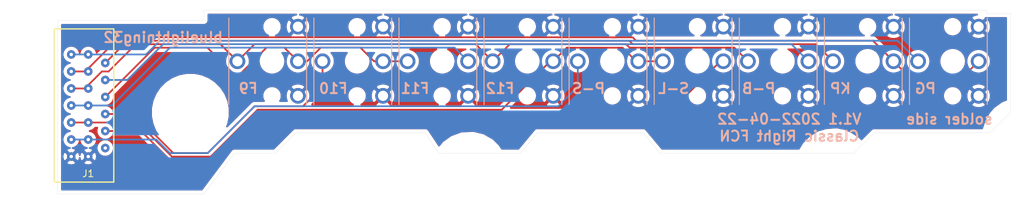
<source format=kicad_pcb>
(kicad_pcb (version 20171130) (host pcbnew 5.1.12-1.fc35)

  (general
    (thickness 1.6)
    (drawings 41)
    (tracks 102)
    (zones 0)
    (modules 11)
    (nets 13)
  )

  (page A4)
  (title_block
    (title "Kinesis classic fn row right")
    (rev v1.1)
    (comment 3 "License: MIT")
    (comment 4 "Author: Kyle Stemen")
  )

  (layers
    (0 F.Cu signal)
    (31 B.Cu signal)
    (32 B.Adhes user)
    (33 F.Adhes user)
    (34 B.Paste user)
    (35 F.Paste user)
    (36 B.SilkS user)
    (37 F.SilkS user)
    (38 B.Mask user)
    (39 F.Mask user)
    (40 Dwgs.User user)
    (41 Cmts.User user)
    (42 Eco1.User user)
    (43 Eco2.User user)
    (44 Edge.Cuts user)
    (45 Margin user)
    (46 B.CrtYd user)
    (47 F.CrtYd user)
    (48 B.Fab user)
    (49 F.Fab user)
  )

  (setup
    (last_trace_width 0.254)
    (trace_clearance 0.254)
    (zone_clearance 0.508)
    (zone_45_only no)
    (trace_min 0.1524)
    (via_size 0.8)
    (via_drill 0.4)
    (via_min_size 0.508)
    (via_min_drill 0.254)
    (uvia_size 0.3)
    (uvia_drill 0.1)
    (uvias_allowed no)
    (uvia_min_size 0.2)
    (uvia_min_drill 0.1)
    (edge_width 0.1)
    (segment_width 0.2)
    (pcb_text_width 0.3)
    (pcb_text_size 1.5 1.5)
    (mod_edge_width 0.15)
    (mod_text_size 1 1)
    (mod_text_width 0.15)
    (pad_size 5.3 5.3)
    (pad_drill 5.3)
    (pad_to_mask_clearance 0.0508)
    (solder_mask_min_width 0.127)
    (aux_axis_origin 0 0)
    (visible_elements FFFFFF7F)
    (pcbplotparams
      (layerselection 0x010f0_ffffffff)
      (usegerberextensions true)
      (usegerberattributes true)
      (usegerberadvancedattributes true)
      (creategerberjobfile true)
      (excludeedgelayer true)
      (linewidth 0.100000)
      (plotframeref false)
      (viasonmask false)
      (mode 1)
      (useauxorigin false)
      (hpglpennumber 1)
      (hpglpenspeed 20)
      (hpglpendiameter 15.000000)
      (psnegative false)
      (psa4output false)
      (plotreference true)
      (plotvalue false)
      (plotinvisibletext false)
      (padsonsilk false)
      (subtractmaskfromsilk false)
      (outputformat 1)
      (mirror false)
      (drillshape 0)
      (scaleselection 1)
      (outputdirectory "right-gerbers/"))
  )

  (net 0 "")
  (net 1 GND)
  (net 2 "Net-(F10-Pad2)")
  (net 3 "Net-(F12-Pad4)")
  (net 4 "Net-(F10-Pad4)")
  (net 5 "Net-(F11-Pad2)")
  (net 6 "Net-(F12-Pad2)")
  (net 7 "Net-(J1-Pad11)")
  (net 8 "Net-(J1-Pad1)")
  (net 9 "Net-(J1-Pad10)")
  (net 10 "Net-(J1-Pad4)")
  (net 11 "Net-(J1-Pad2)")
  (net 12 "Net-(J1-Pad3)")

  (net_class Default "This is the default net class."
    (clearance 0.254)
    (trace_width 0.254)
    (via_dia 0.8)
    (via_drill 0.4)
    (uvia_dia 0.3)
    (uvia_drill 0.1)
    (add_net GND)
    (add_net "Net-(F10-Pad2)")
    (add_net "Net-(F10-Pad4)")
    (add_net "Net-(F11-Pad2)")
    (add_net "Net-(F12-Pad2)")
    (add_net "Net-(F12-Pad4)")
    (add_net "Net-(J1-Pad1)")
    (add_net "Net-(J1-Pad10)")
    (add_net "Net-(J1-Pad11)")
    (add_net "Net-(J1-Pad2)")
    (add_net "Net-(J1-Pad3)")
    (add_net "Net-(J1-Pad4)")
  )

  (module kinesis_fn:FFC_Connector_13P (layer F.Cu) (tedit 6252AFB0) (tstamp 62535EFF)
    (at 84.5 102.5 270)
    (path /625E3080)
    (fp_text reference J1 (at 10 0 180) (layer F.SilkS)
      (effects (font (size 1 1) (thickness 0.15)))
    )
    (fp_text value FFC_Connector_13P (at 1.25 -5 90) (layer F.Fab)
      (effects (font (size 1 1) (thickness 0.15)))
    )
    (fp_line (start 11.25 5) (end -11.25 5) (layer F.SilkS) (width 0.2))
    (fp_line (start 11.25 -3.75) (end 11.25 5) (layer F.SilkS) (width 0.2))
    (fp_line (start -11.25 -3.75) (end 11.25 -3.75) (layer F.SilkS) (width 0.2))
    (fp_line (start -11.25 5) (end -11.25 -3.75) (layer F.SilkS) (width 0.2))
    (fp_line (start -11.25 5) (end -11.25 -3.75) (layer F.Fab) (width 0.15))
    (fp_line (start 11.25 -3.75) (end 11.25 5) (layer F.Fab) (width 0.15))
    (fp_line (start -11.25 -3.75) (end 11.25 -3.75) (layer F.Fab) (width 0.15))
    (fp_line (start -11.25 5) (end 11.25 5) (layer F.Fab) (width 0.15))
    (pad 13B thru_hole circle (at 7.5 2.5 270) (size 1.262 1.262) (drill 0.5) (layers *.Cu *.Mask)
      (net 1 GND))
    (pad 11B thru_hole circle (at 5 2.5 270) (size 1.262 1.262) (drill 0.5) (layers *.Cu *.Mask)
      (net 7 "Net-(J1-Pad11)"))
    (pad 9B thru_hole circle (at 2.5 2.5 270) (size 1.262 1.262) (drill 0.5) (layers *.Cu *.Mask)
      (net 6 "Net-(F12-Pad2)"))
    (pad 7B thru_hole circle (at 0 2.5 270) (size 1.262 1.262) (drill 0.5) (layers *.Cu *.Mask)
      (net 5 "Net-(F11-Pad2)"))
    (pad 5B thru_hole circle (at -2.5 2.5 270) (size 1.262 1.262) (drill 0.5) (layers *.Cu *.Mask)
      (net 3 "Net-(F12-Pad4)"))
    (pad 3B thru_hole circle (at -5 2.5 270) (size 1.262 1.262) (drill 0.5) (layers *.Cu *.Mask)
      (net 12 "Net-(J1-Pad3)"))
    (pad 1B thru_hole circle (at -7.5 2.5 270) (size 1.262 1.262) (drill 0.5) (layers *.Cu *.Mask)
      (net 8 "Net-(J1-Pad1)"))
    (pad 12 thru_hole circle (at 6.25 -2.5 270) (size 1.262 1.262) (drill 0.5) (layers *.Cu *.Mask))
    (pad 10 thru_hole circle (at 3.75 -2.5 270) (size 1.262 1.262) (drill 0.5) (layers *.Cu *.Mask)
      (net 9 "Net-(J1-Pad10)"))
    (pad 8 thru_hole circle (at 1.25 -2.5 270) (size 1.262 1.262) (drill 0.5) (layers *.Cu *.Mask)
      (net 4 "Net-(F10-Pad4)"))
    (pad 6 thru_hole circle (at -1.25 -2.5 270) (size 1.262 1.262) (drill 0.5) (layers *.Cu *.Mask)
      (net 2 "Net-(F10-Pad2)"))
    (pad 4 thru_hole circle (at -3.75 -2.5 270) (size 1.262 1.262) (drill 0.5) (layers *.Cu *.Mask)
      (net 10 "Net-(J1-Pad4)"))
    (pad 2 thru_hole circle (at -6.25 -2.5 270) (size 1.262 1.262) (drill 0.5) (layers *.Cu *.Mask)
      (net 11 "Net-(J1-Pad2)"))
    (pad 13 thru_hole circle (at 7.5 0 270) (size 1.262 1.262) (drill 0.5) (layers *.Cu *.Mask)
      (net 1 GND))
    (pad 11 thru_hole circle (at 5 0 270) (size 1.262 1.262) (drill 0.5) (layers *.Cu *.Mask)
      (net 7 "Net-(J1-Pad11)"))
    (pad 9 thru_hole circle (at 2.5 0 270) (size 1.262 1.262) (drill 0.5) (layers *.Cu *.Mask)
      (net 6 "Net-(F12-Pad2)"))
    (pad 7 thru_hole circle (at 0 0 270) (size 1.262 1.262) (drill 0.5) (layers *.Cu *.Mask)
      (net 5 "Net-(F11-Pad2)"))
    (pad 5 thru_hole circle (at -2.5 0 270) (size 1.262 1.262) (drill 0.5) (layers *.Cu *.Mask)
      (net 3 "Net-(F12-Pad4)"))
    (pad 3 thru_hole circle (at -5 0 270) (size 1.262 1.262) (drill 0.5) (layers *.Cu *.Mask)
      (net 12 "Net-(J1-Pad3)"))
    (pad 1 thru_hole circle (at -7.5 0 270) (size 1.262 1.262) (drill 0.5) (layers *.Cu *.Mask)
      (net 8 "Net-(J1-Pad1)"))
  )

  (module kinesis_fn:ML1A-11JW (layer F.Cu) (tedit 625394F8) (tstamp 62539A4C)
    (at 136.5 96)
    (path /6252DBF1)
    (fp_text reference F11 (at -5 -7.5) (layer F.Fab)
      (effects (font (size 1 1) (thickness 0.15)) (justify left))
    )
    (fp_text value ML1A_11JW (at 0 7.62) (layer F.Fab)
      (effects (font (size 1 1) (thickness 0.15)))
    )
    (fp_line (start -6.35 -6.35) (end -6.35 6.35) (layer B.SilkS) (width 0.15))
    (fp_line (start 5.08 -6.35) (end 5.08 6.35) (layer B.SilkS) (width 0.15))
    (fp_line (start 5.08 -6) (end -6.35 -6) (layer F.Fab) (width 0.15))
    (fp_line (start 5.08 6) (end -6.35 6) (layer F.Fab) (width 0.15))
    (fp_line (start -6.35 -6) (end -6.35 6) (layer F.Fab) (width 0.15))
    (fp_line (start 5.08 -6) (end 5.08 6) (layer F.Fab) (width 0.15))
    (pad 1 thru_hole circle (at 3.81 -5.08 270) (size 2.3 2.3) (drill 1.5) (layers *.Cu *.Mask)
      (net 1 GND))
    (pad 2 thru_hole circle (at 3.81 0 270) (size 2.3 2.3) (drill 1.5) (layers *.Cu *.Mask)
      (net 5 "Net-(F11-Pad2)"))
    (pad "" np_thru_hole circle (at 0 0) (size 2.6 2.6) (drill 2.6) (layers *.Cu *.Mask))
    (pad 3 thru_hole circle (at 3.81 5.08 270) (size 2.3 2.3) (drill 1.5) (layers *.Cu *.Mask)
      (net 1 GND))
    (pad 4 thru_hole circle (at -5.08 0 270) (size 2.3 2.3) (drill 1.5) (layers *.Cu *.Mask)
      (net 2 "Net-(F10-Pad2)"))
    (pad "" np_thru_hole circle (at 0 -5.08 270) (size 1.55 1.55) (drill 1.55) (layers *.Cu *.Mask))
    (pad "" np_thru_hole circle (at 0 5.08 270) (size 1.55 1.55) (drill 1.55) (layers *.Cu *.Mask))
  )

  (module kinesis_fn:ML1A-11JW (layer F.Cu) (tedit 625394F8) (tstamp 62535E57)
    (at 111.5 96)
    (path /62530993)
    (fp_text reference F9 (at -5 -7.5) (layer F.Fab)
      (effects (font (size 1 1) (thickness 0.15)) (justify left))
    )
    (fp_text value ML1A_11JW (at 0 7.62) (layer F.Fab)
      (effects (font (size 1 1) (thickness 0.15)))
    )
    (fp_line (start -6.35 -6.35) (end -6.35 6.35) (layer B.SilkS) (width 0.15))
    (fp_line (start 5.08 -6.35) (end 5.08 6.35) (layer B.SilkS) (width 0.15))
    (fp_line (start 5.08 -6) (end -6.35 -6) (layer F.Fab) (width 0.15))
    (fp_line (start 5.08 6) (end -6.35 6) (layer F.Fab) (width 0.15))
    (fp_line (start -6.35 -6) (end -6.35 6) (layer F.Fab) (width 0.15))
    (fp_line (start 5.08 -6) (end 5.08 6) (layer F.Fab) (width 0.15))
    (pad 1 thru_hole circle (at 3.81 -5.08 270) (size 2.3 2.3) (drill 1.5) (layers *.Cu *.Mask)
      (net 1 GND))
    (pad 2 thru_hole circle (at 3.81 0 270) (size 2.3 2.3) (drill 1.5) (layers *.Cu *.Mask)
      (net 2 "Net-(F10-Pad2)"))
    (pad "" np_thru_hole circle (at 0 0) (size 2.6 2.6) (drill 2.6) (layers *.Cu *.Mask))
    (pad 3 thru_hole circle (at 3.81 5.08 270) (size 2.3 2.3) (drill 1.5) (layers *.Cu *.Mask)
      (net 1 GND))
    (pad 4 thru_hole circle (at -5.08 0 270) (size 2.3 2.3) (drill 1.5) (layers *.Cu *.Mask)
      (net 3 "Net-(F12-Pad4)"))
    (pad "" np_thru_hole circle (at 0 -5.08 270) (size 1.55 1.55) (drill 1.55) (layers *.Cu *.Mask))
    (pad "" np_thru_hole circle (at 0 5.08 270) (size 1.55 1.55) (drill 1.55) (layers *.Cu *.Mask))
  )

  (module kinesis_fn:ML1A-11JW (layer F.Cu) (tedit 625394F8) (tstamp 62535E68)
    (at 124 96)
    (path /6252DBFB)
    (fp_text reference F10 (at -5 -7.5) (layer F.Fab)
      (effects (font (size 1 1) (thickness 0.15)) (justify left))
    )
    (fp_text value ML1A_11JW (at 0 7.62) (layer F.Fab)
      (effects (font (size 1 1) (thickness 0.15)))
    )
    (fp_line (start -6.35 -6.35) (end -6.35 6.35) (layer B.SilkS) (width 0.15))
    (fp_line (start 5.08 -6.35) (end 5.08 6.35) (layer B.SilkS) (width 0.15))
    (fp_line (start 5.08 -6) (end -6.35 -6) (layer F.Fab) (width 0.15))
    (fp_line (start 5.08 6) (end -6.35 6) (layer F.Fab) (width 0.15))
    (fp_line (start -6.35 -6) (end -6.35 6) (layer F.Fab) (width 0.15))
    (fp_line (start 5.08 -6) (end 5.08 6) (layer F.Fab) (width 0.15))
    (pad 1 thru_hole circle (at 3.81 -5.08 270) (size 2.3 2.3) (drill 1.5) (layers *.Cu *.Mask)
      (net 1 GND))
    (pad 2 thru_hole circle (at 3.81 0 270) (size 2.3 2.3) (drill 1.5) (layers *.Cu *.Mask)
      (net 2 "Net-(F10-Pad2)"))
    (pad "" np_thru_hole circle (at 0 0) (size 2.6 2.6) (drill 2.6) (layers *.Cu *.Mask))
    (pad 3 thru_hole circle (at 3.81 5.08 270) (size 2.3 2.3) (drill 1.5) (layers *.Cu *.Mask)
      (net 1 GND))
    (pad 4 thru_hole circle (at -5.08 0 270) (size 2.3 2.3) (drill 1.5) (layers *.Cu *.Mask)
      (net 4 "Net-(F10-Pad4)"))
    (pad "" np_thru_hole circle (at 0 -5.08 270) (size 1.55 1.55) (drill 1.55) (layers *.Cu *.Mask))
    (pad "" np_thru_hole circle (at 0 5.08 270) (size 1.55 1.55) (drill 1.55) (layers *.Cu *.Mask))
  )

  (module kinesis_fn:ML1A-11JW (layer F.Cu) (tedit 625394F8) (tstamp 62535E8A)
    (at 149 96)
    (path /6252DBE7)
    (fp_text reference F12 (at -5 -7.5) (layer F.Fab)
      (effects (font (size 1 1) (thickness 0.15)) (justify left))
    )
    (fp_text value ML1A_11JW (at 0 7.62) (layer F.Fab)
      (effects (font (size 1 1) (thickness 0.15)))
    )
    (fp_line (start -6.35 -6.35) (end -6.35 6.35) (layer B.SilkS) (width 0.15))
    (fp_line (start 5.08 -6.35) (end 5.08 6.35) (layer B.SilkS) (width 0.15))
    (fp_line (start 5.08 -6) (end -6.35 -6) (layer F.Fab) (width 0.15))
    (fp_line (start 5.08 6) (end -6.35 6) (layer F.Fab) (width 0.15))
    (fp_line (start -6.35 -6) (end -6.35 6) (layer F.Fab) (width 0.15))
    (fp_line (start 5.08 -6) (end 5.08 6) (layer F.Fab) (width 0.15))
    (pad 1 thru_hole circle (at 3.81 -5.08 270) (size 2.3 2.3) (drill 1.5) (layers *.Cu *.Mask)
      (net 1 GND))
    (pad 2 thru_hole circle (at 3.81 0 270) (size 2.3 2.3) (drill 1.5) (layers *.Cu *.Mask)
      (net 6 "Net-(F12-Pad2)"))
    (pad "" np_thru_hole circle (at 0 0) (size 2.6 2.6) (drill 2.6) (layers *.Cu *.Mask))
    (pad 3 thru_hole circle (at 3.81 5.08 270) (size 2.3 2.3) (drill 1.5) (layers *.Cu *.Mask)
      (net 1 GND))
    (pad 4 thru_hole circle (at -5.08 0 270) (size 2.3 2.3) (drill 1.5) (layers *.Cu *.Mask)
      (net 3 "Net-(F12-Pad4)"))
    (pad "" np_thru_hole circle (at 0 -5.08 270) (size 1.55 1.55) (drill 1.55) (layers *.Cu *.Mask))
    (pad "" np_thru_hole circle (at 0 5.08 270) (size 1.55 1.55) (drill 1.55) (layers *.Cu *.Mask))
  )

  (module kinesis_fn:ML1A-11JW (layer F.Cu) (tedit 625394F8) (tstamp 62535E9B)
    (at 161.5 96)
    (path /6252DB51)
    (fp_text reference P-S1 (at -5 -7.5) (layer F.Fab)
      (effects (font (size 1 1) (thickness 0.15)) (justify left))
    )
    (fp_text value ML1A_11JW (at 0 7.62) (layer F.Fab)
      (effects (font (size 1 1) (thickness 0.15)))
    )
    (fp_line (start -6.35 -6.35) (end -6.35 6.35) (layer B.SilkS) (width 0.15))
    (fp_line (start 5.08 -6.35) (end 5.08 6.35) (layer B.SilkS) (width 0.15))
    (fp_line (start 5.08 -6) (end -6.35 -6) (layer F.Fab) (width 0.15))
    (fp_line (start 5.08 6) (end -6.35 6) (layer F.Fab) (width 0.15))
    (fp_line (start -6.35 -6) (end -6.35 6) (layer F.Fab) (width 0.15))
    (fp_line (start 5.08 -6) (end 5.08 6) (layer F.Fab) (width 0.15))
    (pad 1 thru_hole circle (at 3.81 -5.08 270) (size 2.3 2.3) (drill 1.5) (layers *.Cu *.Mask)
      (net 1 GND))
    (pad 2 thru_hole circle (at 3.81 0 270) (size 2.3 2.3) (drill 1.5) (layers *.Cu *.Mask)
      (net 6 "Net-(F12-Pad2)"))
    (pad "" np_thru_hole circle (at 0 0) (size 2.6 2.6) (drill 2.6) (layers *.Cu *.Mask))
    (pad 3 thru_hole circle (at 3.81 5.08 270) (size 2.3 2.3) (drill 1.5) (layers *.Cu *.Mask)
      (net 1 GND))
    (pad 4 thru_hole circle (at -5.08 0 270) (size 2.3 2.3) (drill 1.5) (layers *.Cu *.Mask)
      (net 7 "Net-(J1-Pad11)"))
    (pad "" np_thru_hole circle (at 0 -5.08 270) (size 1.55 1.55) (drill 1.55) (layers *.Cu *.Mask))
    (pad "" np_thru_hole circle (at 0 5.08 270) (size 1.55 1.55) (drill 1.55) (layers *.Cu *.Mask))
  )

  (module kinesis_fn:ML1A-11JW (layer F.Cu) (tedit 625394F8) (tstamp 62535EAC)
    (at 174 96)
    (path /6252B340)
    (fp_text reference S-L1 (at -5 -7.5) (layer F.Fab)
      (effects (font (size 1 1) (thickness 0.15)) (justify left))
    )
    (fp_text value ML1A_11JW (at 0 7.62) (layer F.Fab)
      (effects (font (size 1 1) (thickness 0.15)))
    )
    (fp_line (start -6.35 -6.35) (end -6.35 6.35) (layer B.SilkS) (width 0.15))
    (fp_line (start 5.08 -6.35) (end 5.08 6.35) (layer B.SilkS) (width 0.15))
    (fp_line (start 5.08 -6) (end -6.35 -6) (layer F.Fab) (width 0.15))
    (fp_line (start 5.08 6) (end -6.35 6) (layer F.Fab) (width 0.15))
    (fp_line (start -6.35 -6) (end -6.35 6) (layer F.Fab) (width 0.15))
    (fp_line (start 5.08 -6) (end 5.08 6) (layer F.Fab) (width 0.15))
    (pad 1 thru_hole circle (at 3.81 -5.08 270) (size 2.3 2.3) (drill 1.5) (layers *.Cu *.Mask)
      (net 1 GND))
    (pad 2 thru_hole circle (at 3.81 0 270) (size 2.3 2.3) (drill 1.5) (layers *.Cu *.Mask)
      (net 9 "Net-(J1-Pad10)"))
    (pad "" np_thru_hole circle (at 0 0) (size 2.6 2.6) (drill 2.6) (layers *.Cu *.Mask))
    (pad 3 thru_hole circle (at 3.81 5.08 270) (size 2.3 2.3) (drill 1.5) (layers *.Cu *.Mask)
      (net 1 GND))
    (pad 4 thru_hole circle (at -5.08 0 270) (size 2.3 2.3) (drill 1.5) (layers *.Cu *.Mask)
      (net 6 "Net-(F12-Pad2)"))
    (pad "" np_thru_hole circle (at 0 -5.08 270) (size 1.55 1.55) (drill 1.55) (layers *.Cu *.Mask))
    (pad "" np_thru_hole circle (at 0 5.08 270) (size 1.55 1.55) (drill 1.55) (layers *.Cu *.Mask))
  )

  (module kinesis_fn:ML1A-11JW (layer F.Cu) (tedit 625394F8) (tstamp 62535EBD)
    (at 186.5 96)
    (path /6252B005)
    (fp_text reference P-B1 (at -5 -7.5) (layer F.Fab)
      (effects (font (size 1 1) (thickness 0.15)) (justify left))
    )
    (fp_text value ML1A_11JW (at 0 7.62) (layer F.Fab)
      (effects (font (size 1 1) (thickness 0.15)))
    )
    (fp_line (start -6.35 -6.35) (end -6.35 6.35) (layer B.SilkS) (width 0.15))
    (fp_line (start 5.08 -6.35) (end 5.08 6.35) (layer B.SilkS) (width 0.15))
    (fp_line (start 5.08 -6) (end -6.35 -6) (layer F.Fab) (width 0.15))
    (fp_line (start 5.08 6) (end -6.35 6) (layer F.Fab) (width 0.15))
    (fp_line (start -6.35 -6) (end -6.35 6) (layer F.Fab) (width 0.15))
    (fp_line (start 5.08 -6) (end 5.08 6) (layer F.Fab) (width 0.15))
    (pad 1 thru_hole circle (at 3.81 -5.08 270) (size 2.3 2.3) (drill 1.5) (layers *.Cu *.Mask)
      (net 1 GND))
    (pad 2 thru_hole circle (at 3.81 0 270) (size 2.3 2.3) (drill 1.5) (layers *.Cu *.Mask)
      (net 10 "Net-(J1-Pad4)"))
    (pad "" np_thru_hole circle (at 0 0) (size 2.6 2.6) (drill 2.6) (layers *.Cu *.Mask))
    (pad 3 thru_hole circle (at 3.81 5.08 270) (size 2.3 2.3) (drill 1.5) (layers *.Cu *.Mask)
      (net 1 GND))
    (pad 4 thru_hole circle (at -5.08 0 270) (size 2.3 2.3) (drill 1.5) (layers *.Cu *.Mask)
      (net 3 "Net-(F12-Pad4)"))
    (pad "" np_thru_hole circle (at 0 -5.08 270) (size 1.55 1.55) (drill 1.55) (layers *.Cu *.Mask))
    (pad "" np_thru_hole circle (at 0 5.08 270) (size 1.55 1.55) (drill 1.55) (layers *.Cu *.Mask))
  )

  (module kinesis_fn:ML1A-11JW (layer F.Cu) (tedit 625394F8) (tstamp 62535ECE)
    (at 199 96)
    (path /6252AC08)
    (fp_text reference KP1 (at -5 -7.5) (layer F.Fab)
      (effects (font (size 1 1) (thickness 0.15)) (justify left))
    )
    (fp_text value ML1A_11JW (at 0 7.62) (layer F.Fab)
      (effects (font (size 1 1) (thickness 0.15)))
    )
    (fp_line (start -6.35 -6.35) (end -6.35 6.35) (layer B.SilkS) (width 0.15))
    (fp_line (start 5.08 -6.35) (end 5.08 6.35) (layer B.SilkS) (width 0.15))
    (fp_line (start 5.08 -6) (end -6.35 -6) (layer F.Fab) (width 0.15))
    (fp_line (start 5.08 6) (end -6.35 6) (layer F.Fab) (width 0.15))
    (fp_line (start -6.35 -6) (end -6.35 6) (layer F.Fab) (width 0.15))
    (fp_line (start 5.08 -6) (end 5.08 6) (layer F.Fab) (width 0.15))
    (pad 1 thru_hole circle (at 3.81 -5.08 270) (size 2.3 2.3) (drill 1.5) (layers *.Cu *.Mask)
      (net 1 GND))
    (pad 2 thru_hole circle (at 3.81 0 270) (size 2.3 2.3) (drill 1.5) (layers *.Cu *.Mask)
      (net 12 "Net-(J1-Pad3)"))
    (pad "" np_thru_hole circle (at 0 0) (size 2.6 2.6) (drill 2.6) (layers *.Cu *.Mask))
    (pad 3 thru_hole circle (at 3.81 5.08 270) (size 2.3 2.3) (drill 1.5) (layers *.Cu *.Mask)
      (net 1 GND))
    (pad 4 thru_hole circle (at -5.08 0 270) (size 2.3 2.3) (drill 1.5) (layers *.Cu *.Mask)
      (net 11 "Net-(J1-Pad2)"))
    (pad "" np_thru_hole circle (at 0 -5.08 270) (size 1.55 1.55) (drill 1.55) (layers *.Cu *.Mask))
    (pad "" np_thru_hole circle (at 0 5.08 270) (size 1.55 1.55) (drill 1.55) (layers *.Cu *.Mask))
  )

  (module kinesis_fn:ML1A-11JW (layer F.Cu) (tedit 625394F8) (tstamp 62535EDF)
    (at 211.5 96)
    (path /6252A2C9)
    (fp_text reference PG1 (at -5 -7.5) (layer F.Fab)
      (effects (font (size 1 1) (thickness 0.15)) (justify left))
    )
    (fp_text value ML1A_11JW (at 0 7.62) (layer F.Fab)
      (effects (font (size 1 1) (thickness 0.15)))
    )
    (fp_line (start -6.35 -6.35) (end -6.35 6.35) (layer B.SilkS) (width 0.15))
    (fp_line (start 5.08 -6.35) (end 5.08 6.35) (layer B.SilkS) (width 0.15))
    (fp_line (start 5.08 -6) (end -6.35 -6) (layer F.Fab) (width 0.15))
    (fp_line (start 5.08 6) (end -6.35 6) (layer F.Fab) (width 0.15))
    (fp_line (start -6.35 -6) (end -6.35 6) (layer F.Fab) (width 0.15))
    (fp_line (start 5.08 -6) (end 5.08 6) (layer F.Fab) (width 0.15))
    (pad 1 thru_hole circle (at 3.81 -5.08 270) (size 2.3 2.3) (drill 1.5) (layers *.Cu *.Mask)
      (net 1 GND))
    (pad 2 thru_hole circle (at 3.81 0 270) (size 2.3 2.3) (drill 1.5) (layers *.Cu *.Mask)
      (net 12 "Net-(J1-Pad3)"))
    (pad "" np_thru_hole circle (at 0 0) (size 2.6 2.6) (drill 2.6) (layers *.Cu *.Mask))
    (pad 3 thru_hole circle (at 3.81 5.08 270) (size 2.3 2.3) (drill 1.5) (layers *.Cu *.Mask)
      (net 1 GND))
    (pad 4 thru_hole circle (at -5.08 0 270) (size 2.3 2.3) (drill 1.5) (layers *.Cu *.Mask)
      (net 8 "Net-(J1-Pad1)"))
    (pad "" np_thru_hole circle (at 0 -5.08 270) (size 1.55 1.55) (drill 1.55) (layers *.Cu *.Mask))
    (pad "" np_thru_hole circle (at 0 5.08 270) (size 1.55 1.55) (drill 1.55) (layers *.Cu *.Mask))
  )

  (module MountingHole:MountingHole_5.3mm_M5 locked (layer F.Cu) (tedit 56D1B4CB) (tstamp 625373E6)
    (at 99.5 103.5 180)
    (descr "Mounting Hole 5.3mm, no annular, M5")
    (tags "mounting hole 5.3mm no annular m5")
    (clearance 3)
    (attr virtual)
    (fp_text reference H1 (at 0 -6.3) (layer F.Fab)
      (effects (font (size 1 1) (thickness 0.15)))
    )
    (fp_text value MountingHole_5.3mm_M5 (at 0 6.3) (layer F.Fab)
      (effects (font (size 1 1) (thickness 0.15)))
    )
    (fp_circle (center 0 0) (end 5.55 0) (layer F.CrtYd) (width 0.05))
    (fp_circle (center 0 0) (end 5.3 0) (layer Cmts.User) (width 0.15))
    (fp_text user %R (at 0.3 0) (layer F.Fab)
      (effects (font (size 1 1) (thickness 0.15)))
    )
    (pad 1 np_thru_hole circle (at 0 0 180) (size 5.3 5.3) (drill 5.3) (layers *.Cu *.Mask))
  )

  (dimension 12 (width 0.15) (layer Dwgs.User)
    (gr_text "12.000 mm" (at 75.2 109.5 90) (layer Dwgs.User)
      (effects (font (size 1 1) (thickness 0.15)))
    )
    (feature1 (pts (xy 99.5 103.5) (xy 75.913579 103.5)))
    (feature2 (pts (xy 99.5 115.5) (xy 75.913579 115.5)))
    (crossbar (pts (xy 76.5 115.5) (xy 76.5 103.5)))
    (arrow1a (pts (xy 76.5 103.5) (xy 75.913579 104.626504)))
    (arrow1b (pts (xy 76.5 103.5) (xy 77.086421 104.626504)))
    (arrow2a (pts (xy 76.5 115.5) (xy 75.913579 114.373496)))
    (arrow2b (pts (xy 76.5 115.5) (xy 77.086421 114.373496)))
  )
  (dimension 19.5 (width 0.15) (layer Dwgs.User)
    (gr_text "19.500 mm" (at 89.75 118.8) (layer Dwgs.User)
      (effects (font (size 1 1) (thickness 0.15)))
    )
    (feature1 (pts (xy 80 100) (xy 80 118.086421)))
    (feature2 (pts (xy 99.5 100) (xy 99.5 118.086421)))
    (crossbar (pts (xy 99.5 117.5) (xy 80 117.5)))
    (arrow1a (pts (xy 80 117.5) (xy 81.126504 118.086421)))
    (arrow1b (pts (xy 80 117.5) (xy 81.126504 116.913579)))
    (arrow2a (pts (xy 99.5 117.5) (xy 98.373496 118.086421)))
    (arrow2b (pts (xy 99.5 117.5) (xy 98.373496 116.913579)))
  )
  (gr_text bluelightning32 (at 95.5 92.5) (layer B.SilkS)
    (effects (font (size 1.5 1.5) (thickness 0.3)) (justify mirror))
  )
  (gr_text "V1.1 2022-04-22" (at 187.5 104.5) (layer B.SilkS)
    (effects (font (size 1.5 1.5) (thickness 0.3)) (justify mirror))
  )
  (gr_text "solder side" (at 211 104.5) (layer B.SilkS)
    (effects (font (size 1.5 1.5) (thickness 0.3)) (justify mirror))
  )
  (gr_text "Classic Right FCN" (at 187.5 107) (layer B.SilkS)
    (effects (font (size 1.5 1.5) (thickness 0.3)) (justify mirror))
  )
  (gr_text P-B (at 183 100) (layer B.SilkS) (tstamp 6253AF7C)
    (effects (font (size 1.5 1.5) (thickness 0.3)) (justify mirror))
  )
  (gr_text F9 (at 108 100) (layer B.SilkS) (tstamp 6253AF88)
    (effects (font (size 1.5 1.5) (thickness 0.3)) (justify mirror))
  )
  (gr_text F10 (at 120.5 100) (layer B.SilkS) (tstamp 6253AF86)
    (effects (font (size 1.5 1.5) (thickness 0.3)) (justify mirror))
  )
  (gr_text F11 (at 132.5 100) (layer B.SilkS) (tstamp 6253AF84)
    (effects (font (size 1.5 1.5) (thickness 0.3)) (justify mirror))
  )
  (gr_text F12 (at 145 100) (layer B.SilkS) (tstamp 6253AF82)
    (effects (font (size 1.5 1.5) (thickness 0.3)) (justify mirror))
  )
  (gr_text P-S (at 158 100) (layer B.SilkS) (tstamp 6253AF80)
    (effects (font (size 1.5 1.5) (thickness 0.3)) (justify mirror))
  )
  (gr_text S-L (at 170.5 100) (layer B.SilkS) (tstamp 6253AF7E)
    (effects (font (size 1.5 1.5) (thickness 0.3)) (justify mirror))
  )
  (gr_text KP (at 195 100) (layer B.SilkS) (tstamp 6253AF79)
    (effects (font (size 1.5 1.5) (thickness 0.3)) (justify mirror))
  )
  (gr_text PG (at 207.5 100) (layer B.SilkS)
    (effects (font (size 1.5 1.5) (thickness 0.3)) (justify mirror))
  )
  (dimension 5 (width 0.15) (layer Dwgs.User)
    (gr_text "5.000 mm" (at 76.2 92.5 90) (layer Dwgs.User)
      (effects (font (size 1 1) (thickness 0.15)))
    )
    (feature1 (pts (xy 82 90) (xy 76.913579 90)))
    (feature2 (pts (xy 82 95) (xy 76.913579 95)))
    (crossbar (pts (xy 77.5 95) (xy 77.5 90)))
    (arrow1a (pts (xy 77.5 90) (xy 76.913579 91.126504)))
    (arrow1b (pts (xy 77.5 90) (xy 78.086421 91.126504)))
    (arrow2a (pts (xy 77.5 95) (xy 76.913579 93.873496)))
    (arrow2b (pts (xy 77.5 95) (xy 78.086421 93.873496)))
  )
  (dimension 2 (width 0.15) (layer Dwgs.User)
    (gr_text "2.000 mm" (at 81 87.7) (layer Dwgs.User)
      (effects (font (size 1 1) (thickness 0.15)))
    )
    (feature1 (pts (xy 80 95) (xy 80 88.413579)))
    (feature2 (pts (xy 82 95) (xy 82 88.413579)))
    (crossbar (pts (xy 82 89) (xy 80 89)))
    (arrow1a (pts (xy 80 89) (xy 81.126504 88.413579)))
    (arrow1b (pts (xy 80 89) (xy 81.126504 89.586421)))
    (arrow2a (pts (xy 82 89) (xy 80.873496 88.413579)))
    (arrow2b (pts (xy 82 89) (xy 80.873496 89.586421)))
  )
  (dimension 100 (width 0.15) (layer Dwgs.User)
    (gr_text "100.000 mm" (at 161.5 100.3) (layer Dwgs.User)
      (effects (font (size 1 1) (thickness 0.15)))
    )
    (feature1 (pts (xy 111.5 96) (xy 111.5 99.586421)))
    (feature2 (pts (xy 211.5 96) (xy 211.5 99.586421)))
    (crossbar (pts (xy 211.5 99) (xy 111.5 99)))
    (arrow1a (pts (xy 111.5 99) (xy 112.626504 98.413579)))
    (arrow1b (pts (xy 111.5 99) (xy 112.626504 99.586421)))
    (arrow2a (pts (xy 211.5 99) (xy 210.373496 98.413579)))
    (arrow2b (pts (xy 211.5 99) (xy 210.373496 99.586421)))
  )
  (dimension 4.5 (width 0.15) (layer Dwgs.User)
    (gr_text "4.500 mm" (at 217.75 108.8) (layer Dwgs.User)
      (effects (font (size 1 1) (thickness 0.15)))
    )
    (feature1 (pts (xy 220 96) (xy 220 108.086421)))
    (feature2 (pts (xy 215.5 96) (xy 215.5 108.086421)))
    (crossbar (pts (xy 215.5 107.5) (xy 220 107.5)))
    (arrow1a (pts (xy 220 107.5) (xy 218.873496 108.086421)))
    (arrow1b (pts (xy 220 107.5) (xy 218.873496 106.913579)))
    (arrow2a (pts (xy 215.5 107.5) (xy 216.626504 108.086421)))
    (arrow2b (pts (xy 215.5 107.5) (xy 216.626504 106.913579)))
  )
  (dimension 7.5 (width 0.15) (layer Dwgs.User)
    (gr_text "7.500 mm" (at 218.8 92.25 90) (layer Dwgs.User)
      (effects (font (size 1 1) (thickness 0.15)))
    )
    (feature1 (pts (xy 211.5 88.5) (xy 218.086421 88.5)))
    (feature2 (pts (xy 211.5 96) (xy 218.086421 96)))
    (crossbar (pts (xy 217.5 96) (xy 217.5 88.5)))
    (arrow1a (pts (xy 217.5 88.5) (xy 218.086421 89.626504)))
    (arrow1b (pts (xy 217.5 88.5) (xy 216.913579 89.626504)))
    (arrow2a (pts (xy 217.5 96) (xy 218.086421 94.873496)))
    (arrow2b (pts (xy 217.5 96) (xy 216.913579 94.873496)))
  )
  (gr_line (start 101.5 90) (end 101.5 88.5) (layer Edge.Cuts) (width 0.03) (tstamp 62536076))
  (gr_line (start 80 90) (end 101.5 90) (layer Edge.Cuts) (width 0.03) (tstamp 62536076))
  (gr_line (start 80 115.5) (end 80 90) (layer Edge.Cuts) (width 0.03) (tstamp 62536076))
  (gr_line (start 101.5 115.5) (end 80 115.5) (layer Edge.Cuts) (width 0.03) (tstamp 62536076))
  (gr_line (start 106 109.5) (end 101.5 115.5) (layer Edge.Cuts) (width 0.03) (tstamp 62536076))
  (gr_line (start 112 109.5) (end 106 109.5) (layer Edge.Cuts) (width 0.03) (tstamp 62536076))
  (gr_line (start 115 106.5) (end 112 109.5) (layer Edge.Cuts) (width 0.03) (tstamp 62536076))
  (gr_line (start 134 106.5) (end 115 106.5) (layer Edge.Cuts) (width 0.03) (tstamp 62536076))
  (gr_line (start 136 109.5) (end 134 106.5) (layer Edge.Cuts) (width 0.03) (tstamp 62536076))
  (gr_line (start 148 109.5) (end 136 109.5) (layer Edge.Cuts) (width 0.03) (tstamp 62536076))
  (gr_line (start 200 106.5) (end 197 109.5) (layer Edge.Cuts) (width 0.03) (tstamp 62536076))
  (gr_line (start 166 106.5) (end 150.5 106.5) (layer Edge.Cuts) (width 0.03) (tstamp 62536076))
  (gr_line (start 168.5 109.5) (end 166 106.5) (layer Edge.Cuts) (width 0.03) (tstamp 62536076))
  (gr_line (start 197 109.5) (end 168.5 109.5) (layer Edge.Cuts) (width 0.03) (tstamp 62536076))
  (gr_line (start 150.5 106.5) (end 148 109.5) (layer Edge.Cuts) (width 0.03) (tstamp 62536076))
  (gr_line (start 217 106.5) (end 200 106.5) (layer Edge.Cuts) (width 0.03) (tstamp 62536076))
  (gr_line (start 220 89) (end 220 103.5) (layer Edge.Cuts) (width 0.03) (tstamp 62536076))
  (gr_line (start 220 103.5) (end 217 106.5) (layer Edge.Cuts) (width 0.03) (tstamp 62536076))
  (gr_line (start 216.5 89) (end 220 89) (layer Edge.Cuts) (width 0.03) (tstamp 62536076))
  (gr_line (start 216.5 88.5) (end 216.5 89) (layer Edge.Cuts) (width 0.03) (tstamp 62536076))
  (gr_line (start 101.5 88.5) (end 216.5 88.5) (layer Edge.Cuts) (width 0.03))

  (segment (start 87 101.25) (end 87 101.5) (width 0.254) (layer B.Cu) (net 2) (status 30))
  (segment (start 127.81 96) (end 131.42 96) (width 0.254) (layer F.Cu) (net 2))
  (segment (start 115.31 96) (end 116.654118 96) (width 0.254) (layer F.Cu) (net 2))
  (segment (start 126.487882 96) (end 127.81 96) (width 0.254) (layer F.Cu) (net 2))
  (segment (start 116.654118 96) (end 118.654118 94) (width 0.254) (layer F.Cu) (net 2))
  (segment (start 118.654118 94) (end 124.487882 94) (width 0.254) (layer F.Cu) (net 2))
  (segment (start 124.487882 94) (end 126.487882 96) (width 0.254) (layer F.Cu) (net 2))
  (segment (start 113.31 94) (end 115.31 96) (width 0.254) (layer F.Cu) (net 2))
  (segment (start 106.685882 98) (end 110.685882 94) (width 0.254) (layer F.Cu) (net 2))
  (segment (start 106 98) (end 106.685882 98) (width 0.254) (layer F.Cu) (net 2))
  (segment (start 94.24199 94.00801) (end 102.00801 94.00801) (width 0.254) (layer F.Cu) (net 2))
  (segment (start 110.685882 94) (end 113.31 94) (width 0.254) (layer F.Cu) (net 2))
  (segment (start 102.00801 94.00801) (end 106 98) (width 0.254) (layer F.Cu) (net 2))
  (segment (start 87 101.25) (end 94.24199 94.00801) (width 0.254) (layer F.Cu) (net 2))
  (segment (start 82 100) (end 84.5 100) (width 0.254) (layer F.Cu) (net 3))
  (segment (start 163.528435 93.500001) (end 164.028434 94) (width 0.254) (layer F.Cu) (net 3))
  (segment (start 179.42 94) (end 181.42 96) (width 0.254) (layer F.Cu) (net 3))
  (segment (start 164.028434 94) (end 179.42 94) (width 0.254) (layer F.Cu) (net 3))
  (segment (start 143.92 96) (end 146.42 93.5) (width 0.254) (layer F.Cu) (net 3))
  (segment (start 146.42 93.5) (end 163.528435 93.500001) (width 0.254) (layer F.Cu) (net 3))
  (segment (start 141.41199 93.49199) (end 143.92 96) (width 0.254) (layer F.Cu) (net 3))
  (segment (start 106.42 96) (end 108.92801 93.49199) (width 0.254) (layer F.Cu) (net 3))
  (segment (start 108.92801 93.49199) (end 141.41199 93.49199) (width 0.254) (layer F.Cu) (net 3))
  (segment (start 103.92 93.5) (end 106.42 96) (width 0.254) (layer F.Cu) (net 3))
  (segment (start 86.5 97.5) (end 87.485761 97.5) (width 0.254) (layer F.Cu) (net 3))
  (segment (start 87.485761 97.5) (end 91.485761 93.5) (width 0.254) (layer F.Cu) (net 3))
  (segment (start 84.5 99.5) (end 86.5 97.5) (width 0.254) (layer F.Cu) (net 3))
  (segment (start 91.485761 93.5) (end 103.92 93.5) (width 0.254) (layer F.Cu) (net 3))
  (segment (start 84.5 100) (end 84.5 99.5) (width 0.254) (layer F.Cu) (net 3))
  (segment (start 118.92 99.735882) (end 118.92 96) (width 0.254) (layer F.Cu) (net 4))
  (segment (start 116.044881 102.611001) (end 118.92 99.735882) (width 0.254) (layer F.Cu) (net 4))
  (segment (start 102.049962 109.5) (end 108.938961 102.611001) (width 0.254) (layer F.Cu) (net 4))
  (segment (start 108.938961 102.611001) (end 116.044881 102.611001) (width 0.254) (layer F.Cu) (net 4))
  (segment (start 97 109.5) (end 102.049962 109.5) (width 0.254) (layer F.Cu) (net 4))
  (segment (start 91.25 103.75) (end 97 109.5) (width 0.254) (layer F.Cu) (net 4))
  (segment (start 87 103.75) (end 91.25 103.75) (width 0.254) (layer F.Cu) (net 4))
  (segment (start 82 102.5) (end 84.5 102.5) (width 0.254) (layer B.Cu) (net 5))
  (segment (start 138.31 94) (end 140.31 96) (width 0.254) (layer B.Cu) (net 5))
  (segment (start 96.5 94) (end 138.31 94) (width 0.254) (layer B.Cu) (net 5))
  (segment (start 88 102.5) (end 96.5 94) (width 0.254) (layer B.Cu) (net 5))
  (segment (start 84.5 102.5) (end 88 102.5) (width 0.254) (layer B.Cu) (net 5))
  (segment (start 82 105) (end 84.5 105) (width 0.254) (layer F.Cu) (net 6))
  (segment (start 152.369118 96) (end 152.81 96) (width 0.254) (layer F.Cu) (net 6))
  (segment (start 102.49199 110.00801) (end 109.380989 103.119011) (width 0.254) (layer F.Cu) (net 6))
  (segment (start 96.789576 110.00801) (end 102.49199 110.00801) (width 0.254) (layer F.Cu) (net 6))
  (segment (start 145.250107 103.119011) (end 152.369118 96) (width 0.254) (layer F.Cu) (net 6))
  (segment (start 109.380989 103.119011) (end 145.250107 103.119011) (width 0.254) (layer F.Cu) (net 6))
  (segment (start 91.781566 105) (end 96.789576 110.00801) (width 0.254) (layer F.Cu) (net 6))
  (segment (start 84.5 105) (end 91.781566 105) (width 0.254) (layer F.Cu) (net 6))
  (segment (start 165.31 96) (end 168.92 96) (width 0.254) (layer F.Cu) (net 6))
  (segment (start 165 96) (end 165.31 96) (width 0.254) (layer F.Cu) (net 6))
  (segment (start 152.81 96) (end 154.80199 94.00801) (width 0.254) (layer F.Cu) (net 6))
  (segment (start 154.80199 94.00801) (end 163.00801 94.00801) (width 0.254) (layer F.Cu) (net 6))
  (segment (start 163.00801 94.00801) (end 165 96) (width 0.254) (layer F.Cu) (net 6))
  (segment (start 82 107.5) (end 84.5 107.5) (width 0.254) (layer B.Cu) (net 7))
  (segment (start 84.5 107.5) (end 94.5 107.5) (width 0.254) (layer B.Cu) (net 7))
  (segment (start 94.5 107.5) (end 96.5 109.5) (width 0.254) (layer B.Cu) (net 7))
  (segment (start 96.5 109.5) (end 102.049962 109.5) (width 0.254) (layer B.Cu) (net 7))
  (segment (start 153.544881 102.611001) (end 156.42 99.735882) (width 0.254) (layer B.Cu) (net 7))
  (segment (start 102.049962 109.5) (end 108.938961 102.611001) (width 0.254) (layer B.Cu) (net 7))
  (segment (start 108.938961 102.611001) (end 153.544881 102.611001) (width 0.254) (layer B.Cu) (net 7))
  (segment (start 156.42 99.735882) (end 156.42 96) (width 0.254) (layer B.Cu) (net 7))
  (segment (start 205.624118 96) (end 206.42 96) (width 0.254) (layer F.Cu) (net 8))
  (segment (start 82 95) (end 84.5 95) (width 0.254) (layer B.Cu) (net 8))
  (segment (start 95.01602 92.98398) (end 203.40398 92.98398) (width 0.254) (layer B.Cu) (net 8))
  (segment (start 203.40398 92.98398) (end 206.42 96) (width 0.254) (layer B.Cu) (net 8))
  (segment (start 93 95) (end 95.01602 92.98398) (width 0.254) (layer B.Cu) (net 8))
  (segment (start 84.5 95) (end 93 95) (width 0.254) (layer B.Cu) (net 8))
  (segment (start 86.5 106.25) (end 86.75 106.5) (width 0.254) (layer F.Cu) (net 9) (status 30))
  (segment (start 177.369118 96) (end 177.81 96) (width 0.254) (layer F.Cu) (net 9))
  (segment (start 109.591413 103.627021) (end 169.742097 103.627021) (width 0.254) (layer F.Cu) (net 9))
  (segment (start 102.702415 110.516019) (end 109.591413 103.627021) (width 0.254) (layer F.Cu) (net 9))
  (segment (start 96.516019 110.516019) (end 102.702415 110.516019) (width 0.254) (layer F.Cu) (net 9))
  (segment (start 169.742097 103.627021) (end 177.369118 96) (width 0.254) (layer F.Cu) (net 9))
  (segment (start 92.25 106.25) (end 96.516019 110.516019) (width 0.254) (layer F.Cu) (net 9))
  (segment (start 87 106.25) (end 92.25 106.25) (width 0.254) (layer F.Cu) (net 9))
  (segment (start 187.80199 93.49199) (end 190.31 96) (width 0.254) (layer B.Cu) (net 10))
  (segment (start 90.25 98.75) (end 95.50801 93.49199) (width 0.254) (layer B.Cu) (net 10))
  (segment (start 95.50801 93.49199) (end 187.80199 93.49199) (width 0.254) (layer B.Cu) (net 10))
  (segment (start 87 98.75) (end 90.25 98.75) (width 0.254) (layer B.Cu) (net 10))
  (segment (start 147.991991 92.991991) (end 163.991991 92.991991) (width 0.254) (layer F.Cu) (net 11))
  (segment (start 164.49199 93.49199) (end 191.41199 93.49199) (width 0.254) (layer F.Cu) (net 11))
  (segment (start 163.991991 92.991991) (end 164.49199 93.49199) (width 0.254) (layer F.Cu) (net 11))
  (segment (start 147.983979 92.983979) (end 147.991991 92.991991) (width 0.254) (layer F.Cu) (net 11))
  (segment (start 90.266021 92.983979) (end 147.983979 92.983979) (width 0.254) (layer F.Cu) (net 11))
  (segment (start 191.41199 93.49199) (end 193.92 96) (width 0.254) (layer F.Cu) (net 11))
  (segment (start 87 96.25) (end 90.266021 92.983979) (width 0.254) (layer F.Cu) (net 11))
  (segment (start 82 97.5) (end 84.5 97.5) (width 0.254) (layer F.Cu) (net 12))
  (segment (start 202.81 96) (end 204.81 98) (width 0.254) (layer F.Cu) (net 12))
  (segment (start 213.31 98) (end 215.31 96) (width 0.254) (layer F.Cu) (net 12))
  (segment (start 204.81 98) (end 213.31 98) (width 0.254) (layer F.Cu) (net 12))
  (segment (start 199.79398 92.98398) (end 202.81 96) (width 0.254) (layer F.Cu) (net 12))
  (segment (start 164.483981 92.483981) (end 164.98398 92.98398) (width 0.254) (layer F.Cu) (net 12))
  (segment (start 164.98398 92.98398) (end 199.79398 92.98398) (width 0.254) (layer F.Cu) (net 12))
  (segment (start 161.47597 92.47597) (end 161.483981 92.483981) (width 0.254) (layer F.Cu) (net 12))
  (segment (start 161.983981 92.483981) (end 164.483981 92.483981) (width 0.254) (layer F.Cu) (net 12))
  (segment (start 161.483981 92.483981) (end 161.983981 92.483981) (width 0.254) (layer F.Cu) (net 12))
  (segment (start 153.483981 92.483981) (end 161.983981 92.483981) (width 0.254) (layer F.Cu) (net 12))
  (segment (start 153.475969 92.475969) (end 153.483981 92.483981) (width 0.254) (layer F.Cu) (net 12))
  (segment (start 84.5 97.053816) (end 89.077847 92.475969) (width 0.254) (layer F.Cu) (net 12))
  (segment (start 89.077847 92.475969) (end 153.475969 92.475969) (width 0.254) (layer F.Cu) (net 12))
  (segment (start 84.5 97.5) (end 84.5 97.053816) (width 0.254) (layer F.Cu) (net 12))

  (zone (net 1) (net_name GND) (layer B.Cu) (tstamp 6263F9F0) (hatch edge 0.508)
    (connect_pads (clearance 0.508))
    (min_thickness 0.254)
    (fill yes (arc_segments 32) (thermal_gap 0.508) (thermal_bridge_width 0.508))
    (polygon
      (pts
        (xy 77.5 117.5) (xy 222 117.5) (xy 222 87) (xy 77.5 87)
      )
    )
    (filled_polygon
      (pts
        (xy 114.904681 89.17276) (xy 114.5716 89.285406) (xy 114.361118 89.39791) (xy 114.247256 89.677651) (xy 115.31 90.740395)
        (xy 116.372744 89.677651) (xy 116.258882 89.39791) (xy 115.943704 89.242039) (xy 115.604174 89.150651) (xy 115.59441 89.15)
        (xy 127.579083 89.15) (xy 127.404681 89.17276) (xy 127.0716 89.285406) (xy 126.861118 89.39791) (xy 126.747256 89.677651)
        (xy 127.81 90.740395) (xy 128.872744 89.677651) (xy 128.758882 89.39791) (xy 128.443704 89.242039) (xy 128.104174 89.150651)
        (xy 128.09441 89.15) (xy 140.079083 89.15) (xy 139.904681 89.17276) (xy 139.5716 89.285406) (xy 139.361118 89.39791)
        (xy 139.247256 89.677651) (xy 140.31 90.740395) (xy 141.372744 89.677651) (xy 141.258882 89.39791) (xy 140.943704 89.242039)
        (xy 140.604174 89.150651) (xy 140.59441 89.15) (xy 152.579083 89.15) (xy 152.404681 89.17276) (xy 152.0716 89.285406)
        (xy 151.861118 89.39791) (xy 151.747256 89.677651) (xy 152.81 90.740395) (xy 153.872744 89.677651) (xy 153.758882 89.39791)
        (xy 153.443704 89.242039) (xy 153.104174 89.150651) (xy 153.09441 89.15) (xy 165.079083 89.15) (xy 164.904681 89.17276)
        (xy 164.5716 89.285406) (xy 164.361118 89.39791) (xy 164.247256 89.677651) (xy 165.31 90.740395) (xy 166.372744 89.677651)
        (xy 166.258882 89.39791) (xy 165.943704 89.242039) (xy 165.604174 89.150651) (xy 165.59441 89.15) (xy 177.579083 89.15)
        (xy 177.404681 89.17276) (xy 177.0716 89.285406) (xy 176.861118 89.39791) (xy 176.747256 89.677651) (xy 177.81 90.740395)
        (xy 178.872744 89.677651) (xy 178.758882 89.39791) (xy 178.443704 89.242039) (xy 178.104174 89.150651) (xy 178.09441 89.15)
        (xy 190.079083 89.15) (xy 189.904681 89.17276) (xy 189.5716 89.285406) (xy 189.361118 89.39791) (xy 189.247256 89.677651)
        (xy 190.31 90.740395) (xy 191.372744 89.677651) (xy 191.258882 89.39791) (xy 190.943704 89.242039) (xy 190.604174 89.150651)
        (xy 190.59441 89.15) (xy 202.579083 89.15) (xy 202.404681 89.17276) (xy 202.0716 89.285406) (xy 201.861118 89.39791)
        (xy 201.747256 89.677651) (xy 202.81 90.740395) (xy 203.872744 89.677651) (xy 203.758882 89.39791) (xy 203.443704 89.242039)
        (xy 203.104174 89.150651) (xy 203.09441 89.15) (xy 215.079083 89.15) (xy 214.904681 89.17276) (xy 214.5716 89.285406)
        (xy 214.361118 89.39791) (xy 214.247256 89.677651) (xy 215.31 90.740395) (xy 216.372744 89.677651) (xy 216.35556 89.635433)
        (xy 216.372578 89.640595) (xy 216.468068 89.65) (xy 216.468069 89.65) (xy 216.5 89.653145) (xy 216.531932 89.65)
        (xy 219.35 89.65) (xy 219.350001 101.66534) (xy 218.687373 101.937754) (xy 218.661344 101.952231) (xy 217.53511 102.764977)
        (xy 217.513758 102.784438) (xy 216.875172 103.515909) (xy 216.861316 103.535145) (xy 216.234341 104.603325) (xy 216.223269 104.627803)
        (xy 215.828507 105.8237) (xy 215.823018 105.848318) (xy 215.822815 105.85) (xy 200.031924 105.85) (xy 200 105.846856)
        (xy 199.968076 105.85) (xy 199.968068 105.85) (xy 199.872578 105.859405) (xy 199.750052 105.896573) (xy 199.637132 105.95693)
        (xy 199.538157 106.038157) (xy 199.517802 106.06296) (xy 198.098684 107.482078) (xy 197.860183 107.202298) (xy 197.833621 107.178778)
        (xy 196.696706 106.426408) (xy 196.678735 106.416503) (xy 195.675574 105.965081) (xy 195.649068 105.956504) (xy 194.512153 105.722433)
        (xy 194.478001 105.720112) (xy 192.98998 105.820428) (xy 192.964279 105.824844) (xy 191.710329 106.17595) (xy 191.677524 106.190387)
        (xy 190.440293 106.959477) (xy 190.417538 106.977533) (xy 189.431097 107.963974) (xy 189.412252 107.988016) (xy 188.890524 108.85)
        (xy 168.804443 108.85) (xy 166.500948 106.085806) (xy 166.461843 106.038157) (xy 166.435146 106.016247) (xy 166.410545 105.992013)
        (xy 166.385781 105.975735) (xy 166.362868 105.95693) (xy 166.332402 105.940646) (xy 166.303552 105.921681) (xy 166.276095 105.910549)
        (xy 166.249948 105.896573) (xy 166.21689 105.886545) (xy 166.184895 105.873573) (xy 166.155792 105.868011) (xy 166.127422 105.859405)
        (xy 166.093044 105.856019) (xy 166.059132 105.849538) (xy 165.997644 105.85) (xy 150.502356 105.85) (xy 150.440867 105.849538)
        (xy 150.406954 105.856019) (xy 150.372578 105.859405) (xy 150.344209 105.868011) (xy 150.315104 105.873573) (xy 150.283104 105.886547)
        (xy 150.250052 105.896573) (xy 150.223914 105.910544) (xy 150.196447 105.92168) (xy 150.167587 105.940652) (xy 150.137132 105.95693)
        (xy 150.114224 105.97573) (xy 150.089454 105.992013) (xy 150.064848 106.016252) (xy 150.038157 106.038157) (xy 149.999116 106.085728)
        (xy 147.695556 108.85) (xy 145.277922 108.85) (xy 144.931894 108.312326) (xy 144.914902 108.291253) (xy 144.044103 107.420454)
        (xy 144.017007 107.399818) (xy 142.64695 106.621904) (xy 142.614359 106.608965) (xy 141.139806 106.249035) (xy 141.104648 106.245513)
        (xy 139.35144 106.315177) (xy 139.336362 106.316681) (xy 139.312285 106.323016) (xy 137.779679 106.891938) (xy 137.749775 106.907858)
        (xy 136.553877 107.767046) (xy 136.530232 107.789102) (xy 136.036995 108.383689) (xy 134.558356 106.16573) (xy 134.54307 106.137132)
        (xy 134.502654 106.087885) (xy 134.462326 106.038641) (xy 134.462062 106.038424) (xy 134.461843 106.038157) (xy 134.412227 105.997438)
        (xy 134.363435 105.95731) (xy 134.363135 105.957149) (xy 134.362868 105.95693) (xy 134.306192 105.926636) (xy 134.250578 105.896835)
        (xy 134.250253 105.896736) (xy 134.249948 105.896573) (xy 134.188615 105.877968) (xy 134.128092 105.859539) (xy 134.127752 105.859505)
        (xy 134.127422 105.859405) (xy 134.06354 105.853113) (xy 134.000683 105.846856) (xy 133.968417 105.85) (xy 115.031924 105.85)
        (xy 115 105.846856) (xy 114.968076 105.85) (xy 114.968068 105.85) (xy 114.872578 105.859405) (xy 114.750052 105.896573)
        (xy 114.637132 105.95693) (xy 114.538157 106.038157) (xy 114.517802 106.06296) (xy 111.730762 108.85) (xy 106.049693 108.85)
        (xy 106.035547 108.847824) (xy 105.985807 108.85) (xy 105.968068 108.85) (xy 105.953892 108.851396) (xy 105.907631 108.85342)
        (xy 105.89032 108.857658) (xy 105.872578 108.859405) (xy 105.82825 108.872852) (xy 105.783264 108.883864) (xy 105.76711 108.891398)
        (xy 105.750052 108.896573) (xy 105.709199 108.91841) (xy 105.667227 108.937986) (xy 105.652855 108.948526) (xy 105.637132 108.95693)
        (xy 105.601324 108.986317) (xy 105.563977 109.013706) (xy 105.551936 109.026849) (xy 105.538157 109.038157) (xy 105.508774 109.073961)
        (xy 105.499159 109.084455) (xy 105.488526 109.098632) (xy 105.45693 109.137132) (xy 105.45018 109.14976) (xy 101.175 114.85)
        (xy 80.65 114.85) (xy 80.65 110.87194) (xy 81.307665 110.87194) (xy 81.358744 111.098679) (xy 81.585408 111.202671)
        (xy 81.828003 111.260445) (xy 82.077208 111.269781) (xy 82.323447 111.23032) (xy 82.557255 111.143578) (xy 82.641256 111.098679)
        (xy 82.692335 110.87194) (xy 83.807665 110.87194) (xy 83.858744 111.098679) (xy 84.085408 111.202671) (xy 84.328003 111.260445)
        (xy 84.577208 111.269781) (xy 84.823447 111.23032) (xy 85.057255 111.143578) (xy 85.141256 111.098679) (xy 85.192335 110.87194)
        (xy 84.5 110.179605) (xy 83.807665 110.87194) (xy 82.692335 110.87194) (xy 82 110.179605) (xy 81.307665 110.87194)
        (xy 80.65 110.87194) (xy 80.65 110.077208) (xy 80.730219 110.077208) (xy 80.76968 110.323447) (xy 80.856422 110.557255)
        (xy 80.901321 110.641256) (xy 81.12806 110.692335) (xy 81.820395 110) (xy 82.179605 110) (xy 82.87194 110.692335)
        (xy 83.098679 110.641256) (xy 83.202671 110.414592) (xy 83.251457 110.209736) (xy 83.26968 110.323447) (xy 83.356422 110.557255)
        (xy 83.401321 110.641256) (xy 83.62806 110.692335) (xy 84.320395 110) (xy 84.679605 110) (xy 85.37194 110.692335)
        (xy 85.598679 110.641256) (xy 85.702671 110.414592) (xy 85.760445 110.171997) (xy 85.769781 109.922792) (xy 85.73032 109.676553)
        (xy 85.643578 109.442745) (xy 85.598679 109.358744) (xy 85.37194 109.307665) (xy 84.679605 110) (xy 84.320395 110)
        (xy 83.62806 109.307665) (xy 83.401321 109.358744) (xy 83.297329 109.585408) (xy 83.248543 109.790264) (xy 83.23032 109.676553)
        (xy 83.143578 109.442745) (xy 83.098679 109.358744) (xy 82.87194 109.307665) (xy 82.179605 110) (xy 81.820395 110)
        (xy 81.12806 109.307665) (xy 80.901321 109.358744) (xy 80.797329 109.585408) (xy 80.739555 109.828003) (xy 80.730219 110.077208)
        (xy 80.65 110.077208) (xy 80.65 94.87531) (xy 80.734 94.87531) (xy 80.734 95.12469) (xy 80.782651 95.369279)
        (xy 80.878085 95.599676) (xy 81.016633 95.807028) (xy 81.192972 95.983367) (xy 81.400324 96.121915) (xy 81.630721 96.217349)
        (xy 81.794871 96.25) (xy 81.630721 96.282651) (xy 81.400324 96.378085) (xy 81.192972 96.516633) (xy 81.016633 96.692972)
        (xy 80.878085 96.900324) (xy 80.782651 97.130721) (xy 80.734 97.37531) (xy 80.734 97.62469) (xy 80.782651 97.869279)
        (xy 80.878085 98.099676) (xy 81.016633 98.307028) (xy 81.192972 98.483367) (xy 81.400324 98.621915) (xy 81.630721 98.717349)
        (xy 81.794871 98.75) (xy 81.630721 98.782651) (xy 81.400324 98.878085) (xy 81.192972 99.016633) (xy 81.016633 99.192972)
        (xy 80.878085 99.400324) (xy 80.782651 99.630721) (xy 80.734 99.87531) (xy 80.734 100.12469) (xy 80.782651 100.369279)
        (xy 80.878085 100.599676) (xy 81.016633 100.807028) (xy 81.192972 100.983367) (xy 81.400324 101.121915) (xy 81.630721 101.217349)
        (xy 81.794871 101.25) (xy 81.630721 101.282651) (xy 81.400324 101.378085) (xy 81.192972 101.516633) (xy 81.016633 101.692972)
        (xy 80.878085 101.900324) (xy 80.782651 102.130721) (xy 80.734 102.37531) (xy 80.734 102.62469) (xy 80.782651 102.869279)
        (xy 80.878085 103.099676) (xy 81.016633 103.307028) (xy 81.192972 103.483367) (xy 81.400324 103.621915) (xy 81.630721 103.717349)
        (xy 81.794871 103.75) (xy 81.630721 103.782651) (xy 81.400324 103.878085) (xy 81.192972 104.016633) (xy 81.016633 104.192972)
        (xy 80.878085 104.400324) (xy 80.782651 104.630721) (xy 80.734 104.87531) (xy 80.734 105.12469) (xy 80.782651 105.369279)
        (xy 80.878085 105.599676) (xy 81.016633 105.807028) (xy 81.192972 105.983367) (xy 81.400324 106.121915) (xy 81.630721 106.217349)
        (xy 81.794871 106.25) (xy 81.630721 106.282651) (xy 81.400324 106.378085) (xy 81.192972 106.516633) (xy 81.016633 106.692972)
        (xy 80.878085 106.900324) (xy 80.782651 107.130721) (xy 80.734 107.37531) (xy 80.734 107.62469) (xy 80.782651 107.869279)
        (xy 80.878085 108.099676) (xy 81.016633 108.307028) (xy 81.192972 108.483367) (xy 81.400324 108.621915) (xy 81.630721 108.717349)
        (xy 81.796873 108.750398) (xy 81.676553 108.76968) (xy 81.442745 108.856422) (xy 81.358744 108.901321) (xy 81.307665 109.12806)
        (xy 82 109.820395) (xy 82.692335 109.12806) (xy 82.641256 108.901321) (xy 82.414592 108.797329) (xy 82.210974 108.748837)
        (xy 82.369279 108.717349) (xy 82.599676 108.621915) (xy 82.807028 108.483367) (xy 82.983367 108.307028) (xy 83.013454 108.262)
        (xy 83.486546 108.262) (xy 83.516633 108.307028) (xy 83.692972 108.483367) (xy 83.900324 108.621915) (xy 84.130721 108.717349)
        (xy 84.296873 108.750398) (xy 84.176553 108.76968) (xy 83.942745 108.856422) (xy 83.858744 108.901321) (xy 83.807665 109.12806)
        (xy 84.5 109.820395) (xy 85.192335 109.12806) (xy 85.141256 108.901321) (xy 84.914592 108.797329) (xy 84.710974 108.748837)
        (xy 84.869279 108.717349) (xy 85.099676 108.621915) (xy 85.307028 108.483367) (xy 85.483367 108.307028) (xy 85.513454 108.262)
        (xy 85.831827 108.262) (xy 85.782651 108.380721) (xy 85.734 108.62531) (xy 85.734 108.87469) (xy 85.782651 109.119279)
        (xy 85.878085 109.349676) (xy 86.016633 109.557028) (xy 86.192972 109.733367) (xy 86.400324 109.871915) (xy 86.630721 109.967349)
        (xy 86.87531 110.016) (xy 87.12469 110.016) (xy 87.369279 109.967349) (xy 87.599676 109.871915) (xy 87.807028 109.733367)
        (xy 87.983367 109.557028) (xy 88.121915 109.349676) (xy 88.217349 109.119279) (xy 88.266 108.87469) (xy 88.266 108.62531)
        (xy 88.217349 108.380721) (xy 88.168173 108.262) (xy 94.18437 108.262) (xy 95.934721 110.012352) (xy 95.958578 110.041422)
        (xy 96.074608 110.136645) (xy 96.206985 110.207402) (xy 96.350622 110.250974) (xy 96.462574 110.262) (xy 96.462576 110.262)
        (xy 96.499999 110.265686) (xy 96.537422 110.262) (xy 102.012539 110.262) (xy 102.049962 110.265686) (xy 102.087385 110.262)
        (xy 102.087388 110.262) (xy 102.19934 110.250974) (xy 102.342977 110.207402) (xy 102.475354 110.136645) (xy 102.591384 110.041422)
        (xy 102.615246 110.012346) (xy 109.254592 103.373001) (xy 153.507458 103.373001) (xy 153.544881 103.376687) (xy 153.582304 103.373001)
        (xy 153.582307 103.373001) (xy 153.694259 103.361975) (xy 153.837896 103.318403) (xy 153.970273 103.247646) (xy 154.086303 103.152423)
        (xy 154.110165 103.123347) (xy 156.292385 100.941127) (xy 160.09 100.941127) (xy 160.09 101.218873) (xy 160.144186 101.491282)
        (xy 160.250475 101.747885) (xy 160.404782 101.978822) (xy 160.601178 102.175218) (xy 160.832115 102.329525) (xy 161.088718 102.435814)
        (xy 161.361127 102.49) (xy 161.638873 102.49) (xy 161.911282 102.435814) (xy 162.167885 102.329525) (xy 162.178624 102.322349)
        (xy 164.247256 102.322349) (xy 164.361118 102.60209) (xy 164.676296 102.757961) (xy 165.015826 102.849349) (xy 165.366661 102.872741)
        (xy 165.715319 102.82724) (xy 166.0484 102.714594) (xy 166.258882 102.60209) (xy 166.372744 102.322349) (xy 165.31 101.259605)
        (xy 164.247256 102.322349) (xy 162.178624 102.322349) (xy 162.398822 102.175218) (xy 162.595218 101.978822) (xy 162.749525 101.747885)
        (xy 162.855814 101.491282) (xy 162.91 101.218873) (xy 162.91 101.136661) (xy 163.517259 101.136661) (xy 163.56276 101.485319)
        (xy 163.675406 101.8184) (xy 163.78791 102.028882) (xy 164.067651 102.142744) (xy 165.130395 101.08) (xy 165.489605 101.08)
        (xy 166.552349 102.142744) (xy 166.83209 102.028882) (xy 166.987961 101.713704) (xy 167.079349 101.374174) (xy 167.102741 101.023339)
        (xy 167.092013 100.941127) (xy 172.59 100.941127) (xy 172.59 101.218873) (xy 172.644186 101.491282) (xy 172.750475 101.747885)
        (xy 172.904782 101.978822) (xy 173.101178 102.175218) (xy 173.332115 102.329525) (xy 173.588718 102.435814) (xy 173.861127 102.49)
        (xy 174.138873 102.49) (xy 174.411282 102.435814) (xy 174.667885 102.329525) (xy 174.678624 102.322349) (xy 176.747256 102.322349)
        (xy 176.861118 102.60209) (xy 177.176296 102.757961) (xy 177.515826 102.849349) (xy 177.866661 102.872741) (xy 178.215319 102.82724)
        (xy 178.5484 102.714594) (xy 178.758882 102.60209) (xy 178.872744 102.322349) (xy 177.81 101.259605) (xy 176.747256 102.322349)
        (xy 174.678624 102.322349) (xy 174.898822 102.175218) (xy 175.095218 101.978822) (xy 175.249525 101.747885) (xy 175.355814 101.491282)
        (xy 175.41 101.218873) (xy 175.41 101.136661) (xy 176.017259 101.136661) (xy 176.06276 101.485319) (xy 176.175406 101.8184)
        (xy 176.28791 102.028882) (xy 176.567651 102.142744) (xy 177.630395 101.08) (xy 177.989605 101.08) (xy 179.052349 102.142744)
        (xy 179.33209 102.028882) (xy 179.487961 101.713704) (xy 179.579349 101.374174) (xy 179.602741 101.023339) (xy 179.592013 100.941127)
        (xy 185.09 100.941127) (xy 185.09 101.218873) (xy 185.144186 101.491282) (xy 185.250475 101.747885) (xy 185.404782 101.978822)
        (xy 185.601178 102.175218) (xy 185.832115 102.329525) (xy 186.088718 102.435814) (xy 186.361127 102.49) (xy 186.638873 102.49)
        (xy 186.911282 102.435814) (xy 187.167885 102.329525) (xy 187.178624 102.322349) (xy 189.247256 102.322349) (xy 189.361118 102.60209)
        (xy 189.676296 102.757961) (xy 190.015826 102.849349) (xy 190.366661 102.872741) (xy 190.715319 102.82724) (xy 191.0484 102.714594)
        (xy 191.258882 102.60209) (xy 191.372744 102.322349) (xy 190.31 101.259605) (xy 189.247256 102.322349) (xy 187.178624 102.322349)
        (xy 187.398822 102.175218) (xy 187.595218 101.978822) (xy 187.749525 101.747885) (xy 187.855814 101.491282) (xy 187.91 101.218873)
        (xy 187.91 101.136661) (xy 188.517259 101.136661) (xy 188.56276 101.485319) (xy 188.675406 101.8184) (xy 188.78791 102.028882)
        (xy 189.067651 102.142744) (xy 190.130395 101.08) (xy 190.489605 101.08) (xy 191.552349 102.142744) (xy 191.83209 102.028882)
        (xy 191.987961 101.713704) (xy 192.079349 101.374174) (xy 192.102741 101.023339) (xy 192.092013 100.941127) (xy 197.59 100.941127)
        (xy 197.59 101.218873) (xy 197.644186 101.491282) (xy 197.750475 101.747885) (xy 197.904782 101.978822) (xy 198.101178 102.175218)
        (xy 198.332115 102.329525) (xy 198.588718 102.435814) (xy 198.861127 102.49) (xy 199.138873 102.49) (xy 199.411282 102.435814)
        (xy 199.667885 102.329525) (xy 199.678624 102.322349) (xy 201.747256 102.322349) (xy 201.861118 102.60209) (xy 202.176296 102.757961)
        (xy 202.515826 102.849349) (xy 202.866661 102.872741) (xy 203.215319 102.82724) (xy 203.5484 102.714594) (xy 203.758882 102.60209)
        (xy 203.872744 102.322349) (xy 202.81 101.259605) (xy 201.747256 102.322349) (xy 199.678624 102.322349) (xy 199.898822 102.175218)
        (xy 200.095218 101.978822) (xy 200.249525 101.747885) (xy 200.355814 101.491282) (xy 200.41 101.218873) (xy 200.41 101.136661)
        (xy 201.017259 101.136661) (xy 201.06276 101.485319) (xy 201.175406 101.8184) (xy 201.28791 102.028882) (xy 201.567651 102.142744)
        (xy 202.630395 101.08) (xy 202.989605 101.08) (xy 204.052349 102.142744) (xy 204.33209 102.028882) (xy 204.487961 101.713704)
        (xy 204.579349 101.374174) (xy 204.602741 101.023339) (xy 204.592013 100.941127) (xy 210.09 100.941127) (xy 210.09 101.218873)
        (xy 210.144186 101.491282) (xy 210.250475 101.747885) (xy 210.404782 101.978822) (xy 210.601178 102.175218) (xy 210.832115 102.329525)
        (xy 211.088718 102.435814) (xy 211.361127 102.49) (xy 211.638873 102.49) (xy 211.911282 102.435814) (xy 212.167885 102.329525)
        (xy 212.178624 102.322349) (xy 214.247256 102.322349) (xy 214.361118 102.60209) (xy 214.676296 102.757961) (xy 215.015826 102.849349)
        (xy 215.366661 102.872741) (xy 215.715319 102.82724) (xy 216.0484 102.714594) (xy 216.258882 102.60209) (xy 216.372744 102.322349)
        (xy 215.31 101.259605) (xy 214.247256 102.322349) (xy 212.178624 102.322349) (xy 212.398822 102.175218) (xy 212.595218 101.978822)
        (xy 212.749525 101.747885) (xy 212.855814 101.491282) (xy 212.91 101.218873) (xy 212.91 101.136661) (xy 213.517259 101.136661)
        (xy 213.56276 101.485319) (xy 213.675406 101.8184) (xy 213.78791 102.028882) (xy 214.067651 102.142744) (xy 215.130395 101.08)
        (xy 215.489605 101.08) (xy 216.552349 102.142744) (xy 216.83209 102.028882) (xy 216.987961 101.713704) (xy 217.079349 101.374174)
        (xy 217.102741 101.023339) (xy 217.05724 100.674681) (xy 216.944594 100.3416) (xy 216.83209 100.131118) (xy 216.552349 100.017256)
        (xy 215.489605 101.08) (xy 215.130395 101.08) (xy 214.067651 100.017256) (xy 213.78791 100.131118) (xy 213.632039 100.446296)
        (xy 213.540651 100.785826) (xy 213.517259 101.136661) (xy 212.91 101.136661) (xy 212.91 100.941127) (xy 212.855814 100.668718)
        (xy 212.749525 100.412115) (xy 212.595218 100.181178) (xy 212.398822 99.984782) (xy 212.178625 99.837651) (xy 214.247256 99.837651)
        (xy 215.31 100.900395) (xy 216.372744 99.837651) (xy 216.258882 99.55791) (xy 215.943704 99.402039) (xy 215.604174 99.310651)
        (xy 215.253339 99.287259) (xy 214.904681 99.33276) (xy 214.5716 99.445406) (xy 214.361118 99.55791) (xy 214.247256 99.837651)
        (xy 212.178625 99.837651) (xy 212.167885 99.830475) (xy 211.911282 99.724186) (xy 211.638873 99.67) (xy 211.361127 99.67)
        (xy 211.088718 99.724186) (xy 210.832115 99.830475) (xy 210.601178 99.984782) (xy 210.404782 100.181178) (xy 210.250475 100.412115)
        (xy 210.144186 100.668718) (xy 210.09 100.941127) (xy 204.592013 100.941127) (xy 204.55724 100.674681) (xy 204.444594 100.3416)
        (xy 204.33209 100.131118) (xy 204.052349 100.017256) (xy 202.989605 101.08) (xy 202.630395 101.08) (xy 201.567651 100.017256)
        (xy 201.28791 100.131118) (xy 201.132039 100.446296) (xy 201.040651 100.785826) (xy 201.017259 101.136661) (xy 200.41 101.136661)
        (xy 200.41 100.941127) (xy 200.355814 100.668718) (xy 200.249525 100.412115) (xy 200.095218 100.181178) (xy 199.898822 99.984782)
        (xy 199.678625 99.837651) (xy 201.747256 99.837651) (xy 202.81 100.900395) (xy 203.872744 99.837651) (xy 203.758882 99.55791)
        (xy 203.443704 99.402039) (xy 203.104174 99.310651) (xy 202.753339 99.287259) (xy 202.404681 99.33276) (xy 202.0716 99.445406)
        (xy 201.861118 99.55791) (xy 201.747256 99.837651) (xy 199.678625 99.837651) (xy 199.667885 99.830475) (xy 199.411282 99.724186)
        (xy 199.138873 99.67) (xy 198.861127 99.67) (xy 198.588718 99.724186) (xy 198.332115 99.830475) (xy 198.101178 99.984782)
        (xy 197.904782 100.181178) (xy 197.750475 100.412115) (xy 197.644186 100.668718) (xy 197.59 100.941127) (xy 192.092013 100.941127)
        (xy 192.05724 100.674681) (xy 191.944594 100.3416) (xy 191.83209 100.131118) (xy 191.552349 100.017256) (xy 190.489605 101.08)
        (xy 190.130395 101.08) (xy 189.067651 100.017256) (xy 188.78791 100.131118) (xy 188.632039 100.446296) (xy 188.540651 100.785826)
        (xy 188.517259 101.136661) (xy 187.91 101.136661) (xy 187.91 100.941127) (xy 187.855814 100.668718) (xy 187.749525 100.412115)
        (xy 187.595218 100.181178) (xy 187.398822 99.984782) (xy 187.178625 99.837651) (xy 189.247256 99.837651) (xy 190.31 100.900395)
        (xy 191.372744 99.837651) (xy 191.258882 99.55791) (xy 190.943704 99.402039) (xy 190.604174 99.310651) (xy 190.253339 99.287259)
        (xy 189.904681 99.33276) (xy 189.5716 99.445406) (xy 189.361118 99.55791) (xy 189.247256 99.837651) (xy 187.178625 99.837651)
        (xy 187.167885 99.830475) (xy 186.911282 99.724186) (xy 186.638873 99.67) (xy 186.361127 99.67) (xy 186.088718 99.724186)
        (xy 185.832115 99.830475) (xy 185.601178 99.984782) (xy 185.404782 100.181178) (xy 185.250475 100.412115) (xy 185.144186 100.668718)
        (xy 185.09 100.941127) (xy 179.592013 100.941127) (xy 179.55724 100.674681) (xy 179.444594 100.3416) (xy 179.33209 100.131118)
        (xy 179.052349 100.017256) (xy 177.989605 101.08) (xy 177.630395 101.08) (xy 176.567651 100.017256) (xy 176.28791 100.131118)
        (xy 176.132039 100.446296) (xy 176.040651 100.785826) (xy 176.017259 101.136661) (xy 175.41 101.136661) (xy 175.41 100.941127)
        (xy 175.355814 100.668718) (xy 175.249525 100.412115) (xy 175.095218 100.181178) (xy 174.898822 99.984782) (xy 174.678625 99.837651)
        (xy 176.747256 99.837651) (xy 177.81 100.900395) (xy 178.872744 99.837651) (xy 178.758882 99.55791) (xy 178.443704 99.402039)
        (xy 178.104174 99.310651) (xy 177.753339 99.287259) (xy 177.404681 99.33276) (xy 177.0716 99.445406) (xy 176.861118 99.55791)
        (xy 176.747256 99.837651) (xy 174.678625 99.837651) (xy 174.667885 99.830475) (xy 174.411282 99.724186) (xy 174.138873 99.67)
        (xy 173.861127 99.67) (xy 173.588718 99.724186) (xy 173.332115 99.830475) (xy 173.101178 99.984782) (xy 172.904782 100.181178)
        (xy 172.750475 100.412115) (xy 172.644186 100.668718) (xy 172.59 100.941127) (xy 167.092013 100.941127) (xy 167.05724 100.674681)
        (xy 166.944594 100.3416) (xy 166.83209 100.131118) (xy 166.552349 100.017256) (xy 165.489605 101.08) (xy 165.130395 101.08)
        (xy 164.067651 100.017256) (xy 163.78791 100.131118) (xy 163.632039 100.446296) (xy 163.540651 100.785826) (xy 163.517259 101.136661)
        (xy 162.91 101.136661) (xy 162.91 100.941127) (xy 162.855814 100.668718) (xy 162.749525 100.412115) (xy 162.595218 100.181178)
        (xy 162.398822 99.984782) (xy 162.178625 99.837651) (xy 164.247256 99.837651) (xy 165.31 100.900395) (xy 166.372744 99.837651)
        (xy 166.258882 99.55791) (xy 165.943704 99.402039) (xy 165.604174 99.310651) (xy 165.253339 99.287259) (xy 164.904681 99.33276)
        (xy 164.5716 99.445406) (xy 164.361118 99.55791) (xy 164.247256 99.837651) (xy 162.178625 99.837651) (xy 162.167885 99.830475)
        (xy 161.911282 99.724186) (xy 161.638873 99.67) (xy 161.361127 99.67) (xy 161.088718 99.724186) (xy 160.832115 99.830475)
        (xy 160.601178 99.984782) (xy 160.404782 100.181178) (xy 160.250475 100.412115) (xy 160.144186 100.668718) (xy 160.09 100.941127)
        (xy 156.292385 100.941127) (xy 156.932353 100.30116) (xy 156.961422 100.277304) (xy 157.056645 100.161274) (xy 157.127402 100.028897)
        (xy 157.170974 99.88526) (xy 157.182 99.773308) (xy 157.182 99.773306) (xy 157.185686 99.735883) (xy 157.182 99.69846)
        (xy 157.182 97.61644) (xy 157.265515 97.581847) (xy 157.557871 97.3865) (xy 157.8065 97.137871) (xy 158.001847 96.845515)
        (xy 158.136404 96.520665) (xy 158.205 96.175807) (xy 158.205 95.824193) (xy 158.136404 95.479335) (xy 158.001847 95.154485)
        (xy 157.8065 94.862129) (xy 157.557871 94.6135) (xy 157.265515 94.418153) (xy 156.940665 94.283596) (xy 156.791824 94.25399)
        (xy 160.658842 94.25399) (xy 160.583434 94.285225) (xy 160.266509 94.496987) (xy 159.996987 94.766509) (xy 159.785225 95.083434)
        (xy 159.639361 95.435581) (xy 159.565 95.809419) (xy 159.565 96.190581) (xy 159.639361 96.564419) (xy 159.785225 96.916566)
        (xy 159.996987 97.233491) (xy 160.266509 97.503013) (xy 160.583434 97.714775) (xy 160.935581 97.860639) (xy 161.309419 97.935)
        (xy 161.690581 97.935) (xy 162.064419 97.860639) (xy 162.416566 97.714775) (xy 162.733491 97.503013) (xy 163.003013 97.233491)
        (xy 163.214775 96.916566) (xy 163.360639 96.564419) (xy 163.435 96.190581) (xy 163.435 95.809419) (xy 163.360639 95.435581)
        (xy 163.214775 95.083434) (xy 163.003013 94.766509) (xy 162.733491 94.496987) (xy 162.416566 94.285225) (xy 162.341158 94.25399)
        (xy 164.938176 94.25399) (xy 164.789335 94.283596) (xy 164.464485 94.418153) (xy 164.172129 94.6135) (xy 163.9235 94.862129)
        (xy 163.728153 95.154485) (xy 163.593596 95.479335) (xy 163.525 95.824193) (xy 163.525 96.175807) (xy 163.593596 96.520665)
        (xy 163.728153 96.845515) (xy 163.9235 97.137871) (xy 164.172129 97.3865) (xy 164.464485 97.581847) (xy 164.789335 97.716404)
        (xy 165.134193 97.785) (xy 165.485807 97.785) (xy 165.830665 97.716404) (xy 166.155515 97.581847) (xy 166.447871 97.3865)
        (xy 166.6965 97.137871) (xy 166.891847 96.845515) (xy 167.026404 96.520665) (xy 167.095 96.175807) (xy 167.095 95.824193)
        (xy 167.026404 95.479335) (xy 166.891847 95.154485) (xy 166.6965 94.862129) (xy 166.447871 94.6135) (xy 166.155515 94.418153)
        (xy 165.830665 94.283596) (xy 165.681824 94.25399) (xy 168.548176 94.25399) (xy 168.399335 94.283596) (xy 168.074485 94.418153)
        (xy 167.782129 94.6135) (xy 167.5335 94.862129) (xy 167.338153 95.154485) (xy 167.203596 95.479335) (xy 167.135 95.824193)
        (xy 167.135 96.175807) (xy 167.203596 96.520665) (xy 167.338153 96.845515) (xy 167.5335 97.137871) (xy 167.782129 97.3865)
        (xy 168.074485 97.581847) (xy 168.399335 97.716404) (xy 168.744193 97.785) (xy 169.095807 97.785) (xy 169.440665 97.716404)
        (xy 169.765515 97.581847) (xy 170.057871 97.3865) (xy 170.3065 97.137871) (xy 170.501847 96.845515) (xy 170.636404 96.520665)
        (xy 170.705 96.175807) (xy 170.705 95.824193) (xy 170.636404 95.479335) (xy 170.501847 95.154485) (xy 170.3065 94.862129)
        (xy 170.057871 94.6135) (xy 169.765515 94.418153) (xy 169.440665 94.283596) (xy 169.291824 94.25399) (xy 173.158842 94.25399)
        (xy 173.083434 94.285225) (xy 172.766509 94.496987) (xy 172.496987 94.766509) (xy 172.285225 95.083434) (xy 172.139361 95.435581)
        (xy 172.065 95.809419) (xy 172.065 96.190581) (xy 172.139361 96.564419) (xy 172.285225 96.916566) (xy 172.496987 97.233491)
        (xy 172.766509 97.503013) (xy 173.083434 97.714775) (xy 173.435581 97.860639) (xy 173.809419 97.935) (xy 174.190581 97.935)
        (xy 174.564419 97.860639) (xy 174.916566 97.714775) (xy 175.233491 97.503013) (xy 175.503013 97.233491) (xy 175.714775 96.916566)
        (xy 175.860639 96.564419) (xy 175.935 96.190581) (xy 175.935 95.809419) (xy 175.860639 95.435581) (xy 175.714775 95.083434)
        (xy 175.503013 94.766509) (xy 175.233491 94.496987) (xy 174.916566 94.285225) (xy 174.841158 94.25399) (xy 177.438176 94.25399)
        (xy 177.289335 94.283596) (xy 176.964485 94.418153) (xy 176.672129 94.6135) (xy 176.4235 94.862129) (xy 176.228153 95.154485)
        (xy 176.093596 95.479335) (xy 176.025 95.824193) (xy 176.025 96.175807) (xy 176.093596 96.520665) (xy 176.228153 96.845515)
        (xy 176.4235 97.137871) (xy 176.672129 97.3865) (xy 176.964485 97.581847) (xy 177.289335 97.716404) (xy 177.634193 97.785)
        (xy 177.985807 97.785) (xy 178.330665 97.716404) (xy 178.655515 97.581847) (xy 178.947871 97.3865) (xy 179.1965 97.137871)
        (xy 179.391847 96.845515) (xy 179.526404 96.520665) (xy 179.595 96.175807) (xy 179.595 95.824193) (xy 179.526404 95.479335)
        (xy 179.391847 95.154485) (xy 179.1965 94.862129) (xy 178.947871 94.6135) (xy 178.655515 94.418153) (xy 178.330665 94.283596)
        (xy 178.181824 94.25399) (xy 181.048176 94.25399) (xy 180.899335 94.283596) (xy 180.574485 94.418153) (xy 180.282129 94.6135)
        (xy 180.0335 94.862129) (xy 179.838153 95.154485) (xy 179.703596 95.479335) (xy 179.635 95.824193) (xy 179.635 96.175807)
        (xy 179.703596 96.520665) (xy 179.838153 96.845515) (xy 180.0335 97.137871) (xy 180.282129 97.3865) (xy 180.574485 97.581847)
        (xy 180.899335 97.716404) (xy 181.244193 97.785) (xy 181.595807 97.785) (xy 181.940665 97.716404) (xy 182.265515 97.581847)
        (xy 182.557871 97.3865) (xy 182.8065 97.137871) (xy 183.001847 96.845515) (xy 183.136404 96.520665) (xy 183.205 96.175807)
        (xy 183.205 95.824193) (xy 183.136404 95.479335) (xy 183.001847 95.154485) (xy 182.8065 94.862129) (xy 182.557871 94.6135)
        (xy 182.265515 94.418153) (xy 181.940665 94.283596) (xy 181.791824 94.25399) (xy 185.658842 94.25399) (xy 185.583434 94.285225)
        (xy 185.266509 94.496987) (xy 184.996987 94.766509) (xy 184.785225 95.083434) (xy 184.639361 95.435581) (xy 184.565 95.809419)
        (xy 184.565 96.190581) (xy 184.639361 96.564419) (xy 184.785225 96.916566) (xy 184.996987 97.233491) (xy 185.266509 97.503013)
        (xy 185.583434 97.714775) (xy 185.935581 97.860639) (xy 186.309419 97.935) (xy 186.690581 97.935) (xy 187.064419 97.860639)
        (xy 187.416566 97.714775) (xy 187.733491 97.503013) (xy 188.003013 97.233491) (xy 188.214775 96.916566) (xy 188.360639 96.564419)
        (xy 188.435 96.190581) (xy 188.435 95.809419) (xy 188.360639 95.435581) (xy 188.214775 95.083434) (xy 188.011338 94.778968)
        (xy 188.628189 95.39582) (xy 188.593596 95.479335) (xy 188.525 95.824193) (xy 188.525 96.175807) (xy 188.593596 96.520665)
        (xy 188.728153 96.845515) (xy 188.9235 97.137871) (xy 189.172129 97.3865) (xy 189.464485 97.581847) (xy 189.789335 97.716404)
        (xy 190.134193 97.785) (xy 190.485807 97.785) (xy 190.830665 97.716404) (xy 191.155515 97.581847) (xy 191.447871 97.3865)
        (xy 191.6965 97.137871) (xy 191.891847 96.845515) (xy 192.026404 96.520665) (xy 192.095 96.175807) (xy 192.095 95.824193)
        (xy 192.135 95.824193) (xy 192.135 96.175807) (xy 192.203596 96.520665) (xy 192.338153 96.845515) (xy 192.5335 97.137871)
        (xy 192.782129 97.3865) (xy 193.074485 97.581847) (xy 193.399335 97.716404) (xy 193.744193 97.785) (xy 194.095807 97.785)
        (xy 194.440665 97.716404) (xy 194.765515 97.581847) (xy 195.057871 97.3865) (xy 195.3065 97.137871) (xy 195.501847 96.845515)
        (xy 195.636404 96.520665) (xy 195.705 96.175807) (xy 195.705 95.824193) (xy 195.702062 95.809419) (xy 197.065 95.809419)
        (xy 197.065 96.190581) (xy 197.139361 96.564419) (xy 197.285225 96.916566) (xy 197.496987 97.233491) (xy 197.766509 97.503013)
        (xy 198.083434 97.714775) (xy 198.435581 97.860639) (xy 198.809419 97.935) (xy 199.190581 97.935) (xy 199.564419 97.860639)
        (xy 199.916566 97.714775) (xy 200.233491 97.503013) (xy 200.503013 97.233491) (xy 200.714775 96.916566) (xy 200.860639 96.564419)
        (xy 200.935 96.190581) (xy 200.935 95.824193) (xy 201.025 95.824193) (xy 201.025 96.175807) (xy 201.093596 96.520665)
        (xy 201.228153 96.845515) (xy 201.4235 97.137871) (xy 201.672129 97.3865) (xy 201.964485 97.581847) (xy 202.289335 97.716404)
        (xy 202.634193 97.785) (xy 202.985807 97.785) (xy 203.330665 97.716404) (xy 203.655515 97.581847) (xy 203.947871 97.3865)
        (xy 204.1965 97.137871) (xy 204.391847 96.845515) (xy 204.526404 96.520665) (xy 204.595 96.175807) (xy 204.595 95.824193)
        (xy 204.526404 95.479335) (xy 204.391847 95.154485) (xy 204.1965 94.862129) (xy 203.947871 94.6135) (xy 203.655515 94.418153)
        (xy 203.330665 94.283596) (xy 202.985807 94.215) (xy 202.634193 94.215) (xy 202.289335 94.283596) (xy 201.964485 94.418153)
        (xy 201.672129 94.6135) (xy 201.4235 94.862129) (xy 201.228153 95.154485) (xy 201.093596 95.479335) (xy 201.025 95.824193)
        (xy 200.935 95.824193) (xy 200.935 95.809419) (xy 200.860639 95.435581) (xy 200.714775 95.083434) (xy 200.503013 94.766509)
        (xy 200.233491 94.496987) (xy 199.916566 94.285225) (xy 199.564419 94.139361) (xy 199.190581 94.065) (xy 198.809419 94.065)
        (xy 198.435581 94.139361) (xy 198.083434 94.285225) (xy 197.766509 94.496987) (xy 197.496987 94.766509) (xy 197.285225 95.083434)
        (xy 197.139361 95.435581) (xy 197.065 95.809419) (xy 195.702062 95.809419) (xy 195.636404 95.479335) (xy 195.501847 95.154485)
        (xy 195.3065 94.862129) (xy 195.057871 94.6135) (xy 194.765515 94.418153) (xy 194.440665 94.283596) (xy 194.095807 94.215)
        (xy 193.744193 94.215) (xy 193.399335 94.283596) (xy 193.074485 94.418153) (xy 192.782129 94.6135) (xy 192.5335 94.862129)
        (xy 192.338153 95.154485) (xy 192.203596 95.479335) (xy 192.135 95.824193) (xy 192.095 95.824193) (xy 192.026404 95.479335)
        (xy 191.891847 95.154485) (xy 191.6965 94.862129) (xy 191.447871 94.6135) (xy 191.155515 94.418153) (xy 190.830665 94.283596)
        (xy 190.485807 94.215) (xy 190.134193 94.215) (xy 189.789335 94.283596) (xy 189.70582 94.318189) (xy 189.13361 93.74598)
        (xy 203.08835 93.74598) (xy 204.738189 95.39582) (xy 204.703596 95.479335) (xy 204.635 95.824193) (xy 204.635 96.175807)
        (xy 204.703596 96.520665) (xy 204.838153 96.845515) (xy 205.0335 97.137871) (xy 205.282129 97.3865) (xy 205.574485 97.581847)
        (xy 205.899335 97.716404) (xy 206.244193 97.785) (xy 206.595807 97.785) (xy 206.940665 97.716404) (xy 207.265515 97.581847)
        (xy 207.557871 97.3865) (xy 207.8065 97.137871) (xy 208.001847 96.845515) (xy 208.136404 96.520665) (xy 208.205 96.175807)
        (xy 208.205 95.824193) (xy 208.202062 95.809419) (xy 209.565 95.809419) (xy 209.565 96.190581) (xy 209.639361 96.564419)
        (xy 209.785225 96.916566) (xy 209.996987 97.233491) (xy 210.266509 97.503013) (xy 210.583434 97.714775) (xy 210.935581 97.860639)
        (xy 211.309419 97.935) (xy 211.690581 97.935) (xy 212.064419 97.860639) (xy 212.416566 97.714775) (xy 212.733491 97.503013)
        (xy 213.003013 97.233491) (xy 213.214775 96.916566) (xy 213.360639 96.564419) (xy 213.435 96.190581) (xy 213.435 95.824193)
        (xy 213.525 95.824193) (xy 213.525 96.175807) (xy 213.593596 96.520665) (xy 213.728153 96.845515) (xy 213.9235 97.137871)
        (xy 214.172129 97.3865) (xy 214.464485 97.581847) (xy 214.789335 97.716404) (xy 215.134193 97.785) (xy 215.485807 97.785)
        (xy 215.830665 97.716404) (xy 216.155515 97.581847) (xy 216.447871 97.3865) (xy 216.6965 97.137871) (xy 216.891847 96.845515)
        (xy 217.026404 96.520665) (xy 217.095 96.175807) (xy 217.095 95.824193) (xy 217.026404 95.479335) (xy 216.891847 95.154485)
        (xy 216.6965 94.862129) (xy 216.447871 94.6135) (xy 216.155515 94.418153) (xy 215.830665 94.283596) (xy 215.485807 94.215)
        (xy 215.134193 94.215) (xy 214.789335 94.283596) (xy 214.464485 94.418153) (xy 214.172129 94.6135) (xy 213.9235 94.862129)
        (xy 213.728153 95.154485) (xy 213.593596 95.479335) (xy 213.525 95.824193) (xy 213.435 95.824193) (xy 213.435 95.809419)
        (xy 213.360639 95.435581) (xy 213.214775 95.083434) (xy 213.003013 94.766509) (xy 212.733491 94.496987) (xy 212.416566 94.285225)
        (xy 212.064419 94.139361) (xy 211.690581 94.065) (xy 211.309419 94.065) (xy 210.935581 94.139361) (xy 210.583434 94.285225)
        (xy 210.266509 94.496987) (xy 209.996987 94.766509) (xy 209.785225 95.083434) (xy 209.639361 95.435581) (xy 209.565 95.809419)
        (xy 208.202062 95.809419) (xy 208.136404 95.479335) (xy 208.001847 95.154485) (xy 207.8065 94.862129) (xy 207.557871 94.6135)
        (xy 207.265515 94.418153) (xy 206.940665 94.283596) (xy 206.595807 94.215) (xy 206.244193 94.215) (xy 205.899335 94.283596)
        (xy 205.81582 94.318189) (xy 203.969264 92.471634) (xy 203.945402 92.442558) (xy 203.829372 92.347335) (xy 203.803154 92.333321)
        (xy 203.872744 92.162349) (xy 202.81 91.099605) (xy 201.747256 92.162349) (xy 201.771527 92.22198) (xy 199.541248 92.22198)
        (xy 199.667885 92.169525) (xy 199.898822 92.015218) (xy 200.095218 91.818822) (xy 200.249525 91.587885) (xy 200.355814 91.331282)
        (xy 200.41 91.058873) (xy 200.41 90.976661) (xy 201.017259 90.976661) (xy 201.06276 91.325319) (xy 201.175406 91.6584)
        (xy 201.28791 91.868882) (xy 201.567651 91.982744) (xy 202.630395 90.92) (xy 202.989605 90.92) (xy 204.052349 91.982744)
        (xy 204.33209 91.868882) (xy 204.487961 91.553704) (xy 204.579349 91.214174) (xy 204.602741 90.863339) (xy 204.592013 90.781127)
        (xy 210.09 90.781127) (xy 210.09 91.058873) (xy 210.144186 91.331282) (xy 210.250475 91.587885) (xy 210.404782 91.818822)
        (xy 210.601178 92.015218) (xy 210.832115 92.169525) (xy 211.088718 92.275814) (xy 211.361127 92.33) (xy 211.638873 92.33)
        (xy 211.911282 92.275814) (xy 212.167885 92.169525) (xy 212.178624 92.162349) (xy 214.247256 92.162349) (xy 214.361118 92.44209)
        (xy 214.676296 92.597961) (xy 215.015826 92.689349) (xy 215.366661 92.712741) (xy 215.715319 92.66724) (xy 216.0484 92.554594)
        (xy 216.258882 92.44209) (xy 216.372744 92.162349) (xy 215.31 91.099605) (xy 214.247256 92.162349) (xy 212.178624 92.162349)
        (xy 212.398822 92.015218) (xy 212.595218 91.818822) (xy 212.749525 91.587885) (xy 212.855814 91.331282) (xy 212.91 91.058873)
        (xy 212.91 90.976661) (xy 213.517259 90.976661) (xy 213.56276 91.325319) (xy 213.675406 91.6584) (xy 213.78791 91.868882)
        (xy 214.067651 91.982744) (xy 215.130395 90.92) (xy 215.489605 90.92) (xy 216.552349 91.982744) (xy 216.83209 91.868882)
        (xy 216.987961 91.553704) (xy 217.079349 91.214174) (xy 217.102741 90.863339) (xy 217.05724 90.514681) (xy 216.944594 90.1816)
        (xy 216.83209 89.971118) (xy 216.552349 89.857256) (xy 215.489605 90.92) (xy 215.130395 90.92) (xy 214.067651 89.857256)
        (xy 213.78791 89.971118) (xy 213.632039 90.286296) (xy 213.540651 90.625826) (xy 213.517259 90.976661) (xy 212.91 90.976661)
        (xy 212.91 90.781127) (xy 212.855814 90.508718) (xy 212.749525 90.252115) (xy 212.595218 90.021178) (xy 212.398822 89.824782)
        (xy 212.167885 89.670475) (xy 211.911282 89.564186) (xy 211.638873 89.51) (xy 211.361127 89.51) (xy 211.088718 89.564186)
        (xy 210.832115 89.670475) (xy 210.601178 89.824782) (xy 210.404782 90.021178) (xy 210.250475 90.252115) (xy 210.144186 90.508718)
        (xy 210.09 90.781127) (xy 204.592013 90.781127) (xy 204.55724 90.514681) (xy 204.444594 90.1816) (xy 204.33209 89.971118)
        (xy 204.052349 89.857256) (xy 202.989605 90.92) (xy 202.630395 90.92) (xy 201.567651 89.857256) (xy 201.28791 89.971118)
        (xy 201.132039 90.286296) (xy 201.040651 90.625826) (xy 201.017259 90.976661) (xy 200.41 90.976661) (xy 200.41 90.781127)
        (xy 200.355814 90.508718) (xy 200.249525 90.252115) (xy 200.095218 90.021178) (xy 199.898822 89.824782) (xy 199.667885 89.670475)
        (xy 199.411282 89.564186) (xy 199.138873 89.51) (xy 198.861127 89.51) (xy 198.588718 89.564186) (xy 198.332115 89.670475)
        (xy 198.101178 89.824782) (xy 197.904782 90.021178) (xy 197.750475 90.252115) (xy 197.644186 90.508718) (xy 197.59 90.781127)
        (xy 197.59 91.058873) (xy 197.644186 91.331282) (xy 197.750475 91.587885) (xy 197.904782 91.818822) (xy 198.101178 92.015218)
        (xy 198.332115 92.169525) (xy 198.458752 92.22198) (xy 191.348473 92.22198) (xy 191.372744 92.162349) (xy 190.31 91.099605)
        (xy 189.247256 92.162349) (xy 189.271527 92.22198) (xy 187.041248 92.22198) (xy 187.167885 92.169525) (xy 187.398822 92.015218)
        (xy 187.595218 91.818822) (xy 187.749525 91.587885) (xy 187.855814 91.331282) (xy 187.91 91.058873) (xy 187.91 90.976661)
        (xy 188.517259 90.976661) (xy 188.56276 91.325319) (xy 188.675406 91.6584) (xy 188.78791 91.868882) (xy 189.067651 91.982744)
        (xy 190.130395 90.92) (xy 190.489605 90.92) (xy 191.552349 91.982744) (xy 191.83209 91.868882) (xy 191.987961 91.553704)
        (xy 192.079349 91.214174) (xy 192.102741 90.863339) (xy 192.05724 90.514681) (xy 191.944594 90.1816) (xy 191.83209 89.971118)
        (xy 191.552349 89.857256) (xy 190.489605 90.92) (xy 190.130395 90.92) (xy 189.067651 89.857256) (xy 188.78791 89.971118)
        (xy 188.632039 90.286296) (xy 188.540651 90.625826) (xy 188.517259 90.976661) (xy 187.91 90.976661) (xy 187.91 90.781127)
        (xy 187.855814 90.508718) (xy 187.749525 90.252115) (xy 187.595218 90.021178) (xy 187.398822 89.824782) (xy 187.167885 89.670475)
        (xy 186.911282 89.564186) (xy 186.638873 89.51) (xy 186.361127 89.51) (xy 186.088718 89.564186) (xy 185.832115 89.670475)
        (xy 185.601178 89.824782) (xy 185.404782 90.021178) (xy 185.250475 90.252115) (xy 185.144186 90.508718) (xy 185.09 90.781127)
        (xy 185.09 91.058873) (xy 185.144186 91.331282) (xy 185.250475 91.587885) (xy 185.404782 91.818822) (xy 185.601178 92.015218)
        (xy 185.832115 92.169525) (xy 185.958752 92.22198) (xy 178.848473 92.22198) (xy 178.872744 92.162349) (xy 177.81 91.099605)
        (xy 176.747256 92.162349) (xy 176.771527 92.22198) (xy 174.541248 92.22198) (xy 174.667885 92.169525) (xy 174.898822 92.015218)
        (xy 175.095218 91.818822) (xy 175.249525 91.587885) (xy 175.355814 91.331282) (xy 175.41 91.058873) (xy 175.41 90.976661)
        (xy 176.017259 90.976661) (xy 176.06276 91.325319) (xy 176.175406 91.6584) (xy 176.28791 91.868882) (xy 176.567651 91.982744)
        (xy 177.630395 90.92) (xy 177.989605 90.92) (xy 179.052349 91.982744) (xy 179.33209 91.868882) (xy 179.487961 91.553704)
        (xy 179.579349 91.214174) (xy 179.602741 90.863339) (xy 179.55724 90.514681) (xy 179.444594 90.1816) (xy 179.33209 89.971118)
        (xy 179.052349 89.857256) (xy 177.989605 90.92) (xy 177.630395 90.92) (xy 176.567651 89.857256) (xy 176.28791 89.971118)
        (xy 176.132039 90.286296) (xy 176.040651 90.625826) (xy 176.017259 90.976661) (xy 175.41 90.976661) (xy 175.41 90.781127)
        (xy 175.355814 90.508718) (xy 175.249525 90.252115) (xy 175.095218 90.021178) (xy 174.898822 89.824782) (xy 174.667885 89.670475)
        (xy 174.411282 89.564186) (xy 174.138873 89.51) (xy 173.861127 89.51) (xy 173.588718 89.564186) (xy 173.332115 89.670475)
        (xy 173.101178 89.824782) (xy 172.904782 90.021178) (xy 172.750475 90.252115) (xy 172.644186 90.508718) (xy 172.59 90.781127)
        (xy 172.59 91.058873) (xy 172.644186 91.331282) (xy 172.750475 91.587885) (xy 172.904782 91.818822) (xy 173.101178 92.015218)
        (xy 173.332115 92.169525) (xy 173.458752 92.22198) (xy 166.348473 92.22198) (xy 166.372744 92.162349) (xy 165.31 91.099605)
        (xy 164.247256 92.162349) (xy 164.271527 92.22198) (xy 162.041248 92.22198) (xy 162.167885 92.169525) (xy 162.398822 92.015218)
        (xy 162.595218 91.818822) (xy 162.749525 91.587885) (xy 162.855814 91.331282) (xy 162.91 91.058873) (xy 162.91 90.976661)
        (xy 163.517259 90.976661) (xy 163.56276 91.325319) (xy 163.675406 91.6584) (xy 163.78791 91.868882) (xy 164.067651 91.982744)
        (xy 165.130395 90.92) (xy 165.489605 90.92) (xy 166.552349 91.982744) (xy 166.83209 91.868882) (xy 166.987961 91.553704)
        (xy 167.079349 91.214174) (xy 167.102741 90.863339) (xy 167.05724 90.514681) (xy 166.944594 90.1816) (xy 166.83209 89.971118)
        (xy 166.552349 89.857256) (xy 165.489605 90.92) (xy 165.130395 90.92) (xy 164.067651 89.857256) (xy 163.78791 89.971118)
        (xy 163.632039 90.286296) (xy 163.540651 90.625826) (xy 163.517259 90.976661) (xy 162.91 90.976661) (xy 162.91 90.781127)
        (xy 162.855814 90.508718) (xy 162.749525 90.252115) (xy 162.595218 90.021178) (xy 162.398822 89.824782) (xy 162.167885 89.670475)
        (xy 161.911282 89.564186) (xy 161.638873 89.51) (xy 161.361127 89.51) (xy 161.088718 89.564186) (xy 160.832115 89.670475)
        (xy 160.601178 89.824782) (xy 160.404782 90.021178) (xy 160.250475 90.252115) (xy 160.144186 90.508718) (xy 160.09 90.781127)
        (xy 160.09 91.058873) (xy 160.144186 91.331282) (xy 160.250475 91.587885) (xy 160.404782 91.818822) (xy 160.601178 92.015218)
        (xy 160.832115 92.169525) (xy 160.958752 92.22198) (xy 153.848473 92.22198) (xy 153.872744 92.162349) (xy 152.81 91.099605)
        (xy 151.747256 92.162349) (xy 151.771527 92.22198) (xy 149.541248 92.22198) (xy 149.667885 92.169525) (xy 149.898822 92.015218)
        (xy 150.095218 91.818822) (xy 150.249525 91.587885) (xy 150.355814 91.331282) (xy 150.41 91.058873) (xy 150.41 90.976661)
        (xy 151.017259 90.976661) (xy 151.06276 91.325319) (xy 151.175406 91.6584) (xy 151.28791 91.868882) (xy 151.567651 91.982744)
        (xy 152.630395 90.92) (xy 152.989605 90.92) (xy 154.052349 91.982744) (xy 154.33209 91.868882) (xy 154.487961 91.553704)
        (xy 154.579349 91.214174) (xy 154.602741 90.863339) (xy 154.55724 90.514681) (xy 154.444594 90.1816) (xy 154.33209 89.971118)
        (xy 154.052349 89.857256) (xy 152.989605 90.92) (xy 152.630395 90.92) (xy 151.567651 89.857256) (xy 151.28791 89.971118)
        (xy 151.132039 90.286296) (xy 151.040651 90.625826) (xy 151.017259 90.976661) (xy 150.41 90.976661) (xy 150.41 90.781127)
        (xy 150.355814 90.508718) (xy 150.249525 90.252115) (xy 150.095218 90.021178) (xy 149.898822 89.824782) (xy 149.667885 89.670475)
        (xy 149.411282 89.564186) (xy 149.138873 89.51) (xy 148.861127 89.51) (xy 148.588718 89.564186) (xy 148.332115 89.670475)
        (xy 148.101178 89.824782) (xy 147.904782 90.021178) (xy 147.750475 90.252115) (xy 147.644186 90.508718) (xy 147.59 90.781127)
        (xy 147.59 91.058873) (xy 147.644186 91.331282) (xy 147.750475 91.587885) (xy 147.904782 91.818822) (xy 148.101178 92.015218)
        (xy 148.332115 92.169525) (xy 148.458752 92.22198) (xy 141.348473 92.22198) (xy 141.372744 92.162349) (xy 140.31 91.099605)
        (xy 139.247256 92.162349) (xy 139.271527 92.22198) (xy 137.041248 92.22198) (xy 137.167885 92.169525) (xy 137.398822 92.015218)
        (xy 137.595218 91.818822) (xy 137.749525 91.587885) (xy 137.855814 91.331282) (xy 137.91 91.058873) (xy 137.91 90.976661)
        (xy 138.517259 90.976661) (xy 138.56276 91.325319) (xy 138.675406 91.6584) (xy 138.78791 91.868882) (xy 139.067651 91.982744)
        (xy 140.130395 90.92) (xy 140.489605 90.92) (xy 141.552349 91.982744) (xy 141.83209 91.868882) (xy 141.987961 91.553704)
        (xy 142.079349 91.214174) (xy 142.102741 90.863339) (xy 142.05724 90.514681) (xy 141.944594 90.1816) (xy 141.83209 89.971118)
        (xy 141.552349 89.857256) (xy 140.489605 90.92) (xy 140.130395 90.92) (xy 139.067651 89.857256) (xy 138.78791 89.971118)
        (xy 138.632039 90.286296) (xy 138.540651 90.625826) (xy 138.517259 90.976661) (xy 137.91 90.976661) (xy 137.91 90.781127)
        (xy 137.855814 90.508718) (xy 137.749525 90.252115) (xy 137.595218 90.021178) (xy 137.398822 89.824782) (xy 137.167885 89.670475)
        (xy 136.911282 89.564186) (xy 136.638873 89.51) (xy 136.361127 89.51) (xy 136.088718 89.564186) (xy 135.832115 89.670475)
        (xy 135.601178 89.824782) (xy 135.404782 90.021178) (xy 135.250475 90.252115) (xy 135.144186 90.508718) (xy 135.09 90.781127)
        (xy 135.09 91.058873) (xy 135.144186 91.331282) (xy 135.250475 91.587885) (xy 135.404782 91.818822) (xy 135.601178 92.015218)
        (xy 135.832115 92.169525) (xy 135.958752 92.22198) (xy 128.848473 92.22198) (xy 128.872744 92.162349) (xy 127.81 91.099605)
        (xy 126.747256 92.162349) (xy 126.771527 92.22198) (xy 124.541248 92.22198) (xy 124.667885 92.169525) (xy 124.898822 92.015218)
        (xy 125.095218 91.818822) (xy 125.249525 91.587885) (xy 125.355814 91.331282) (xy 125.41 91.058873) (xy 125.41 90.976661)
        (xy 126.017259 90.976661) (xy 126.06276 91.325319) (xy 126.175406 91.6584) (xy 126.28791 91.868882) (xy 126.567651 91.982744)
        (xy 127.630395 90.92) (xy 127.989605 90.92) (xy 129.052349 91.982744) (xy 129.33209 91.868882) (xy 129.487961 91.553704)
        (xy 129.579349 91.214174) (xy 129.602741 90.863339) (xy 129.55724 90.514681) (xy 129.444594 90.1816) (xy 129.33209 89.971118)
        (xy 129.052349 89.857256) (xy 127.989605 90.92) (xy 127.630395 90.92) (xy 126.567651 89.857256) (xy 126.28791 89.971118)
        (xy 126.132039 90.286296) (xy 126.040651 90.625826) (xy 126.017259 90.976661) (xy 125.41 90.976661) (xy 125.41 90.781127)
        (xy 125.355814 90.508718) (xy 125.249525 90.252115) (xy 125.095218 90.021178) (xy 124.898822 89.824782) (xy 124.667885 89.670475)
        (xy 124.411282 89.564186) (xy 124.138873 89.51) (xy 123.861127 89.51) (xy 123.588718 89.564186) (xy 123.332115 89.670475)
        (xy 123.101178 89.824782) (xy 122.904782 90.021178) (xy 122.750475 90.252115) (xy 122.644186 90.508718) (xy 122.59 90.781127)
        (xy 122.59 91.058873) (xy 122.644186 91.331282) (xy 122.750475 91.587885) (xy 122.904782 91.818822) (xy 123.101178 92.015218)
        (xy 123.332115 92.169525) (xy 123.458752 92.22198) (xy 116.348473 92.22198) (xy 116.372744 92.162349) (xy 115.31 91.099605)
        (xy 114.247256 92.162349) (xy 114.271527 92.22198) (xy 112.041248 92.22198) (xy 112.167885 92.169525) (xy 112.398822 92.015218)
        (xy 112.595218 91.818822) (xy 112.749525 91.587885) (xy 112.855814 91.331282) (xy 112.91 91.058873) (xy 112.91 90.976661)
        (xy 113.517259 90.976661) (xy 113.56276 91.325319) (xy 113.675406 91.6584) (xy 113.78791 91.868882) (xy 114.067651 91.982744)
        (xy 115.130395 90.92) (xy 115.489605 90.92) (xy 116.552349 91.982744) (xy 116.83209 91.868882) (xy 116.987961 91.553704)
        (xy 117.079349 91.214174) (xy 117.102741 90.863339) (xy 117.05724 90.514681) (xy 116.944594 90.1816) (xy 116.83209 89.971118)
        (xy 116.552349 89.857256) (xy 115.489605 90.92) (xy 115.130395 90.92) (xy 114.067651 89.857256) (xy 113.78791 89.971118)
        (xy 113.632039 90.286296) (xy 113.540651 90.625826) (xy 113.517259 90.976661) (xy 112.91 90.976661) (xy 112.91 90.781127)
        (xy 112.855814 90.508718) (xy 112.749525 90.252115) (xy 112.595218 90.021178) (xy 112.398822 89.824782) (xy 112.167885 89.670475)
        (xy 111.911282 89.564186) (xy 111.638873 89.51) (xy 111.361127 89.51) (xy 111.088718 89.564186) (xy 110.832115 89.670475)
        (xy 110.601178 89.824782) (xy 110.404782 90.021178) (xy 110.250475 90.252115) (xy 110.144186 90.508718) (xy 110.09 90.781127)
        (xy 110.09 91.058873) (xy 110.144186 91.331282) (xy 110.250475 91.587885) (xy 110.404782 91.818822) (xy 110.601178 92.015218)
        (xy 110.832115 92.169525) (xy 110.958752 92.22198) (xy 95.053443 92.22198) (xy 95.01602 92.218294) (xy 94.978597 92.22198)
        (xy 94.978594 92.22198) (xy 94.866642 92.233006) (xy 94.723005 92.276578) (xy 94.661384 92.309515) (xy 94.590627 92.347335)
        (xy 94.507924 92.415208) (xy 94.474598 92.442558) (xy 94.450741 92.471628) (xy 92.68437 94.238) (xy 85.513454 94.238)
        (xy 85.483367 94.192972) (xy 85.307028 94.016633) (xy 85.099676 93.878085) (xy 84.869279 93.782651) (xy 84.62469 93.734)
        (xy 84.37531 93.734) (xy 84.130721 93.782651) (xy 83.900324 93.878085) (xy 83.692972 94.016633) (xy 83.516633 94.192972)
        (xy 83.486546 94.238) (xy 83.013454 94.238) (xy 82.983367 94.192972) (xy 82.807028 94.016633) (xy 82.599676 93.878085)
        (xy 82.369279 93.782651) (xy 82.12469 93.734) (xy 81.87531 93.734) (xy 81.630721 93.782651) (xy 81.400324 93.878085)
        (xy 81.192972 94.016633) (xy 81.016633 94.192972) (xy 80.878085 94.400324) (xy 80.782651 94.630721) (xy 80.734 94.87531)
        (xy 80.65 94.87531) (xy 80.65 90.65) (xy 101.468068 90.65) (xy 101.5 90.653145) (xy 101.531931 90.65)
        (xy 101.531932 90.65) (xy 101.627422 90.640595) (xy 101.749948 90.603427) (xy 101.862868 90.54307) (xy 101.961843 90.461843)
        (xy 102.04307 90.362868) (xy 102.103427 90.249948) (xy 102.140595 90.127422) (xy 102.153145 90) (xy 102.15 89.968068)
        (xy 102.15 89.15) (xy 115.079083 89.15)
      )
    )
    (filled_polygon
      (pts
        (xy 143.399335 94.283596) (xy 143.074485 94.418153) (xy 142.782129 94.6135) (xy 142.5335 94.862129) (xy 142.338153 95.154485)
        (xy 142.203596 95.479335) (xy 142.135 95.824193) (xy 142.135 96.175807) (xy 142.203596 96.520665) (xy 142.338153 96.845515)
        (xy 142.5335 97.137871) (xy 142.782129 97.3865) (xy 143.074485 97.581847) (xy 143.399335 97.716404) (xy 143.744193 97.785)
        (xy 144.095807 97.785) (xy 144.440665 97.716404) (xy 144.765515 97.581847) (xy 145.057871 97.3865) (xy 145.3065 97.137871)
        (xy 145.501847 96.845515) (xy 145.636404 96.520665) (xy 145.705 96.175807) (xy 145.705 95.824193) (xy 145.636404 95.479335)
        (xy 145.501847 95.154485) (xy 145.3065 94.862129) (xy 145.057871 94.6135) (xy 144.765515 94.418153) (xy 144.440665 94.283596)
        (xy 144.291824 94.25399) (xy 148.158842 94.25399) (xy 148.083434 94.285225) (xy 147.766509 94.496987) (xy 147.496987 94.766509)
        (xy 147.285225 95.083434) (xy 147.139361 95.435581) (xy 147.065 95.809419) (xy 147.065 96.190581) (xy 147.139361 96.564419)
        (xy 147.285225 96.916566) (xy 147.496987 97.233491) (xy 147.766509 97.503013) (xy 148.083434 97.714775) (xy 148.435581 97.860639)
        (xy 148.809419 97.935) (xy 149.190581 97.935) (xy 149.564419 97.860639) (xy 149.916566 97.714775) (xy 150.233491 97.503013)
        (xy 150.503013 97.233491) (xy 150.714775 96.916566) (xy 150.860639 96.564419) (xy 150.935 96.190581) (xy 150.935 95.809419)
        (xy 150.860639 95.435581) (xy 150.714775 95.083434) (xy 150.503013 94.766509) (xy 150.233491 94.496987) (xy 149.916566 94.285225)
        (xy 149.841158 94.25399) (xy 152.438176 94.25399) (xy 152.289335 94.283596) (xy 151.964485 94.418153) (xy 151.672129 94.6135)
        (xy 151.4235 94.862129) (xy 151.228153 95.154485) (xy 151.093596 95.479335) (xy 151.025 95.824193) (xy 151.025 96.175807)
        (xy 151.093596 96.520665) (xy 151.228153 96.845515) (xy 151.4235 97.137871) (xy 151.672129 97.3865) (xy 151.964485 97.581847)
        (xy 152.289335 97.716404) (xy 152.634193 97.785) (xy 152.985807 97.785) (xy 153.330665 97.716404) (xy 153.655515 97.581847)
        (xy 153.947871 97.3865) (xy 154.1965 97.137871) (xy 154.391847 96.845515) (xy 154.526404 96.520665) (xy 154.595 96.175807)
        (xy 154.595 95.824193) (xy 154.526404 95.479335) (xy 154.391847 95.154485) (xy 154.1965 94.862129) (xy 153.947871 94.6135)
        (xy 153.655515 94.418153) (xy 153.330665 94.283596) (xy 153.181824 94.25399) (xy 156.048176 94.25399) (xy 155.899335 94.283596)
        (xy 155.574485 94.418153) (xy 155.282129 94.6135) (xy 155.0335 94.862129) (xy 154.838153 95.154485) (xy 154.703596 95.479335)
        (xy 154.635 95.824193) (xy 154.635 96.175807) (xy 154.703596 96.520665) (xy 154.838153 96.845515) (xy 155.0335 97.137871)
        (xy 155.282129 97.3865) (xy 155.574485 97.581847) (xy 155.658001 97.61644) (xy 155.658 99.420251) (xy 154.518404 100.559847)
        (xy 154.444594 100.3416) (xy 154.33209 100.131118) (xy 154.052349 100.017256) (xy 152.989605 101.08) (xy 153.003748 101.094143)
        (xy 152.824143 101.273748) (xy 152.81 101.259605) (xy 152.795858 101.273748) (xy 152.616253 101.094143) (xy 152.630395 101.08)
        (xy 151.567651 100.017256) (xy 151.28791 100.131118) (xy 151.132039 100.446296) (xy 151.040651 100.785826) (xy 151.017259 101.136661)
        (xy 151.06276 101.485319) (xy 151.175406 101.8184) (xy 151.191762 101.849001) (xy 150.181962 101.849001) (xy 150.249525 101.747885)
        (xy 150.355814 101.491282) (xy 150.41 101.218873) (xy 150.41 100.941127) (xy 150.355814 100.668718) (xy 150.249525 100.412115)
        (xy 150.095218 100.181178) (xy 149.898822 99.984782) (xy 149.678625 99.837651) (xy 151.747256 99.837651) (xy 152.81 100.900395)
        (xy 153.872744 99.837651) (xy 153.758882 99.55791) (xy 153.443704 99.402039) (xy 153.104174 99.310651) (xy 152.753339 99.287259)
        (xy 152.404681 99.33276) (xy 152.0716 99.445406) (xy 151.861118 99.55791) (xy 151.747256 99.837651) (xy 149.678625 99.837651)
        (xy 149.667885 99.830475) (xy 149.411282 99.724186) (xy 149.138873 99.67) (xy 148.861127 99.67) (xy 148.588718 99.724186)
        (xy 148.332115 99.830475) (xy 148.101178 99.984782) (xy 147.904782 100.181178) (xy 147.750475 100.412115) (xy 147.644186 100.668718)
        (xy 147.59 100.941127) (xy 147.59 101.218873) (xy 147.644186 101.491282) (xy 147.750475 101.747885) (xy 147.818038 101.849001)
        (xy 141.92105 101.849001) (xy 141.987961 101.713704) (xy 142.079349 101.374174) (xy 142.102741 101.023339) (xy 142.05724 100.674681)
        (xy 141.944594 100.3416) (xy 141.83209 100.131118) (xy 141.552349 100.017256) (xy 140.489605 101.08) (xy 140.503748 101.094143)
        (xy 140.324143 101.273748) (xy 140.31 101.259605) (xy 140.295858 101.273748) (xy 140.116253 101.094143) (xy 140.130395 101.08)
        (xy 139.067651 100.017256) (xy 138.78791 100.131118) (xy 138.632039 100.446296) (xy 138.540651 100.785826) (xy 138.517259 101.136661)
        (xy 138.56276 101.485319) (xy 138.675406 101.8184) (xy 138.691762 101.849001) (xy 137.681962 101.849001) (xy 137.749525 101.747885)
        (xy 137.855814 101.491282) (xy 137.91 101.218873) (xy 137.91 100.941127) (xy 137.855814 100.668718) (xy 137.749525 100.412115)
        (xy 137.595218 100.181178) (xy 137.398822 99.984782) (xy 137.178625 99.837651) (xy 139.247256 99.837651) (xy 140.31 100.900395)
        (xy 141.372744 99.837651) (xy 141.258882 99.55791) (xy 140.943704 99.402039) (xy 140.604174 99.310651) (xy 140.253339 99.287259)
        (xy 139.904681 99.33276) (xy 139.5716 99.445406) (xy 139.361118 99.55791) (xy 139.247256 99.837651) (xy 137.178625 99.837651)
        (xy 137.167885 99.830475) (xy 136.911282 99.724186) (xy 136.638873 99.67) (xy 136.361127 99.67) (xy 136.088718 99.724186)
        (xy 135.832115 99.830475) (xy 135.601178 99.984782) (xy 135.404782 100.181178) (xy 135.250475 100.412115) (xy 135.144186 100.668718)
        (xy 135.09 100.941127) (xy 135.09 101.218873) (xy 135.144186 101.491282) (xy 135.250475 101.747885) (xy 135.318038 101.849001)
        (xy 129.42105 101.849001) (xy 129.487961 101.713704) (xy 129.579349 101.374174) (xy 129.602741 101.023339) (xy 129.55724 100.674681)
        (xy 129.444594 100.3416) (xy 129.33209 100.131118) (xy 129.052349 100.017256) (xy 127.989605 101.08) (xy 128.003748 101.094143)
        (xy 127.824143 101.273748) (xy 127.81 101.259605) (xy 127.795858 101.273748) (xy 127.616253 101.094143) (xy 127.630395 101.08)
        (xy 126.567651 100.017256) (xy 126.28791 100.131118) (xy 126.132039 100.446296) (xy 126.040651 100.785826) (xy 126.017259 101.136661)
        (xy 126.06276 101.485319) (xy 126.175406 101.8184) (xy 126.191762 101.849001) (xy 125.181962 101.849001) (xy 125.249525 101.747885)
        (xy 125.355814 101.491282) (xy 125.41 101.218873) (xy 125.41 100.941127) (xy 125.355814 100.668718) (xy 125.249525 100.412115)
        (xy 125.095218 100.181178) (xy 124.898822 99.984782) (xy 124.678625 99.837651) (xy 126.747256 99.837651) (xy 127.81 100.900395)
        (xy 128.872744 99.837651) (xy 128.758882 99.55791) (xy 128.443704 99.402039) (xy 128.104174 99.310651) (xy 127.753339 99.287259)
        (xy 127.404681 99.33276) (xy 127.0716 99.445406) (xy 126.861118 99.55791) (xy 126.747256 99.837651) (xy 124.678625 99.837651)
        (xy 124.667885 99.830475) (xy 124.411282 99.724186) (xy 124.138873 99.67) (xy 123.861127 99.67) (xy 123.588718 99.724186)
        (xy 123.332115 99.830475) (xy 123.101178 99.984782) (xy 122.904782 100.181178) (xy 122.750475 100.412115) (xy 122.644186 100.668718)
        (xy 122.59 100.941127) (xy 122.59 101.218873) (xy 122.644186 101.491282) (xy 122.750475 101.747885) (xy 122.818038 101.849001)
        (xy 116.92105 101.849001) (xy 116.987961 101.713704) (xy 117.079349 101.374174) (xy 117.102741 101.023339) (xy 117.05724 100.674681)
        (xy 116.944594 100.3416) (xy 116.83209 100.131118) (xy 116.552349 100.017256) (xy 115.489605 101.08) (xy 115.503748 101.094143)
        (xy 115.324143 101.273748) (xy 115.31 101.259605) (xy 115.295858 101.273748) (xy 115.116253 101.094143) (xy 115.130395 101.08)
        (xy 114.067651 100.017256) (xy 113.78791 100.131118) (xy 113.632039 100.446296) (xy 113.540651 100.785826) (xy 113.517259 101.136661)
        (xy 113.56276 101.485319) (xy 113.675406 101.8184) (xy 113.691762 101.849001) (xy 112.681962 101.849001) (xy 112.749525 101.747885)
        (xy 112.855814 101.491282) (xy 112.91 101.218873) (xy 112.91 100.941127) (xy 112.855814 100.668718) (xy 112.749525 100.412115)
        (xy 112.595218 100.181178) (xy 112.398822 99.984782) (xy 112.178625 99.837651) (xy 114.247256 99.837651) (xy 115.31 100.900395)
        (xy 116.372744 99.837651) (xy 116.258882 99.55791) (xy 115.943704 99.402039) (xy 115.604174 99.310651) (xy 115.253339 99.287259)
        (xy 114.904681 99.33276) (xy 114.5716 99.445406) (xy 114.361118 99.55791) (xy 114.247256 99.837651) (xy 112.178625 99.837651)
        (xy 112.167885 99.830475) (xy 111.911282 99.724186) (xy 111.638873 99.67) (xy 111.361127 99.67) (xy 111.088718 99.724186)
        (xy 110.832115 99.830475) (xy 110.601178 99.984782) (xy 110.404782 100.181178) (xy 110.250475 100.412115) (xy 110.144186 100.668718)
        (xy 110.09 100.941127) (xy 110.09 101.218873) (xy 110.144186 101.491282) (xy 110.250475 101.747885) (xy 110.318038 101.849001)
        (xy 108.976384 101.849001) (xy 108.938961 101.845315) (xy 108.901538 101.849001) (xy 108.901535 101.849001) (xy 108.789583 101.860027)
        (xy 108.645946 101.903599) (xy 108.605174 101.925392) (xy 108.513568 101.974356) (xy 108.431849 102.041422) (xy 108.397539 102.069579)
        (xy 108.373682 102.098649) (xy 104.890768 105.581564) (xy 105.054993 105.185089) (xy 105.277 104.068985) (xy 105.277 102.931015)
        (xy 105.054993 101.814911) (xy 104.619511 100.763565) (xy 103.987289 99.817377) (xy 103.182623 99.012711) (xy 102.236435 98.380489)
        (xy 101.185089 97.945007) (xy 100.068985 97.723) (xy 98.931015 97.723) (xy 97.814911 97.945007) (xy 96.763565 98.380489)
        (xy 95.817377 99.012711) (xy 95.012711 99.817377) (xy 94.380489 100.763565) (xy 93.945007 101.814911) (xy 93.723 102.931015)
        (xy 93.723 104.068985) (xy 93.945007 105.185089) (xy 94.380489 106.236435) (xy 94.741705 106.777033) (xy 94.649378 106.749026)
        (xy 94.537426 106.738) (xy 94.537423 106.738) (xy 94.5 106.734314) (xy 94.462577 106.738) (xy 88.168173 106.738)
        (xy 88.217349 106.619279) (xy 88.266 106.37469) (xy 88.266 106.12531) (xy 88.217349 105.880721) (xy 88.121915 105.650324)
        (xy 87.983367 105.442972) (xy 87.807028 105.266633) (xy 87.599676 105.128085) (xy 87.369279 105.032651) (xy 87.205129 105)
        (xy 87.369279 104.967349) (xy 87.599676 104.871915) (xy 87.807028 104.733367) (xy 87.983367 104.557028) (xy 88.121915 104.349676)
        (xy 88.217349 104.119279) (xy 88.266 103.87469) (xy 88.266 103.62531) (xy 88.217349 103.380721) (xy 88.162018 103.24714)
        (xy 88.293015 103.207402) (xy 88.425392 103.136645) (xy 88.541422 103.041422) (xy 88.565284 103.012346) (xy 96.815631 94.762)
        (xy 105.133629 94.762) (xy 105.0335 94.862129) (xy 104.838153 95.154485) (xy 104.703596 95.479335) (xy 104.635 95.824193)
        (xy 104.635 96.175807) (xy 104.703596 96.520665) (xy 104.838153 96.845515) (xy 105.0335 97.137871) (xy 105.282129 97.3865)
        (xy 105.574485 97.581847) (xy 105.899335 97.716404) (xy 106.244193 97.785) (xy 106.595807 97.785) (xy 106.940665 97.716404)
        (xy 107.265515 97.581847) (xy 107.557871 97.3865) (xy 107.8065 97.137871) (xy 108.001847 96.845515) (xy 108.136404 96.520665)
        (xy 108.205 96.175807) (xy 108.205 95.824193) (xy 108.136404 95.479335) (xy 108.001847 95.154485) (xy 107.8065 94.862129)
        (xy 107.706371 94.762) (xy 110.001496 94.762) (xy 109.996987 94.766509) (xy 109.785225 95.083434) (xy 109.639361 95.435581)
        (xy 109.565 95.809419) (xy 109.565 96.190581) (xy 109.639361 96.564419) (xy 109.785225 96.916566) (xy 109.996987 97.233491)
        (xy 110.266509 97.503013) (xy 110.583434 97.714775) (xy 110.935581 97.860639) (xy 111.309419 97.935) (xy 111.690581 97.935)
        (xy 112.064419 97.860639) (xy 112.416566 97.714775) (xy 112.733491 97.503013) (xy 113.003013 97.233491) (xy 113.214775 96.916566)
        (xy 113.360639 96.564419) (xy 113.435 96.190581) (xy 113.435 95.809419) (xy 113.360639 95.435581) (xy 113.214775 95.083434)
        (xy 113.003013 94.766509) (xy 112.998504 94.762) (xy 114.023629 94.762) (xy 113.9235 94.862129) (xy 113.728153 95.154485)
        (xy 113.593596 95.479335) (xy 113.525 95.824193) (xy 113.525 96.175807) (xy 113.593596 96.520665) (xy 113.728153 96.845515)
        (xy 113.9235 97.137871) (xy 114.172129 97.3865) (xy 114.464485 97.581847) (xy 114.789335 97.716404) (xy 115.134193 97.785)
        (xy 115.485807 97.785) (xy 115.830665 97.716404) (xy 116.155515 97.581847) (xy 116.447871 97.3865) (xy 116.6965 97.137871)
        (xy 116.891847 96.845515) (xy 117.026404 96.520665) (xy 117.095 96.175807) (xy 117.095 95.824193) (xy 117.026404 95.479335)
        (xy 116.891847 95.154485) (xy 116.6965 94.862129) (xy 116.596371 94.762) (xy 117.633629 94.762) (xy 117.5335 94.862129)
        (xy 117.338153 95.154485) (xy 117.203596 95.479335) (xy 117.135 95.824193) (xy 117.135 96.175807) (xy 117.203596 96.520665)
        (xy 117.338153 96.845515) (xy 117.5335 97.137871) (xy 117.782129 97.3865) (xy 118.074485 97.581847) (xy 118.399335 97.716404)
        (xy 118.744193 97.785) (xy 119.095807 97.785) (xy 119.440665 97.716404) (xy 119.765515 97.581847) (xy 120.057871 97.3865)
        (xy 120.3065 97.137871) (xy 120.501847 96.845515) (xy 120.636404 96.520665) (xy 120.705 96.175807) (xy 120.705 95.824193)
        (xy 120.636404 95.479335) (xy 120.501847 95.154485) (xy 120.3065 94.862129) (xy 120.206371 94.762) (xy 122.501496 94.762)
        (xy 122.496987 94.766509) (xy 122.285225 95.083434) (xy 122.139361 95.435581) (xy 122.065 95.809419) (xy 122.065 96.190581)
        (xy 122.139361 96.564419) (xy 122.285225 96.916566) (xy 122.496987 97.233491) (xy 122.766509 97.503013) (xy 123.083434 97.714775)
        (xy 123.435581 97.860639) (xy 123.809419 97.935) (xy 124.190581 97.935) (xy 124.564419 97.860639) (xy 124.916566 97.714775)
        (xy 125.233491 97.503013) (xy 125.503013 97.233491) (xy 125.714775 96.916566) (xy 125.860639 96.564419) (xy 125.935 96.190581)
        (xy 125.935 95.809419) (xy 125.860639 95.435581) (xy 125.714775 95.083434) (xy 125.503013 94.766509) (xy 125.498504 94.762)
        (xy 126.523629 94.762) (xy 126.4235 94.862129) (xy 126.228153 95.154485) (xy 126.093596 95.479335) (xy 126.025 95.824193)
        (xy 126.025 96.175807) (xy 126.093596 96.520665) (xy 126.228153 96.845515) (xy 126.4235 97.137871) (xy 126.672129 97.3865)
        (xy 126.964485 97.581847) (xy 127.289335 97.716404) (xy 127.634193 97.785) (xy 127.985807 97.785) (xy 128.330665 97.716404)
        (xy 128.655515 97.581847) (xy 128.947871 97.3865) (xy 129.1965 97.137871) (xy 129.391847 96.845515) (xy 129.526404 96.520665)
        (xy 129.595 96.175807) (xy 129.595 95.824193) (xy 129.526404 95.479335) (xy 129.391847 95.154485) (xy 129.1965 94.862129)
        (xy 129.096371 94.762) (xy 130.133629 94.762) (xy 130.0335 94.862129) (xy 129.838153 95.154485) (xy 129.703596 95.479335)
        (xy 129.635 95.824193) (xy 129.635 96.175807) (xy 129.703596 96.520665) (xy 129.838153 96.845515) (xy 130.0335 97.137871)
        (xy 130.282129 97.3865) (xy 130.574485 97.581847) (xy 130.899335 97.716404) (xy 131.244193 97.785) (xy 131.595807 97.785)
        (xy 131.940665 97.716404) (xy 132.265515 97.581847) (xy 132.557871 97.3865) (xy 132.8065 97.137871) (xy 133.001847 96.845515)
        (xy 133.136404 96.520665) (xy 133.205 96.175807) (xy 133.205 95.824193) (xy 133.136404 95.479335) (xy 133.001847 95.154485)
        (xy 132.8065 94.862129) (xy 132.706371 94.762) (xy 135.001496 94.762) (xy 134.996987 94.766509) (xy 134.785225 95.083434)
        (xy 134.639361 95.435581) (xy 134.565 95.809419) (xy 134.565 96.190581) (xy 134.639361 96.564419) (xy 134.785225 96.916566)
        (xy 134.996987 97.233491) (xy 135.266509 97.503013) (xy 135.583434 97.714775) (xy 135.935581 97.860639) (xy 136.309419 97.935)
        (xy 136.690581 97.935) (xy 137.064419 97.860639) (xy 137.416566 97.714775) (xy 137.733491 97.503013) (xy 138.003013 97.233491)
        (xy 138.214775 96.916566) (xy 138.360639 96.564419) (xy 138.435 96.190581) (xy 138.435 95.809419) (xy 138.360639 95.435581)
        (xy 138.214775 95.083434) (xy 138.011338 94.778968) (xy 138.628189 95.39582) (xy 138.593596 95.479335) (xy 138.525 95.824193)
        (xy 138.525 96.175807) (xy 138.593596 96.520665) (xy 138.728153 96.845515) (xy 138.9235 97.137871) (xy 139.172129 97.3865)
        (xy 139.464485 97.581847) (xy 139.789335 97.716404) (xy 140.134193 97.785) (xy 140.485807 97.785) (xy 140.830665 97.716404)
        (xy 141.155515 97.581847) (xy 141.447871 97.3865) (xy 141.6965 97.137871) (xy 141.891847 96.845515) (xy 142.026404 96.520665)
        (xy 142.095 96.175807) (xy 142.095 95.824193) (xy 142.026404 95.479335) (xy 141.891847 95.154485) (xy 141.6965 94.862129)
        (xy 141.447871 94.6135) (xy 141.155515 94.418153) (xy 140.830665 94.283596) (xy 140.681824 94.25399) (xy 143.548176 94.25399)
      )
    )
  )
  (zone (net 1) (net_name GND) (layer F.Cu) (tstamp 6263F9ED) (hatch edge 0.508)
    (connect_pads (clearance 0.508))
    (min_thickness 0.254)
    (fill yes (arc_segments 32) (thermal_gap 0.508) (thermal_bridge_width 0.508))
    (polygon
      (pts
        (xy 78 117) (xy 222 117) (xy 222 87.5) (xy 78 87.5)
      )
    )
    (filled_polygon
      (pts
        (xy 114.904681 89.17276) (xy 114.5716 89.285406) (xy 114.361118 89.39791) (xy 114.247256 89.677651) (xy 115.31 90.740395)
        (xy 116.372744 89.677651) (xy 116.258882 89.39791) (xy 115.943704 89.242039) (xy 115.604174 89.150651) (xy 115.59441 89.15)
        (xy 127.579083 89.15) (xy 127.404681 89.17276) (xy 127.0716 89.285406) (xy 126.861118 89.39791) (xy 126.747256 89.677651)
        (xy 127.81 90.740395) (xy 128.872744 89.677651) (xy 128.758882 89.39791) (xy 128.443704 89.242039) (xy 128.104174 89.150651)
        (xy 128.09441 89.15) (xy 140.079083 89.15) (xy 139.904681 89.17276) (xy 139.5716 89.285406) (xy 139.361118 89.39791)
        (xy 139.247256 89.677651) (xy 140.31 90.740395) (xy 141.372744 89.677651) (xy 141.258882 89.39791) (xy 140.943704 89.242039)
        (xy 140.604174 89.150651) (xy 140.59441 89.15) (xy 152.579083 89.15) (xy 152.404681 89.17276) (xy 152.0716 89.285406)
        (xy 151.861118 89.39791) (xy 151.747256 89.677651) (xy 152.81 90.740395) (xy 153.872744 89.677651) (xy 153.758882 89.39791)
        (xy 153.443704 89.242039) (xy 153.104174 89.150651) (xy 153.09441 89.15) (xy 165.079083 89.15) (xy 164.904681 89.17276)
        (xy 164.5716 89.285406) (xy 164.361118 89.39791) (xy 164.247256 89.677651) (xy 165.31 90.740395) (xy 166.372744 89.677651)
        (xy 166.258882 89.39791) (xy 165.943704 89.242039) (xy 165.604174 89.150651) (xy 165.59441 89.15) (xy 177.579083 89.15)
        (xy 177.404681 89.17276) (xy 177.0716 89.285406) (xy 176.861118 89.39791) (xy 176.747256 89.677651) (xy 177.81 90.740395)
        (xy 178.872744 89.677651) (xy 178.758882 89.39791) (xy 178.443704 89.242039) (xy 178.104174 89.150651) (xy 178.09441 89.15)
        (xy 190.079083 89.15) (xy 189.904681 89.17276) (xy 189.5716 89.285406) (xy 189.361118 89.39791) (xy 189.247256 89.677651)
        (xy 190.31 90.740395) (xy 191.372744 89.677651) (xy 191.258882 89.39791) (xy 190.943704 89.242039) (xy 190.604174 89.150651)
        (xy 190.59441 89.15) (xy 202.579083 89.15) (xy 202.404681 89.17276) (xy 202.0716 89.285406) (xy 201.861118 89.39791)
        (xy 201.747256 89.677651) (xy 202.81 90.740395) (xy 203.872744 89.677651) (xy 203.758882 89.39791) (xy 203.443704 89.242039)
        (xy 203.104174 89.150651) (xy 203.09441 89.15) (xy 215.079083 89.15) (xy 214.904681 89.17276) (xy 214.5716 89.285406)
        (xy 214.361118 89.39791) (xy 214.247256 89.677651) (xy 215.31 90.740395) (xy 216.372744 89.677651) (xy 216.35556 89.635433)
        (xy 216.372578 89.640595) (xy 216.468068 89.65) (xy 216.468069 89.65) (xy 216.5 89.653145) (xy 216.531932 89.65)
        (xy 219.35 89.65) (xy 219.350001 101.66534) (xy 218.687373 101.937754) (xy 218.661344 101.952231) (xy 217.53511 102.764977)
        (xy 217.513758 102.784438) (xy 216.875172 103.515909) (xy 216.861316 103.535145) (xy 216.234341 104.603325) (xy 216.223269 104.627803)
        (xy 215.828507 105.8237) (xy 215.823018 105.848318) (xy 215.822815 105.85) (xy 200.031924 105.85) (xy 200 105.846856)
        (xy 199.968076 105.85) (xy 199.968068 105.85) (xy 199.872578 105.859405) (xy 199.750052 105.896573) (xy 199.637132 105.95693)
        (xy 199.538157 106.038157) (xy 199.517802 106.06296) (xy 198.098684 107.482078) (xy 197.860183 107.202298) (xy 197.833621 107.178778)
        (xy 196.696706 106.426408) (xy 196.678735 106.416503) (xy 195.675574 105.965081) (xy 195.649068 105.956504) (xy 194.512153 105.722433)
        (xy 194.478001 105.720112) (xy 192.98998 105.820428) (xy 192.964279 105.824844) (xy 191.710329 106.17595) (xy 191.677524 106.190387)
        (xy 190.440293 106.959477) (xy 190.417538 106.977533) (xy 189.431097 107.963974) (xy 189.412252 107.988016) (xy 188.890524 108.85)
        (xy 168.804443 108.85) (xy 166.500948 106.085806) (xy 166.461843 106.038157) (xy 166.435146 106.016247) (xy 166.410545 105.992013)
        (xy 166.385781 105.975735) (xy 166.362868 105.95693) (xy 166.332402 105.940646) (xy 166.303552 105.921681) (xy 166.276095 105.910549)
        (xy 166.249948 105.896573) (xy 166.21689 105.886545) (xy 166.184895 105.873573) (xy 166.155792 105.868011) (xy 166.127422 105.859405)
        (xy 166.093044 105.856019) (xy 166.059132 105.849538) (xy 165.997644 105.85) (xy 150.502356 105.85) (xy 150.440867 105.849538)
        (xy 150.406954 105.856019) (xy 150.372578 105.859405) (xy 150.344209 105.868011) (xy 150.315104 105.873573) (xy 150.283104 105.886547)
        (xy 150.250052 105.896573) (xy 150.223914 105.910544) (xy 150.196447 105.92168) (xy 150.167587 105.940652) (xy 150.137132 105.95693)
        (xy 150.114224 105.97573) (xy 150.089454 105.992013) (xy 150.064848 106.016252) (xy 150.038157 106.038157) (xy 149.999116 106.085728)
        (xy 147.695556 108.85) (xy 145.277922 108.85) (xy 144.931894 108.312326) (xy 144.914902 108.291253) (xy 144.044103 107.420454)
        (xy 144.017007 107.399818) (xy 142.64695 106.621904) (xy 142.614359 106.608965) (xy 141.139806 106.249035) (xy 141.104648 106.245513)
        (xy 139.35144 106.315177) (xy 139.336362 106.316681) (xy 139.312285 106.323016) (xy 137.779679 106.891938) (xy 137.749775 106.907858)
        (xy 136.553877 107.767046) (xy 136.530232 107.789102) (xy 136.036995 108.383689) (xy 134.558356 106.16573) (xy 134.54307 106.137132)
        (xy 134.502654 106.087885) (xy 134.462326 106.038641) (xy 134.462062 106.038424) (xy 134.461843 106.038157) (xy 134.412227 105.997438)
        (xy 134.363435 105.95731) (xy 134.363135 105.957149) (xy 134.362868 105.95693) (xy 134.306192 105.926636) (xy 134.250578 105.896835)
        (xy 134.250253 105.896736) (xy 134.249948 105.896573) (xy 134.188615 105.877968) (xy 134.128092 105.859539) (xy 134.127752 105.859505)
        (xy 134.127422 105.859405) (xy 134.06354 105.853113) (xy 134.000683 105.846856) (xy 133.968417 105.85) (xy 115.031924 105.85)
        (xy 115 105.846856) (xy 114.968076 105.85) (xy 114.968068 105.85) (xy 114.872578 105.859405) (xy 114.750052 105.896573)
        (xy 114.637132 105.95693) (xy 114.538157 106.038157) (xy 114.517802 106.06296) (xy 111.730762 108.85) (xy 106.049693 108.85)
        (xy 106.035547 108.847824) (xy 105.985807 108.85) (xy 105.968068 108.85) (xy 105.953892 108.851396) (xy 105.907631 108.85342)
        (xy 105.89032 108.857658) (xy 105.872578 108.859405) (xy 105.82825 108.872852) (xy 105.783264 108.883864) (xy 105.76711 108.891398)
        (xy 105.750052 108.896573) (xy 105.709199 108.91841) (xy 105.667227 108.937986) (xy 105.652855 108.948526) (xy 105.637132 108.95693)
        (xy 105.601324 108.986317) (xy 105.563977 109.013706) (xy 105.551936 109.026849) (xy 105.538157 109.038157) (xy 105.508774 109.073961)
        (xy 105.499159 109.084455) (xy 105.488526 109.098632) (xy 105.45693 109.137132) (xy 105.45018 109.14976) (xy 101.175 114.85)
        (xy 80.65 114.85) (xy 80.65 110.87194) (xy 81.307665 110.87194) (xy 81.358744 111.098679) (xy 81.585408 111.202671)
        (xy 81.828003 111.260445) (xy 82.077208 111.269781) (xy 82.323447 111.23032) (xy 82.557255 111.143578) (xy 82.641256 111.098679)
        (xy 82.692335 110.87194) (xy 83.807665 110.87194) (xy 83.858744 111.098679) (xy 84.085408 111.202671) (xy 84.328003 111.260445)
        (xy 84.577208 111.269781) (xy 84.823447 111.23032) (xy 85.057255 111.143578) (xy 85.141256 111.098679) (xy 85.192335 110.87194)
        (xy 84.5 110.179605) (xy 83.807665 110.87194) (xy 82.692335 110.87194) (xy 82 110.179605) (xy 81.307665 110.87194)
        (xy 80.65 110.87194) (xy 80.65 110.077208) (xy 80.730219 110.077208) (xy 80.76968 110.323447) (xy 80.856422 110.557255)
        (xy 80.901321 110.641256) (xy 81.12806 110.692335) (xy 81.820395 110) (xy 82.179605 110) (xy 82.87194 110.692335)
        (xy 83.098679 110.641256) (xy 83.202671 110.414592) (xy 83.251457 110.209736) (xy 83.26968 110.323447) (xy 83.356422 110.557255)
        (xy 83.401321 110.641256) (xy 83.62806 110.692335) (xy 84.320395 110) (xy 84.679605 110) (xy 85.37194 110.692335)
        (xy 85.598679 110.641256) (xy 85.702671 110.414592) (xy 85.760445 110.171997) (xy 85.769781 109.922792) (xy 85.73032 109.676553)
        (xy 85.643578 109.442745) (xy 85.598679 109.358744) (xy 85.37194 109.307665) (xy 84.679605 110) (xy 84.320395 110)
        (xy 83.62806 109.307665) (xy 83.401321 109.358744) (xy 83.297329 109.585408) (xy 83.248543 109.790264) (xy 83.23032 109.676553)
        (xy 83.143578 109.442745) (xy 83.098679 109.358744) (xy 82.87194 109.307665) (xy 82.179605 110) (xy 81.820395 110)
        (xy 81.12806 109.307665) (xy 80.901321 109.358744) (xy 80.797329 109.585408) (xy 80.739555 109.828003) (xy 80.730219 110.077208)
        (xy 80.65 110.077208) (xy 80.65 94.87531) (xy 80.734 94.87531) (xy 80.734 95.12469) (xy 80.782651 95.369279)
        (xy 80.878085 95.599676) (xy 81.016633 95.807028) (xy 81.192972 95.983367) (xy 81.400324 96.121915) (xy 81.630721 96.217349)
        (xy 81.794871 96.25) (xy 81.630721 96.282651) (xy 81.400324 96.378085) (xy 81.192972 96.516633) (xy 81.016633 96.692972)
        (xy 80.878085 96.900324) (xy 80.782651 97.130721) (xy 80.734 97.37531) (xy 80.734 97.62469) (xy 80.782651 97.869279)
        (xy 80.878085 98.099676) (xy 81.016633 98.307028) (xy 81.192972 98.483367) (xy 81.400324 98.621915) (xy 81.630721 98.717349)
        (xy 81.794871 98.75) (xy 81.630721 98.782651) (xy 81.400324 98.878085) (xy 81.192972 99.016633) (xy 81.016633 99.192972)
        (xy 80.878085 99.400324) (xy 80.782651 99.630721) (xy 80.734 99.87531) (xy 80.734 100.12469) (xy 80.782651 100.369279)
        (xy 80.878085 100.599676) (xy 81.016633 100.807028) (xy 81.192972 100.983367) (xy 81.400324 101.121915) (xy 81.630721 101.217349)
        (xy 81.794871 101.25) (xy 81.630721 101.282651) (xy 81.400324 101.378085) (xy 81.192972 101.516633) (xy 81.016633 101.692972)
        (xy 80.878085 101.900324) (xy 80.782651 102.130721) (xy 80.734 102.37531) (xy 80.734 102.62469) (xy 80.782651 102.869279)
        (xy 80.878085 103.099676) (xy 81.016633 103.307028) (xy 81.192972 103.483367) (xy 81.400324 103.621915) (xy 81.630721 103.717349)
        (xy 81.794871 103.75) (xy 81.630721 103.782651) (xy 81.400324 103.878085) (xy 81.192972 104.016633) (xy 81.016633 104.192972)
        (xy 80.878085 104.400324) (xy 80.782651 104.630721) (xy 80.734 104.87531) (xy 80.734 105.12469) (xy 80.782651 105.369279)
        (xy 80.878085 105.599676) (xy 81.016633 105.807028) (xy 81.192972 105.983367) (xy 81.400324 106.121915) (xy 81.630721 106.217349)
        (xy 81.794871 106.25) (xy 81.630721 106.282651) (xy 81.400324 106.378085) (xy 81.192972 106.516633) (xy 81.016633 106.692972)
        (xy 80.878085 106.900324) (xy 80.782651 107.130721) (xy 80.734 107.37531) (xy 80.734 107.62469) (xy 80.782651 107.869279)
        (xy 80.878085 108.099676) (xy 81.016633 108.307028) (xy 81.192972 108.483367) (xy 81.400324 108.621915) (xy 81.630721 108.717349)
        (xy 81.796873 108.750398) (xy 81.676553 108.76968) (xy 81.442745 108.856422) (xy 81.358744 108.901321) (xy 81.307665 109.12806)
        (xy 82 109.820395) (xy 82.692335 109.12806) (xy 82.641256 108.901321) (xy 82.414592 108.797329) (xy 82.210974 108.748837)
        (xy 82.369279 108.717349) (xy 82.599676 108.621915) (xy 82.807028 108.483367) (xy 82.983367 108.307028) (xy 83.121915 108.099676)
        (xy 83.217349 107.869279) (xy 83.25 107.705129) (xy 83.282651 107.869279) (xy 83.378085 108.099676) (xy 83.516633 108.307028)
        (xy 83.692972 108.483367) (xy 83.900324 108.621915) (xy 84.130721 108.717349) (xy 84.296873 108.750398) (xy 84.176553 108.76968)
        (xy 83.942745 108.856422) (xy 83.858744 108.901321) (xy 83.807665 109.12806) (xy 84.5 109.820395) (xy 85.192335 109.12806)
        (xy 85.141256 108.901321) (xy 84.914592 108.797329) (xy 84.710974 108.748837) (xy 84.869279 108.717349) (xy 85.099676 108.621915)
        (xy 85.307028 108.483367) (xy 85.483367 108.307028) (xy 85.621915 108.099676) (xy 85.717349 107.869279) (xy 85.766 107.62469)
        (xy 85.766 107.37531) (xy 85.717349 107.130721) (xy 85.621915 106.900324) (xy 85.483367 106.692972) (xy 85.307028 106.516633)
        (xy 85.099676 106.378085) (xy 84.869279 106.282651) (xy 84.705129 106.25) (xy 84.869279 106.217349) (xy 85.099676 106.121915)
        (xy 85.307028 105.983367) (xy 85.483367 105.807028) (xy 85.513454 105.762) (xy 85.831827 105.762) (xy 85.782651 105.880721)
        (xy 85.734 106.12531) (xy 85.734 106.37469) (xy 85.782651 106.619279) (xy 85.878085 106.849676) (xy 86.016633 107.057028)
        (xy 86.192972 107.233367) (xy 86.400324 107.371915) (xy 86.630721 107.467349) (xy 86.794871 107.5) (xy 86.630721 107.532651)
        (xy 86.400324 107.628085) (xy 86.192972 107.766633) (xy 86.016633 107.942972) (xy 85.878085 108.150324) (xy 85.782651 108.380721)
        (xy 85.734 108.62531) (xy 85.734 108.87469) (xy 85.782651 109.119279) (xy 85.878085 109.349676) (xy 86.016633 109.557028)
        (xy 86.192972 109.733367) (xy 86.400324 109.871915) (xy 86.630721 109.967349) (xy 86.87531 110.016) (xy 87.12469 110.016)
        (xy 87.369279 109.967349) (xy 87.599676 109.871915) (xy 87.807028 109.733367) (xy 87.983367 109.557028) (xy 88.121915 109.349676)
        (xy 88.217349 109.119279) (xy 88.266 108.87469) (xy 88.266 108.62531) (xy 88.217349 108.380721) (xy 88.121915 108.150324)
        (xy 87.983367 107.942972) (xy 87.807028 107.766633) (xy 87.599676 107.628085) (xy 87.369279 107.532651) (xy 87.205129 107.5)
        (xy 87.369279 107.467349) (xy 87.599676 107.371915) (xy 87.807028 107.233367) (xy 87.983367 107.057028) (xy 88.013454 107.012)
        (xy 91.93437 107.012) (xy 95.95074 111.028371) (xy 95.974597 111.057441) (xy 96.003667 111.081298) (xy 96.090626 111.152664)
        (xy 96.161383 111.190484) (xy 96.223004 111.223421) (xy 96.366641 111.266993) (xy 96.478593 111.278019) (xy 96.478596 111.278019)
        (xy 96.516019 111.281705) (xy 96.553442 111.278019) (xy 102.664992 111.278019) (xy 102.702415 111.281705) (xy 102.739838 111.278019)
        (xy 102.739841 111.278019) (xy 102.851793 111.266993) (xy 102.99543 111.223421) (xy 103.127807 111.152664) (xy 103.243837 111.057441)
        (xy 103.267699 111.028365) (xy 109.907044 104.389021) (xy 169.704674 104.389021) (xy 169.742097 104.392707) (xy 169.77952 104.389021)
        (xy 169.779523 104.389021) (xy 169.891475 104.377995) (xy 170.035112 104.334423) (xy 170.167489 104.263666) (xy 170.283519 104.168443)
        (xy 170.307381 104.139367) (xy 172.735358 101.71139) (xy 172.750475 101.747885) (xy 172.904782 101.978822) (xy 173.101178 102.175218)
        (xy 173.332115 102.329525) (xy 173.588718 102.435814) (xy 173.861127 102.49) (xy 174.138873 102.49) (xy 174.411282 102.435814)
        (xy 174.667885 102.329525) (xy 174.678624 102.322349) (xy 176.747256 102.322349) (xy 176.861118 102.60209) (xy 177.176296 102.757961)
        (xy 177.515826 102.849349) (xy 177.866661 102.872741) (xy 178.215319 102.82724) (xy 178.5484 102.714594) (xy 178.758882 102.60209)
        (xy 178.872744 102.322349) (xy 177.81 101.259605) (xy 176.747256 102.322349) (xy 174.678624 102.322349) (xy 174.898822 102.175218)
        (xy 175.095218 101.978822) (xy 175.249525 101.747885) (xy 175.355814 101.491282) (xy 175.41 101.218873) (xy 175.41 101.136661)
        (xy 176.017259 101.136661) (xy 176.06276 101.485319) (xy 176.175406 101.8184) (xy 176.28791 102.028882) (xy 176.567651 102.142744)
        (xy 177.630395 101.08) (xy 177.989605 101.08) (xy 179.052349 102.142744) (xy 179.33209 102.028882) (xy 179.487961 101.713704)
        (xy 179.579349 101.374174) (xy 179.602741 101.023339) (xy 179.592013 100.941127) (xy 185.09 100.941127) (xy 185.09 101.218873)
        (xy 185.144186 101.491282) (xy 185.250475 101.747885) (xy 185.404782 101.978822) (xy 185.601178 102.175218) (xy 185.832115 102.329525)
        (xy 186.088718 102.435814) (xy 186.361127 102.49) (xy 186.638873 102.49) (xy 186.911282 102.435814) (xy 187.167885 102.329525)
        (xy 187.178624 102.322349) (xy 189.247256 102.322349) (xy 189.361118 102.60209) (xy 189.676296 102.757961) (xy 190.015826 102.849349)
        (xy 190.366661 102.872741) (xy 190.715319 102.82724) (xy 191.0484 102.714594) (xy 191.258882 102.60209) (xy 191.372744 102.322349)
        (xy 190.31 101.259605) (xy 189.247256 102.322349) (xy 187.178624 102.322349) (xy 187.398822 102.175218) (xy 187.595218 101.978822)
        (xy 187.749525 101.747885) (xy 187.855814 101.491282) (xy 187.91 101.218873) (xy 187.91 101.136661) (xy 188.517259 101.136661)
        (xy 188.56276 101.485319) (xy 188.675406 101.8184) (xy 188.78791 102.028882) (xy 189.067651 102.142744) (xy 190.130395 101.08)
        (xy 190.489605 101.08) (xy 191.552349 102.142744) (xy 191.83209 102.028882) (xy 191.987961 101.713704) (xy 192.079349 101.374174)
        (xy 192.102741 101.023339) (xy 192.092013 100.941127) (xy 197.59 100.941127) (xy 197.59 101.218873) (xy 197.644186 101.491282)
        (xy 197.750475 101.747885) (xy 197.904782 101.978822) (xy 198.101178 102.175218) (xy 198.332115 102.329525) (xy 198.588718 102.435814)
        (xy 198.861127 102.49) (xy 199.138873 102.49) (xy 199.411282 102.435814) (xy 199.667885 102.329525) (xy 199.678624 102.322349)
        (xy 201.747256 102.322349) (xy 201.861118 102.60209) (xy 202.176296 102.757961) (xy 202.515826 102.849349) (xy 202.866661 102.872741)
        (xy 203.215319 102.82724) (xy 203.5484 102.714594) (xy 203.758882 102.60209) (xy 203.872744 102.322349) (xy 202.81 101.259605)
        (xy 201.747256 102.322349) (xy 199.678624 102.322349) (xy 199.898822 102.175218) (xy 200.095218 101.978822) (xy 200.249525 101.747885)
        (xy 200.355814 101.491282) (xy 200.41 101.218873) (xy 200.41 101.136661) (xy 201.017259 101.136661) (xy 201.06276 101.485319)
        (xy 201.175406 101.8184) (xy 201.28791 102.028882) (xy 201.567651 102.142744) (xy 202.630395 101.08) (xy 202.989605 101.08)
        (xy 204.052349 102.142744) (xy 204.33209 102.028882) (xy 204.487961 101.713704) (xy 204.579349 101.374174) (xy 204.602741 101.023339)
        (xy 204.592013 100.941127) (xy 210.09 100.941127) (xy 210.09 101.218873) (xy 210.144186 101.491282) (xy 210.250475 101.747885)
        (xy 210.404782 101.978822) (xy 210.601178 102.175218) (xy 210.832115 102.329525) (xy 211.088718 102.435814) (xy 211.361127 102.49)
        (xy 211.638873 102.49) (xy 211.911282 102.435814) (xy 212.167885 102.329525) (xy 212.178624 102.322349) (xy 214.247256 102.322349)
        (xy 214.361118 102.60209) (xy 214.676296 102.757961) (xy 215.015826 102.849349) (xy 215.366661 102.872741) (xy 215.715319 102.82724)
        (xy 216.0484 102.714594) (xy 216.258882 102.60209) (xy 216.372744 102.322349) (xy 215.31 101.259605) (xy 214.247256 102.322349)
        (xy 212.178624 102.322349) (xy 212.398822 102.175218) (xy 212.595218 101.978822) (xy 212.749525 101.747885) (xy 212.855814 101.491282)
        (xy 212.91 101.218873) (xy 212.91 101.136661) (xy 213.517259 101.136661) (xy 213.56276 101.485319) (xy 213.675406 101.8184)
        (xy 213.78791 102.028882) (xy 214.067651 102.142744) (xy 215.130395 101.08) (xy 215.489605 101.08) (xy 216.552349 102.142744)
        (xy 216.83209 102.028882) (xy 216.987961 101.713704) (xy 217.079349 101.374174) (xy 217.102741 101.023339) (xy 217.05724 100.674681)
        (xy 216.944594 100.3416) (xy 216.83209 100.131118) (xy 216.552349 100.017256) (xy 215.489605 101.08) (xy 215.130395 101.08)
        (xy 214.067651 100.017256) (xy 213.78791 100.131118) (xy 213.632039 100.446296) (xy 213.540651 100.785826) (xy 213.517259 101.136661)
        (xy 212.91 101.136661) (xy 212.91 100.941127) (xy 212.855814 100.668718) (xy 212.749525 100.412115) (xy 212.595218 100.181178)
        (xy 212.398822 99.984782) (xy 212.178625 99.837651) (xy 214.247256 99.837651) (xy 215.31 100.900395) (xy 216.372744 99.837651)
        (xy 216.258882 99.55791) (xy 215.943704 99.402039) (xy 215.604174 99.310651) (xy 215.253339 99.287259) (xy 214.904681 99.33276)
        (xy 214.5716 99.445406) (xy 214.361118 99.55791) (xy 214.247256 99.837651) (xy 212.178625 99.837651) (xy 212.167885 99.830475)
        (xy 211.911282 99.724186) (xy 211.638873 99.67) (xy 211.361127 99.67) (xy 211.088718 99.724186) (xy 210.832115 99.830475)
        (xy 210.601178 99.984782) (xy 210.404782 100.181178) (xy 210.250475 100.412115) (xy 210.144186 100.668718) (xy 210.09 100.941127)
        (xy 204.592013 100.941127) (xy 204.55724 100.674681) (xy 204.444594 100.3416) (xy 204.33209 100.131118) (xy 204.052349 100.017256)
        (xy 202.989605 101.08) (xy 202.630395 101.08) (xy 201.567651 100.017256) (xy 201.28791 100.131118) (xy 201.132039 100.446296)
        (xy 201.040651 100.785826) (xy 201.017259 101.136661) (xy 200.41 101.136661) (xy 200.41 100.941127) (xy 200.355814 100.668718)
        (xy 200.249525 100.412115) (xy 200.095218 100.181178) (xy 199.898822 99.984782) (xy 199.678625 99.837651) (xy 201.747256 99.837651)
        (xy 202.81 100.900395) (xy 203.872744 99.837651) (xy 203.758882 99.55791) (xy 203.443704 99.402039) (xy 203.104174 99.310651)
        (xy 202.753339 99.287259) (xy 202.404681 99.33276) (xy 202.0716 99.445406) (xy 201.861118 99.55791) (xy 201.747256 99.837651)
        (xy 199.678625 99.837651) (xy 199.667885 99.830475) (xy 199.411282 99.724186) (xy 199.138873 99.67) (xy 198.861127 99.67)
        (xy 198.588718 99.724186) (xy 198.332115 99.830475) (xy 198.101178 99.984782) (xy 197.904782 100.181178) (xy 197.750475 100.412115)
        (xy 197.644186 100.668718) (xy 197.59 100.941127) (xy 192.092013 100.941127) (xy 192.05724 100.674681) (xy 191.944594 100.3416)
        (xy 191.83209 100.131118) (xy 191.552349 100.017256) (xy 190.489605 101.08) (xy 190.130395 101.08) (xy 189.067651 100.017256)
        (xy 188.78791 100.131118) (xy 188.632039 100.446296) (xy 188.540651 100.785826) (xy 188.517259 101.136661) (xy 187.91 101.136661)
        (xy 187.91 100.941127) (xy 187.855814 100.668718) (xy 187.749525 100.412115) (xy 187.595218 100.181178) (xy 187.398822 99.984782)
        (xy 187.178625 99.837651) (xy 189.247256 99.837651) (xy 190.31 100.900395) (xy 191.372744 99.837651) (xy 191.258882 99.55791)
        (xy 190.943704 99.402039) (xy 190.604174 99.310651) (xy 190.253339 99.287259) (xy 189.904681 99.33276) (xy 189.5716 99.445406)
        (xy 189.361118 99.55791) (xy 189.247256 99.837651) (xy 187.178625 99.837651) (xy 187.167885 99.830475) (xy 186.911282 99.724186)
        (xy 186.638873 99.67) (xy 186.361127 99.67) (xy 186.088718 99.724186) (xy 185.832115 99.830475) (xy 185.601178 99.984782)
        (xy 185.404782 100.181178) (xy 185.250475 100.412115) (xy 185.144186 100.668718) (xy 185.09 100.941127) (xy 179.592013 100.941127)
        (xy 179.55724 100.674681) (xy 179.444594 100.3416) (xy 179.33209 100.131118) (xy 179.052349 100.017256) (xy 177.989605 101.08)
        (xy 177.630395 101.08) (xy 176.567651 100.017256) (xy 176.28791 100.131118) (xy 176.132039 100.446296) (xy 176.040651 100.785826)
        (xy 176.017259 101.136661) (xy 175.41 101.136661) (xy 175.41 100.941127) (xy 175.355814 100.668718) (xy 175.249525 100.412115)
        (xy 175.095218 100.181178) (xy 174.898822 99.984782) (xy 174.678625 99.837651) (xy 176.747256 99.837651) (xy 177.81 100.900395)
        (xy 178.872744 99.837651) (xy 178.758882 99.55791) (xy 178.443704 99.402039) (xy 178.104174 99.310651) (xy 177.753339 99.287259)
        (xy 177.404681 99.33276) (xy 177.0716 99.445406) (xy 176.861118 99.55791) (xy 176.747256 99.837651) (xy 174.678625 99.837651)
        (xy 174.667885 99.830475) (xy 174.63139 99.815358) (xy 176.904789 97.541959) (xy 176.964485 97.581847) (xy 177.289335 97.716404)
        (xy 177.634193 97.785) (xy 177.985807 97.785) (xy 178.330665 97.716404) (xy 178.655515 97.581847) (xy 178.947871 97.3865)
        (xy 179.1965 97.137871) (xy 179.391847 96.845515) (xy 179.526404 96.520665) (xy 179.595 96.175807) (xy 179.595 95.824193)
        (xy 179.526404 95.479335) (xy 179.391847 95.154485) (xy 179.1965 94.862129) (xy 179.096371 94.762) (xy 179.10437 94.762)
        (xy 179.738189 95.39582) (xy 179.703596 95.479335) (xy 179.635 95.824193) (xy 179.635 96.175807) (xy 179.703596 96.520665)
        (xy 179.838153 96.845515) (xy 180.0335 97.137871) (xy 180.282129 97.3865) (xy 180.574485 97.581847) (xy 180.899335 97.716404)
        (xy 181.244193 97.785) (xy 181.595807 97.785) (xy 181.940665 97.716404) (xy 182.265515 97.581847) (xy 182.557871 97.3865)
        (xy 182.8065 97.137871) (xy 183.001847 96.845515) (xy 183.136404 96.520665) (xy 183.205 96.175807) (xy 183.205 95.824193)
        (xy 183.136404 95.479335) (xy 183.001847 95.154485) (xy 182.8065 94.862129) (xy 182.557871 94.6135) (xy 182.265515 94.418153)
        (xy 181.940665 94.283596) (xy 181.791824 94.25399) (xy 185.658842 94.25399) (xy 185.583434 94.285225) (xy 185.266509 94.496987)
        (xy 184.996987 94.766509) (xy 184.785225 95.083434) (xy 184.639361 95.435581) (xy 184.565 95.809419) (xy 184.565 96.190581)
        (xy 184.639361 96.564419) (xy 184.785225 96.916566) (xy 184.996987 97.233491) (xy 185.266509 97.503013) (xy 185.583434 97.714775)
        (xy 185.935581 97.860639) (xy 186.309419 97.935) (xy 186.690581 97.935) (xy 187.064419 97.860639) (xy 187.416566 97.714775)
        (xy 187.733491 97.503013) (xy 188.003013 97.233491) (xy 188.214775 96.916566) (xy 188.360639 96.564419) (xy 188.435 96.190581)
        (xy 188.435 95.809419) (xy 188.360639 95.435581) (xy 188.214775 95.083434) (xy 188.003013 94.766509) (xy 187.733491 94.496987)
        (xy 187.416566 94.285225) (xy 187.341158 94.25399) (xy 189.938176 94.25399) (xy 189.789335 94.283596) (xy 189.464485 94.418153)
        (xy 189.172129 94.6135) (xy 188.9235 94.862129) (xy 188.728153 95.154485) (xy 188.593596 95.479335) (xy 188.525 95.824193)
        (xy 188.525 96.175807) (xy 188.593596 96.520665) (xy 188.728153 96.845515) (xy 188.9235 97.137871) (xy 189.172129 97.3865)
        (xy 189.464485 97.581847) (xy 189.789335 97.716404) (xy 190.134193 97.785) (xy 190.485807 97.785) (xy 190.830665 97.716404)
        (xy 191.155515 97.581847) (xy 191.447871 97.3865) (xy 191.6965 97.137871) (xy 191.891847 96.845515) (xy 192.026404 96.520665)
        (xy 192.095 96.175807) (xy 192.095 95.824193) (xy 192.026404 95.479335) (xy 191.891847 95.154485) (xy 191.6965 94.862129)
        (xy 191.447871 94.6135) (xy 191.155515 94.418153) (xy 190.830665 94.283596) (xy 190.681824 94.25399) (xy 191.09636 94.25399)
        (xy 192.238189 95.39582) (xy 192.203596 95.479335) (xy 192.135 95.824193) (xy 192.135 96.175807) (xy 192.203596 96.520665)
        (xy 192.338153 96.845515) (xy 192.5335 97.137871) (xy 192.782129 97.3865) (xy 193.074485 97.581847) (xy 193.399335 97.716404)
        (xy 193.744193 97.785) (xy 194.095807 97.785) (xy 194.440665 97.716404) (xy 194.765515 97.581847) (xy 195.057871 97.3865)
        (xy 195.3065 97.137871) (xy 195.501847 96.845515) (xy 195.636404 96.520665) (xy 195.705 96.175807) (xy 195.705 95.824193)
        (xy 195.636404 95.479335) (xy 195.501847 95.154485) (xy 195.3065 94.862129) (xy 195.057871 94.6135) (xy 194.765515 94.418153)
        (xy 194.440665 94.283596) (xy 194.095807 94.215) (xy 193.744193 94.215) (xy 193.399335 94.283596) (xy 193.31582 94.318189)
        (xy 192.74361 93.74598) (xy 199.47835 93.74598) (xy 200.221032 94.488662) (xy 199.916566 94.285225) (xy 199.564419 94.139361)
        (xy 199.190581 94.065) (xy 198.809419 94.065) (xy 198.435581 94.139361) (xy 198.083434 94.285225) (xy 197.766509 94.496987)
        (xy 197.496987 94.766509) (xy 197.285225 95.083434) (xy 197.139361 95.435581) (xy 197.065 95.809419) (xy 197.065 96.190581)
        (xy 197.139361 96.564419) (xy 197.285225 96.916566) (xy 197.496987 97.233491) (xy 197.766509 97.503013) (xy 198.083434 97.714775)
        (xy 198.435581 97.860639) (xy 198.809419 97.935) (xy 199.190581 97.935) (xy 199.564419 97.860639) (xy 199.916566 97.714775)
        (xy 200.233491 97.503013) (xy 200.503013 97.233491) (xy 200.714775 96.916566) (xy 200.860639 96.564419) (xy 200.935 96.190581)
        (xy 200.935 95.809419) (xy 200.860639 95.435581) (xy 200.714775 95.083434) (xy 200.511338 94.778969) (xy 201.128189 95.39582)
        (xy 201.093596 95.479335) (xy 201.025 95.824193) (xy 201.025 96.175807) (xy 201.093596 96.520665) (xy 201.228153 96.845515)
        (xy 201.4235 97.137871) (xy 201.672129 97.3865) (xy 201.964485 97.581847) (xy 202.289335 97.716404) (xy 202.634193 97.785)
        (xy 202.985807 97.785) (xy 203.330665 97.716404) (xy 203.41418 97.681811) (xy 204.244721 98.512352) (xy 204.268578 98.541422)
        (xy 204.384608 98.636645) (xy 204.516985 98.707402) (xy 204.660622 98.750974) (xy 204.772574 98.762) (xy 204.772576 98.762)
        (xy 204.809999 98.765686) (xy 204.847422 98.762) (xy 213.272577 98.762) (xy 213.31 98.765686) (xy 213.347423 98.762)
        (xy 213.347426 98.762) (xy 213.459378 98.750974) (xy 213.603015 98.707402) (xy 213.735392 98.636645) (xy 213.851422 98.541422)
        (xy 213.875284 98.512346) (xy 214.70582 97.681811) (xy 214.789335 97.716404) (xy 215.134193 97.785) (xy 215.485807 97.785)
        (xy 215.830665 97.716404) (xy 216.155515 97.581847) (xy 216.447871 97.3865) (xy 216.6965 97.137871) (xy 216.891847 96.845515)
        (xy 217.026404 96.520665) (xy 217.095 96.175807) (xy 217.095 95.824193) (xy 217.026404 95.479335) (xy 216.891847 95.154485)
        (xy 216.6965 94.862129) (xy 216.447871 94.6135) (xy 216.155515 94.418153) (xy 215.830665 94.283596) (xy 215.485807 94.215)
        (xy 215.134193 94.215) (xy 214.789335 94.283596) (xy 214.464485 94.418153) (xy 214.172129 94.6135) (xy 213.9235 94.862129)
        (xy 213.728153 95.154485) (xy 213.593596 95.479335) (xy 213.525 95.824193) (xy 213.525 96.175807) (xy 213.593596 96.520665)
        (xy 213.628189 96.60418) (xy 213.011338 97.221032) (xy 213.214775 96.916566) (xy 213.360639 96.564419) (xy 213.435 96.190581)
        (xy 213.435 95.809419) (xy 213.360639 95.435581) (xy 213.214775 95.083434) (xy 213.003013 94.766509) (xy 212.733491 94.496987)
        (xy 212.416566 94.285225) (xy 212.064419 94.139361) (xy 211.690581 94.065) (xy 211.309419 94.065) (xy 210.935581 94.139361)
        (xy 210.583434 94.285225) (xy 210.266509 94.496987) (xy 209.996987 94.766509) (xy 209.785225 95.083434) (xy 209.639361 95.435581)
        (xy 209.565 95.809419) (xy 209.565 96.190581) (xy 209.639361 96.564419) (xy 209.785225 96.916566) (xy 209.996987 97.233491)
        (xy 210.001496 97.238) (xy 207.706371 97.238) (xy 207.8065 97.137871) (xy 208.001847 96.845515) (xy 208.136404 96.520665)
        (xy 208.205 96.175807) (xy 208.205 95.824193) (xy 208.136404 95.479335) (xy 208.001847 95.154485) (xy 207.8065 94.862129)
        (xy 207.557871 94.6135) (xy 207.265515 94.418153) (xy 206.940665 94.283596) (xy 206.595807 94.215) (xy 206.244193 94.215)
        (xy 205.899335 94.283596) (xy 205.574485 94.418153) (xy 205.282129 94.6135) (xy 205.0335 94.862129) (xy 204.838153 95.154485)
        (xy 204.703596 95.479335) (xy 204.635 95.824193) (xy 204.635 96.175807) (xy 204.703596 96.520665) (xy 204.838153 96.845515)
        (xy 205.0335 97.137871) (xy 205.133629 97.238) (xy 205.125631 97.238) (xy 204.491811 96.60418) (xy 204.526404 96.520665)
        (xy 204.595 96.175807) (xy 204.595 95.824193) (xy 204.526404 95.479335) (xy 204.391847 95.154485) (xy 204.1965 94.862129)
        (xy 203.947871 94.6135) (xy 203.655515 94.418153) (xy 203.330665 94.283596) (xy 202.985807 94.215) (xy 202.634193 94.215)
        (xy 202.289335 94.283596) (xy 202.20582 94.318189) (xy 200.359264 92.471634) (xy 200.335402 92.442558) (xy 200.219372 92.347335)
        (xy 200.086995 92.276578) (xy 199.943358 92.233006) (xy 199.831406 92.22198) (xy 199.831403 92.22198) (xy 199.79398 92.218294)
        (xy 199.756557 92.22198) (xy 199.541248 92.22198) (xy 199.667885 92.169525) (xy 199.678624 92.162349) (xy 201.747256 92.162349)
        (xy 201.861118 92.44209) (xy 202.176296 92.597961) (xy 202.515826 92.689349) (xy 202.866661 92.712741) (xy 203.215319 92.66724)
        (xy 203.5484 92.554594) (xy 203.758882 92.44209) (xy 203.872744 92.162349) (xy 202.81 91.099605) (xy 201.747256 92.162349)
        (xy 199.678624 92.162349) (xy 199.898822 92.015218) (xy 200.095218 91.818822) (xy 200.249525 91.587885) (xy 200.355814 91.331282)
        (xy 200.41 91.058873) (xy 200.41 90.976661) (xy 201.017259 90.976661) (xy 201.06276 91.325319) (xy 201.175406 91.6584)
        (xy 201.28791 91.868882) (xy 201.567651 91.982744) (xy 202.630395 90.92) (xy 202.989605 90.92) (xy 204.052349 91.982744)
        (xy 204.33209 91.868882) (xy 204.487961 91.553704) (xy 204.579349 91.214174) (xy 204.602741 90.863339) (xy 204.592013 90.781127)
        (xy 210.09 90.781127) (xy 210.09 91.058873) (xy 210.144186 91.331282) (xy 210.250475 91.587885) (xy 210.404782 91.818822)
        (xy 210.601178 92.015218) (xy 210.832115 92.169525) (xy 211.088718 92.275814) (xy 211.361127 92.33) (xy 211.638873 92.33)
        (xy 211.911282 92.275814) (xy 212.167885 92.169525) (xy 212.178624 92.162349) (xy 214.247256 92.162349) (xy 214.361118 92.44209)
        (xy 214.676296 92.597961) (xy 215.015826 92.689349) (xy 215.366661 92.712741) (xy 215.715319 92.66724) (xy 216.0484 92.554594)
        (xy 216.258882 92.44209) (xy 216.372744 92.162349) (xy 215.31 91.099605) (xy 214.247256 92.162349) (xy 212.178624 92.162349)
        (xy 212.398822 92.015218) (xy 212.595218 91.818822) (xy 212.749525 91.587885) (xy 212.855814 91.331282) (xy 212.91 91.058873)
        (xy 212.91 90.976661) (xy 213.517259 90.976661) (xy 213.56276 91.325319) (xy 213.675406 91.6584) (xy 213.78791 91.868882)
        (xy 214.067651 91.982744) (xy 215.130395 90.92) (xy 215.489605 90.92) (xy 216.552349 91.982744) (xy 216.83209 91.868882)
        (xy 216.987961 91.553704) (xy 217.079349 91.214174) (xy 217.102741 90.863339) (xy 217.05724 90.514681) (xy 216.944594 90.1816)
        (xy 216.83209 89.971118) (xy 216.552349 89.857256) (xy 215.489605 90.92) (xy 215.130395 90.92) (xy 214.067651 89.857256)
        (xy 213.78791 89.971118) (xy 213.632039 90.286296) (xy 213.540651 90.625826) (xy 213.517259 90.976661) (xy 212.91 90.976661)
        (xy 212.91 90.781127) (xy 212.855814 90.508718) (xy 212.749525 90.252115) (xy 212.595218 90.021178) (xy 212.398822 89.824782)
        (xy 212.167885 89.670475) (xy 211.911282 89.564186) (xy 211.638873 89.51) (xy 211.361127 89.51) (xy 211.088718 89.564186)
        (xy 210.832115 89.670475) (xy 210.601178 89.824782) (xy 210.404782 90.021178) (xy 210.250475 90.252115) (xy 210.144186 90.508718)
        (xy 210.09 90.781127) (xy 204.592013 90.781127) (xy 204.55724 90.514681) (xy 204.444594 90.1816) (xy 204.33209 89.971118)
        (xy 204.052349 89.857256) (xy 202.989605 90.92) (xy 202.630395 90.92) (xy 201.567651 89.857256) (xy 201.28791 89.971118)
        (xy 201.132039 90.286296) (xy 201.040651 90.625826) (xy 201.017259 90.976661) (xy 200.41 90.976661) (xy 200.41 90.781127)
        (xy 200.355814 90.508718) (xy 200.249525 90.252115) (xy 200.095218 90.021178) (xy 199.898822 89.824782) (xy 199.667885 89.670475)
        (xy 199.411282 89.564186) (xy 199.138873 89.51) (xy 198.861127 89.51) (xy 198.588718 89.564186) (xy 198.332115 89.670475)
        (xy 198.101178 89.824782) (xy 197.904782 90.021178) (xy 197.750475 90.252115) (xy 197.644186 90.508718) (xy 197.59 90.781127)
        (xy 197.59 91.058873) (xy 197.644186 91.331282) (xy 197.750475 91.587885) (xy 197.904782 91.818822) (xy 198.101178 92.015218)
        (xy 198.332115 92.169525) (xy 198.458752 92.22198) (xy 191.348473 92.22198) (xy 191.372744 92.162349) (xy 190.31 91.099605)
        (xy 189.247256 92.162349) (xy 189.271527 92.22198) (xy 187.041248 92.22198) (xy 187.167885 92.169525) (xy 187.398822 92.015218)
        (xy 187.595218 91.818822) (xy 187.749525 91.587885) (xy 187.855814 91.331282) (xy 187.91 91.058873) (xy 187.91 90.976661)
        (xy 188.517259 90.976661) (xy 188.56276 91.325319) (xy 188.675406 91.6584) (xy 188.78791 91.868882) (xy 189.067651 91.982744)
        (xy 190.130395 90.92) (xy 190.489605 90.92) (xy 191.552349 91.982744) (xy 191.83209 91.868882) (xy 191.987961 91.553704)
        (xy 192.079349 91.214174) (xy 192.102741 90.863339) (xy 192.05724 90.514681) (xy 191.944594 90.1816) (xy 191.83209 89.971118)
        (xy 191.552349 89.857256) (xy 190.489605 90.92) (xy 190.130395 90.92) (xy 189.067651 89.857256) (xy 188.78791 89.971118)
        (xy 188.632039 90.286296) (xy 188.540651 90.625826) (xy 188.517259 90.976661) (xy 187.91 90.976661) (xy 187.91 90.781127)
        (xy 187.855814 90.508718) (xy 187.749525 90.252115) (xy 187.595218 90.021178) (xy 187.398822 89.824782) (xy 187.167885 89.670475)
        (xy 186.911282 89.564186) (xy 186.638873 89.51) (xy 186.361127 89.51) (xy 186.088718 89.564186) (xy 185.832115 89.670475)
        (xy 185.601178 89.824782) (xy 185.404782 90.021178) (xy 185.250475 90.252115) (xy 185.144186 90.508718) (xy 185.09 90.781127)
        (xy 185.09 91.058873) (xy 185.144186 91.331282) (xy 185.250475 91.587885) (xy 185.404782 91.818822) (xy 185.601178 92.015218)
        (xy 185.832115 92.169525) (xy 185.958752 92.22198) (xy 178.848473 92.22198) (xy 178.872744 92.162349) (xy 177.81 91.099605)
        (xy 176.747256 92.162349) (xy 176.771527 92.22198) (xy 174.541248 92.22198) (xy 174.667885 92.169525) (xy 174.898822 92.015218)
        (xy 175.095218 91.818822) (xy 175.249525 91.587885) (xy 175.355814 91.331282) (xy 175.41 91.058873) (xy 175.41 90.976661)
        (xy 176.017259 90.976661) (xy 176.06276 91.325319) (xy 176.175406 91.6584) (xy 176.28791 91.868882) (xy 176.567651 91.982744)
        (xy 177.630395 90.92) (xy 177.989605 90.92) (xy 179.052349 91.982744) (xy 179.33209 91.868882) (xy 179.487961 91.553704)
        (xy 179.579349 91.214174) (xy 179.602741 90.863339) (xy 179.55724 90.514681) (xy 179.444594 90.1816) (xy 179.33209 89.971118)
        (xy 179.052349 89.857256) (xy 177.989605 90.92) (xy 177.630395 90.92) (xy 176.567651 89.857256) (xy 176.28791 89.971118)
        (xy 176.132039 90.286296) (xy 176.040651 90.625826) (xy 176.017259 90.976661) (xy 175.41 90.976661) (xy 175.41 90.781127)
        (xy 175.355814 90.508718) (xy 175.249525 90.252115) (xy 175.095218 90.021178) (xy 174.898822 89.824782) (xy 174.667885 89.670475)
        (xy 174.411282 89.564186) (xy 174.138873 89.51) (xy 173.861127 89.51) (xy 173.588718 89.564186) (xy 173.332115 89.670475)
        (xy 173.101178 89.824782) (xy 172.904782 90.021178) (xy 172.750475 90.252115) (xy 172.644186 90.508718) (xy 172.59 90.781127)
        (xy 172.59 91.058873) (xy 172.644186 91.331282) (xy 172.750475 91.587885) (xy 172.904782 91.818822) (xy 173.101178 92.015218)
        (xy 173.332115 92.169525) (xy 173.458752 92.22198) (xy 166.348473 92.22198) (xy 166.372744 92.162349) (xy 165.31 91.099605)
        (xy 165.295858 91.113748) (xy 165.116253 90.934143) (xy 165.130395 90.92) (xy 165.489605 90.92) (xy 166.552349 91.982744)
        (xy 166.83209 91.868882) (xy 166.987961 91.553704) (xy 167.079349 91.214174) (xy 167.102741 90.863339) (xy 167.05724 90.514681)
        (xy 166.944594 90.1816) (xy 166.83209 89.971118) (xy 166.552349 89.857256) (xy 165.489605 90.92) (xy 165.130395 90.92)
        (xy 164.067651 89.857256) (xy 163.78791 89.971118) (xy 163.632039 90.286296) (xy 163.540651 90.625826) (xy 163.517259 90.976661)
        (xy 163.56276 91.325319) (xy 163.675406 91.6584) (xy 163.70939 91.721981) (xy 162.659925 91.721981) (xy 162.749525 91.587885)
        (xy 162.855814 91.331282) (xy 162.91 91.058873) (xy 162.91 90.781127) (xy 162.855814 90.508718) (xy 162.749525 90.252115)
        (xy 162.595218 90.021178) (xy 162.398822 89.824782) (xy 162.167885 89.670475) (xy 161.911282 89.564186) (xy 161.638873 89.51)
        (xy 161.361127 89.51) (xy 161.088718 89.564186) (xy 160.832115 89.670475) (xy 160.601178 89.824782) (xy 160.404782 90.021178)
        (xy 160.250475 90.252115) (xy 160.144186 90.508718) (xy 160.09 90.781127) (xy 160.09 91.058873) (xy 160.144186 91.331282)
        (xy 160.250475 91.587885) (xy 160.340075 91.721981) (xy 154.40474 91.721981) (xy 154.487961 91.553704) (xy 154.579349 91.214174)
        (xy 154.602741 90.863339) (xy 154.55724 90.514681) (xy 154.444594 90.1816) (xy 154.33209 89.971118) (xy 154.052349 89.857256)
        (xy 152.989605 90.92) (xy 153.003748 90.934143) (xy 152.824143 91.113748) (xy 152.81 91.099605) (xy 152.795858 91.113748)
        (xy 152.616253 90.934143) (xy 152.630395 90.92) (xy 151.567651 89.857256) (xy 151.28791 89.971118) (xy 151.132039 90.286296)
        (xy 151.040651 90.625826) (xy 151.017259 90.976661) (xy 151.06276 91.325319) (xy 151.175406 91.6584) (xy 151.205108 91.713969)
        (xy 150.165278 91.713969) (xy 150.249525 91.587885) (xy 150.355814 91.331282) (xy 150.41 91.058873) (xy 150.41 90.781127)
        (xy 150.355814 90.508718) (xy 150.249525 90.252115) (xy 150.095218 90.021178) (xy 149.898822 89.824782) (xy 149.667885 89.670475)
        (xy 149.411282 89.564186) (xy 149.138873 89.51) (xy 148.861127 89.51) (xy 148.588718 89.564186) (xy 148.332115 89.670475)
        (xy 148.101178 89.824782) (xy 147.904782 90.021178) (xy 147.750475 90.252115) (xy 147.644186 90.508718) (xy 147.59 90.781127)
        (xy 147.59 91.058873) (xy 147.644186 91.331282) (xy 147.750475 91.587885) (xy 147.834722 91.713969) (xy 141.908702 91.713969)
        (xy 141.987961 91.553704) (xy 142.079349 91.214174) (xy 142.102741 90.863339) (xy 142.05724 90.514681) (xy 141.944594 90.1816)
        (xy 141.83209 89.971118) (xy 141.552349 89.857256) (xy 140.489605 90.92) (xy 140.503748 90.934143) (xy 140.324143 91.113748)
        (xy 140.31 91.099605) (xy 140.295858 91.113748) (xy 140.116253 90.934143) (xy 140.130395 90.92) (xy 139.067651 89.857256)
        (xy 138.78791 89.971118) (xy 138.632039 90.286296) (xy 138.540651 90.625826) (xy 138.517259 90.976661) (xy 138.56276 91.325319)
        (xy 138.675406 91.6584) (xy 138.705108 91.713969) (xy 137.665278 91.713969) (xy 137.749525 91.587885) (xy 137.855814 91.331282)
        (xy 137.91 91.058873) (xy 137.91 90.781127) (xy 137.855814 90.508718) (xy 137.749525 90.252115) (xy 137.595218 90.021178)
        (xy 137.398822 89.824782) (xy 137.167885 89.670475) (xy 136.911282 89.564186) (xy 136.638873 89.51) (xy 136.361127 89.51)
        (xy 136.088718 89.564186) (xy 135.832115 89.670475) (xy 135.601178 89.824782) (xy 135.404782 90.021178) (xy 135.250475 90.252115)
        (xy 135.144186 90.508718) (xy 135.09 90.781127) (xy 135.09 91.058873) (xy 135.144186 91.331282) (xy 135.250475 91.587885)
        (xy 135.334722 91.713969) (xy 129.408702 91.713969) (xy 129.487961 91.553704) (xy 129.579349 91.214174) (xy 129.602741 90.863339)
        (xy 129.55724 90.514681) (xy 129.444594 90.1816) (xy 129.33209 89.971118) (xy 129.052349 89.857256) (xy 127.989605 90.92)
        (xy 128.003748 90.934143) (xy 127.824143 91.113748) (xy 127.81 91.099605) (xy 127.795858 91.113748) (xy 127.616253 90.934143)
        (xy 127.630395 90.92) (xy 126.567651 89.857256) (xy 126.28791 89.971118) (xy 126.132039 90.286296) (xy 126.040651 90.625826)
        (xy 126.017259 90.976661) (xy 126.06276 91.325319) (xy 126.175406 91.6584) (xy 126.205108 91.713969) (xy 125.165278 91.713969)
        (xy 125.249525 91.587885) (xy 125.355814 91.331282) (xy 125.41 91.058873) (xy 125.41 90.781127) (xy 125.355814 90.508718)
        (xy 125.249525 90.252115) (xy 125.095218 90.021178) (xy 124.898822 89.824782) (xy 124.667885 89.670475) (xy 124.411282 89.564186)
        (xy 124.138873 89.51) (xy 123.861127 89.51) (xy 123.588718 89.564186) (xy 123.332115 89.670475) (xy 123.101178 89.824782)
        (xy 122.904782 90.021178) (xy 122.750475 90.252115) (xy 122.644186 90.508718) (xy 122.59 90.781127) (xy 122.59 91.058873)
        (xy 122.644186 91.331282) (xy 122.750475 91.587885) (xy 122.834722 91.713969) (xy 116.908702 91.713969) (xy 116.987961 91.553704)
        (xy 117.079349 91.214174) (xy 117.102741 90.863339) (xy 117.05724 90.514681) (xy 116.944594 90.1816) (xy 116.83209 89.971118)
        (xy 116.552349 89.857256) (xy 115.489605 90.92) (xy 115.503748 90.934143) (xy 115.324143 91.113748) (xy 115.31 91.099605)
        (xy 115.295858 91.113748) (xy 115.116253 90.934143) (xy 115.130395 90.92) (xy 114.067651 89.857256) (xy 113.78791 89.971118)
        (xy 113.632039 90.286296) (xy 113.540651 90.625826) (xy 113.517259 90.976661) (xy 113.56276 91.325319) (xy 113.675406 91.6584)
        (xy 113.705108 91.713969) (xy 112.665278 91.713969) (xy 112.749525 91.587885) (xy 112.855814 91.331282) (xy 112.91 91.058873)
        (xy 112.91 90.781127) (xy 112.855814 90.508718) (xy 112.749525 90.252115) (xy 112.595218 90.021178) (xy 112.398822 89.824782)
        (xy 112.167885 89.670475) (xy 111.911282 89.564186) (xy 111.638873 89.51) (xy 111.361127 89.51) (xy 111.088718 89.564186)
        (xy 110.832115 89.670475) (xy 110.601178 89.824782) (xy 110.404782 90.021178) (xy 110.250475 90.252115) (xy 110.144186 90.508718)
        (xy 110.09 90.781127) (xy 110.09 91.058873) (xy 110.144186 91.331282) (xy 110.250475 91.587885) (xy 110.334722 91.713969)
        (xy 89.115269 91.713969) (xy 89.077846 91.710283) (xy 89.040423 91.713969) (xy 89.040421 91.713969) (xy 88.928469 91.724995)
        (xy 88.784832 91.768567) (xy 88.652455 91.839324) (xy 88.536425 91.934547) (xy 88.512568 91.963617) (xy 85.738604 94.737581)
        (xy 85.717349 94.630721) (xy 85.621915 94.400324) (xy 85.483367 94.192972) (xy 85.307028 94.016633) (xy 85.099676 93.878085)
        (xy 84.869279 93.782651) (xy 84.62469 93.734) (xy 84.37531 93.734) (xy 84.130721 93.782651) (xy 83.900324 93.878085)
        (xy 83.692972 94.016633) (xy 83.516633 94.192972) (xy 83.378085 94.400324) (xy 83.282651 94.630721) (xy 83.25 94.794871)
        (xy 83.217349 94.630721) (xy 83.121915 94.400324) (xy 82.983367 94.192972) (xy 82.807028 94.016633) (xy 82.599676 93.878085)
        (xy 82.369279 93.782651) (xy 82.12469 93.734) (xy 81.87531 93.734) (xy 81.630721 93.782651) (xy 81.400324 93.878085)
        (xy 81.192972 94.016633) (xy 81.016633 94.192972) (xy 80.878085 94.400324) (xy 80.782651 94.630721) (xy 80.734 94.87531)
        (xy 80.65 94.87531) (xy 80.65 90.65) (xy 101.468068 90.65) (xy 101.5 90.653145) (xy 101.531931 90.65)
        (xy 101.531932 90.65) (xy 101.627422 90.640595) (xy 101.749948 90.603427) (xy 101.862868 90.54307) (xy 101.961843 90.461843)
        (xy 102.04307 90.362868) (xy 102.103427 90.249948) (xy 102.140595 90.127422) (xy 102.153145 90) (xy 102.15 89.968068)
        (xy 102.15 89.15) (xy 115.079083 89.15)
      )
    )
    (filled_polygon
      (pts
        (xy 105.434721 98.512352) (xy 105.458578 98.541422) (xy 105.574608 98.636645) (xy 105.706985 98.707402) (xy 105.850622 98.750974)
        (xy 105.962574 98.762) (xy 105.962576 98.762) (xy 105.999999 98.765686) (xy 106.037422 98.762) (xy 106.648459 98.762)
        (xy 106.685882 98.765686) (xy 106.723305 98.762) (xy 106.723308 98.762) (xy 106.83526 98.750974) (xy 106.978897 98.707402)
        (xy 107.111274 98.636645) (xy 107.227304 98.541422) (xy 107.251166 98.512346) (xy 109.566316 96.197197) (xy 109.639361 96.564419)
        (xy 109.785225 96.916566) (xy 109.996987 97.233491) (xy 110.266509 97.503013) (xy 110.583434 97.714775) (xy 110.935581 97.860639)
        (xy 111.309419 97.935) (xy 111.690581 97.935) (xy 112.064419 97.860639) (xy 112.416566 97.714775) (xy 112.733491 97.503013)
        (xy 113.003013 97.233491) (xy 113.214775 96.916566) (xy 113.360639 96.564419) (xy 113.435 96.190581) (xy 113.435 95.809419)
        (xy 113.360639 95.435581) (xy 113.214775 95.083434) (xy 113.011339 94.778969) (xy 113.628189 95.39582) (xy 113.593596 95.479335)
        (xy 113.525 95.824193) (xy 113.525 96.175807) (xy 113.593596 96.520665) (xy 113.728153 96.845515) (xy 113.9235 97.137871)
        (xy 114.172129 97.3865) (xy 114.464485 97.581847) (xy 114.789335 97.716404) (xy 115.134193 97.785) (xy 115.485807 97.785)
        (xy 115.830665 97.716404) (xy 116.155515 97.581847) (xy 116.447871 97.3865) (xy 116.6965 97.137871) (xy 116.891847 96.845515)
        (xy 116.949602 96.706082) (xy 117.07951 96.636645) (xy 117.19554 96.541422) (xy 117.206608 96.527936) (xy 117.338153 96.845515)
        (xy 117.5335 97.137871) (xy 117.782129 97.3865) (xy 118.074485 97.581847) (xy 118.158001 97.61644) (xy 118.158 99.420251)
        (xy 117.018404 100.559847) (xy 116.944594 100.3416) (xy 116.83209 100.131118) (xy 116.552349 100.017256) (xy 115.489605 101.08)
        (xy 115.503748 101.094143) (xy 115.324143 101.273748) (xy 115.31 101.259605) (xy 115.295858 101.273748) (xy 115.116253 101.094143)
        (xy 115.130395 101.08) (xy 114.067651 100.017256) (xy 113.78791 100.131118) (xy 113.632039 100.446296) (xy 113.540651 100.785826)
        (xy 113.517259 101.136661) (xy 113.56276 101.485319) (xy 113.675406 101.8184) (xy 113.691762 101.849001) (xy 112.681962 101.849001)
        (xy 112.749525 101.747885) (xy 112.855814 101.491282) (xy 112.91 101.218873) (xy 112.91 100.941127) (xy 112.855814 100.668718)
        (xy 112.749525 100.412115) (xy 112.595218 100.181178) (xy 112.398822 99.984782) (xy 112.178625 99.837651) (xy 114.247256 99.837651)
        (xy 115.31 100.900395) (xy 116.372744 99.837651) (xy 116.258882 99.55791) (xy 115.943704 99.402039) (xy 115.604174 99.310651)
        (xy 115.253339 99.287259) (xy 114.904681 99.33276) (xy 114.5716 99.445406) (xy 114.361118 99.55791) (xy 114.247256 99.837651)
        (xy 112.178625 99.837651) (xy 112.167885 99.830475) (xy 111.911282 99.724186) (xy 111.638873 99.67) (xy 111.361127 99.67)
        (xy 111.088718 99.724186) (xy 110.832115 99.830475) (xy 110.601178 99.984782) (xy 110.404782 100.181178) (xy 110.250475 100.412115)
        (xy 110.144186 100.668718) (xy 110.09 100.941127) (xy 110.09 101.218873) (xy 110.144186 101.491282) (xy 110.250475 101.747885)
        (xy 110.318038 101.849001) (xy 108.976384 101.849001) (xy 108.938961 101.845315) (xy 108.901538 101.849001) (xy 108.901535 101.849001)
        (xy 108.789583 101.860027) (xy 108.645946 101.903599) (xy 108.584325 101.936536) (xy 108.513568 101.974356) (xy 108.430865 102.042229)
        (xy 108.397539 102.069579) (xy 108.373682 102.098649) (xy 104.890768 105.581564) (xy 105.054993 105.185089) (xy 105.277 104.068985)
        (xy 105.277 102.931015) (xy 105.054993 101.814911) (xy 104.619511 100.763565) (xy 103.987289 99.817377) (xy 103.182623 99.012711)
        (xy 102.236435 98.380489) (xy 101.185089 97.945007) (xy 100.068985 97.723) (xy 98.931015 97.723) (xy 97.814911 97.945007)
        (xy 96.763565 98.380489) (xy 95.817377 99.012711) (xy 95.012711 99.817377) (xy 94.380489 100.763565) (xy 93.945007 101.814911)
        (xy 93.723 102.931015) (xy 93.723 104.068985) (xy 93.945007 105.185089) (xy 94.073904 105.496274) (xy 91.815284 103.237654)
        (xy 91.791422 103.208578) (xy 91.675392 103.113355) (xy 91.543015 103.042598) (xy 91.399378 102.999026) (xy 91.287426 102.988)
        (xy 91.287423 102.988) (xy 91.25 102.984314) (xy 91.212577 102.988) (xy 88.013454 102.988) (xy 87.983367 102.942972)
        (xy 87.807028 102.766633) (xy 87.599676 102.628085) (xy 87.369279 102.532651) (xy 87.205129 102.5) (xy 87.369279 102.467349)
        (xy 87.599676 102.371915) (xy 87.807028 102.233367) (xy 87.983367 102.057028) (xy 88.121915 101.849676) (xy 88.217349 101.619279)
        (xy 88.266 101.37469) (xy 88.266 101.12531) (xy 88.255435 101.072195) (xy 94.557621 94.77001) (xy 101.69238 94.77001)
      )
    )
    (filled_polygon
      (pts
        (xy 172.496987 94.766509) (xy 172.285225 95.083434) (xy 172.139361 95.435581) (xy 172.065 95.809419) (xy 172.065 96.190581)
        (xy 172.139361 96.564419) (xy 172.285225 96.916566) (xy 172.496987 97.233491) (xy 172.766509 97.503013) (xy 173.083434 97.714775)
        (xy 173.435581 97.860639) (xy 173.809419 97.935) (xy 174.190581 97.935) (xy 174.397683 97.893805) (xy 169.426467 102.865021)
        (xy 165.425817 102.865021) (xy 165.715319 102.82724) (xy 166.0484 102.714594) (xy 166.258882 102.60209) (xy 166.372744 102.322349)
        (xy 165.31 101.259605) (xy 164.247256 102.322349) (xy 164.361118 102.60209) (xy 164.676296 102.757961) (xy 165.015826 102.849349)
        (xy 165.250876 102.865021) (xy 152.925817 102.865021) (xy 153.215319 102.82724) (xy 153.5484 102.714594) (xy 153.758882 102.60209)
        (xy 153.872744 102.322349) (xy 152.81 101.259605) (xy 151.747256 102.322349) (xy 151.861118 102.60209) (xy 152.176296 102.757961)
        (xy 152.515826 102.849349) (xy 152.750876 102.865021) (xy 146.581727 102.865021) (xy 147.735358 101.71139) (xy 147.750475 101.747885)
        (xy 147.904782 101.978822) (xy 148.101178 102.175218) (xy 148.332115 102.329525) (xy 148.588718 102.435814) (xy 148.861127 102.49)
        (xy 149.138873 102.49) (xy 149.411282 102.435814) (xy 149.667885 102.329525) (xy 149.898822 102.175218) (xy 150.095218 101.978822)
        (xy 150.249525 101.747885) (xy 150.355814 101.491282) (xy 150.41 101.218873) (xy 150.41 101.136661) (xy 151.017259 101.136661)
        (xy 151.06276 101.485319) (xy 151.175406 101.8184) (xy 151.28791 102.028882) (xy 151.567651 102.142744) (xy 152.630395 101.08)
        (xy 152.989605 101.08) (xy 154.052349 102.142744) (xy 154.33209 102.028882) (xy 154.487961 101.713704) (xy 154.579349 101.374174)
        (xy 154.602741 101.023339) (xy 154.592013 100.941127) (xy 160.09 100.941127) (xy 160.09 101.218873) (xy 160.144186 101.491282)
        (xy 160.250475 101.747885) (xy 160.404782 101.978822) (xy 160.601178 102.175218) (xy 160.832115 102.329525) (xy 161.088718 102.435814)
        (xy 161.361127 102.49) (xy 161.638873 102.49) (xy 161.911282 102.435814) (xy 162.167885 102.329525) (xy 162.398822 102.175218)
        (xy 162.595218 101.978822) (xy 162.749525 101.747885) (xy 162.855814 101.491282) (xy 162.91 101.218873) (xy 162.91 101.136661)
        (xy 163.517259 101.136661) (xy 163.56276 101.485319) (xy 163.675406 101.8184) (xy 163.78791 102.028882) (xy 164.067651 102.142744)
        (xy 165.130395 101.08) (xy 165.489605 101.08) (xy 166.552349 102.142744) (xy 166.83209 102.028882) (xy 166.987961 101.713704)
        (xy 167.079349 101.374174) (xy 167.102741 101.023339) (xy 167.05724 100.674681) (xy 166.944594 100.3416) (xy 166.83209 100.131118)
        (xy 166.552349 100.017256) (xy 165.489605 101.08) (xy 165.130395 101.08) (xy 164.067651 100.017256) (xy 163.78791 100.131118)
        (xy 163.632039 100.446296) (xy 163.540651 100.785826) (xy 163.517259 101.136661) (xy 162.91 101.136661) (xy 162.91 100.941127)
        (xy 162.855814 100.668718) (xy 162.749525 100.412115) (xy 162.595218 100.181178) (xy 162.398822 99.984782) (xy 162.178625 99.837651)
        (xy 164.247256 99.837651) (xy 165.31 100.900395) (xy 166.372744 99.837651) (xy 166.258882 99.55791) (xy 165.943704 99.402039)
        (xy 165.604174 99.310651) (xy 165.253339 99.287259) (xy 164.904681 99.33276) (xy 164.5716 99.445406) (xy 164.361118 99.55791)
        (xy 164.247256 99.837651) (xy 162.178625 99.837651) (xy 162.167885 99.830475) (xy 161.911282 99.724186) (xy 161.638873 99.67)
        (xy 161.361127 99.67) (xy 161.088718 99.724186) (xy 160.832115 99.830475) (xy 160.601178 99.984782) (xy 160.404782 100.181178)
        (xy 160.250475 100.412115) (xy 160.144186 100.668718) (xy 160.09 100.941127) (xy 154.592013 100.941127) (xy 154.55724 100.674681)
        (xy 154.444594 100.3416) (xy 154.33209 100.131118) (xy 154.052349 100.017256) (xy 152.989605 101.08) (xy 152.630395 101.08)
        (xy 151.567651 100.017256) (xy 151.28791 100.131118) (xy 151.132039 100.446296) (xy 151.040651 100.785826) (xy 151.017259 101.136661)
        (xy 150.41 101.136661) (xy 150.41 100.941127) (xy 150.355814 100.668718) (xy 150.249525 100.412115) (xy 150.095218 100.181178)
        (xy 149.898822 99.984782) (xy 149.678625 99.837651) (xy 151.747256 99.837651) (xy 152.81 100.900395) (xy 153.872744 99.837651)
        (xy 153.758882 99.55791) (xy 153.443704 99.402039) (xy 153.104174 99.310651) (xy 152.753339 99.287259) (xy 152.404681 99.33276)
        (xy 152.0716 99.445406) (xy 151.861118 99.55791) (xy 151.747256 99.837651) (xy 149.678625 99.837651) (xy 149.667885 99.830475)
        (xy 149.63139 99.815358) (xy 151.904789 97.541959) (xy 151.964485 97.581847) (xy 152.289335 97.716404) (xy 152.634193 97.785)
        (xy 152.985807 97.785) (xy 153.330665 97.716404) (xy 153.655515 97.581847) (xy 153.947871 97.3865) (xy 154.1965 97.137871)
        (xy 154.391847 96.845515) (xy 154.526404 96.520665) (xy 154.595 96.175807) (xy 154.595 95.824193) (xy 154.526404 95.479335)
        (xy 154.491811 95.39582) (xy 155.117621 94.77001) (xy 155.125619 94.77001) (xy 155.0335 94.862129) (xy 154.838153 95.154485)
        (xy 154.703596 95.479335) (xy 154.635 95.824193) (xy 154.635 96.175807) (xy 154.703596 96.520665) (xy 154.838153 96.845515)
        (xy 155.0335 97.137871) (xy 155.282129 97.3865) (xy 155.574485 97.581847) (xy 155.899335 97.716404) (xy 156.244193 97.785)
        (xy 156.595807 97.785) (xy 156.940665 97.716404) (xy 157.265515 97.581847) (xy 157.557871 97.3865) (xy 157.8065 97.137871)
        (xy 158.001847 96.845515) (xy 158.136404 96.520665) (xy 158.205 96.175807) (xy 158.205 95.824193) (xy 158.136404 95.479335)
        (xy 158.001847 95.154485) (xy 157.8065 94.862129) (xy 157.714381 94.77001) (xy 159.994648 94.77001) (xy 159.785225 95.083434)
        (xy 159.639361 95.435581) (xy 159.565 95.809419) (xy 159.565 96.190581) (xy 159.639361 96.564419) (xy 159.785225 96.916566)
        (xy 159.996987 97.233491) (xy 160.266509 97.503013) (xy 160.583434 97.714775) (xy 160.935581 97.860639) (xy 161.309419 97.935)
        (xy 161.690581 97.935) (xy 162.064419 97.860639) (xy 162.416566 97.714775) (xy 162.733491 97.503013) (xy 163.003013 97.233491)
        (xy 163.214775 96.916566) (xy 163.360639 96.564419) (xy 163.435 96.190581) (xy 163.435 95.809419) (xy 163.361307 95.438937)
        (xy 163.561759 95.63939) (xy 163.525 95.824193) (xy 163.525 96.175807) (xy 163.593596 96.520665) (xy 163.728153 96.845515)
        (xy 163.9235 97.137871) (xy 164.172129 97.3865) (xy 164.464485 97.581847) (xy 164.789335 97.716404) (xy 165.134193 97.785)
        (xy 165.485807 97.785) (xy 165.830665 97.716404) (xy 166.155515 97.581847) (xy 166.447871 97.3865) (xy 166.6965 97.137871)
        (xy 166.891847 96.845515) (xy 166.92644 96.762) (xy 167.30356 96.762) (xy 167.338153 96.845515) (xy 167.5335 97.137871)
        (xy 167.782129 97.3865) (xy 168.074485 97.581847) (xy 168.399335 97.716404) (xy 168.744193 97.785) (xy 169.095807 97.785)
        (xy 169.440665 97.716404) (xy 169.765515 97.581847) (xy 170.057871 97.3865) (xy 170.3065 97.137871) (xy 170.501847 96.845515)
        (xy 170.636404 96.520665) (xy 170.705 96.175807) (xy 170.705 95.824193) (xy 170.636404 95.479335) (xy 170.501847 95.154485)
        (xy 170.3065 94.862129) (xy 170.206371 94.762) (xy 172.501496 94.762)
      )
    )
    (filled_polygon
      (pts
        (xy 135.583434 94.285225) (xy 135.266509 94.496987) (xy 134.996987 94.766509) (xy 134.785225 95.083434) (xy 134.639361 95.435581)
        (xy 134.565 95.809419) (xy 134.565 96.190581) (xy 134.639361 96.564419) (xy 134.785225 96.916566) (xy 134.996987 97.233491)
        (xy 135.266509 97.503013) (xy 135.583434 97.714775) (xy 135.935581 97.860639) (xy 136.309419 97.935) (xy 136.690581 97.935)
        (xy 137.064419 97.860639) (xy 137.416566 97.714775) (xy 137.733491 97.503013) (xy 138.003013 97.233491) (xy 138.214775 96.916566)
        (xy 138.360639 96.564419) (xy 138.435 96.190581) (xy 138.435 95.809419) (xy 138.360639 95.435581) (xy 138.214775 95.083434)
        (xy 138.003013 94.766509) (xy 137.733491 94.496987) (xy 137.416566 94.285225) (xy 137.341158 94.25399) (xy 139.938176 94.25399)
        (xy 139.789335 94.283596) (xy 139.464485 94.418153) (xy 139.172129 94.6135) (xy 138.9235 94.862129) (xy 138.728153 95.154485)
        (xy 138.593596 95.479335) (xy 138.525 95.824193) (xy 138.525 96.175807) (xy 138.593596 96.520665) (xy 138.728153 96.845515)
        (xy 138.9235 97.137871) (xy 139.172129 97.3865) (xy 139.464485 97.581847) (xy 139.789335 97.716404) (xy 140.134193 97.785)
        (xy 140.485807 97.785) (xy 140.830665 97.716404) (xy 141.155515 97.581847) (xy 141.447871 97.3865) (xy 141.6965 97.137871)
        (xy 141.891847 96.845515) (xy 142.026404 96.520665) (xy 142.095 96.175807) (xy 142.095 95.824193) (xy 142.026404 95.479335)
        (xy 141.891847 95.154485) (xy 141.6965 94.862129) (xy 141.447871 94.6135) (xy 141.155515 94.418153) (xy 140.830665 94.283596)
        (xy 140.681824 94.25399) (xy 141.09636 94.25399) (xy 142.238189 95.39582) (xy 142.203596 95.479335) (xy 142.135 95.824193)
        (xy 142.135 96.175807) (xy 142.203596 96.520665) (xy 142.338153 96.845515) (xy 142.5335 97.137871) (xy 142.782129 97.3865)
        (xy 143.074485 97.581847) (xy 143.399335 97.716404) (xy 143.744193 97.785) (xy 144.095807 97.785) (xy 144.440665 97.716404)
        (xy 144.765515 97.581847) (xy 145.057871 97.3865) (xy 145.3065 97.137871) (xy 145.501847 96.845515) (xy 145.636404 96.520665)
        (xy 145.705 96.175807) (xy 145.705 95.824193) (xy 145.636404 95.479335) (xy 145.601811 95.39582) (xy 146.735632 94.261999)
        (xy 148.139506 94.261999) (xy 148.083434 94.285225) (xy 147.766509 94.496987) (xy 147.496987 94.766509) (xy 147.285225 95.083434)
        (xy 147.139361 95.435581) (xy 147.065 95.809419) (xy 147.065 96.190581) (xy 147.139361 96.564419) (xy 147.285225 96.916566)
        (xy 147.496987 97.233491) (xy 147.766509 97.503013) (xy 148.083434 97.714775) (xy 148.435581 97.860639) (xy 148.809419 97.935)
        (xy 149.190581 97.935) (xy 149.397682 97.893805) (xy 144.934477 102.357011) (xy 141.358636 102.357011) (xy 141.372744 102.322349)
        (xy 140.31 101.259605) (xy 139.247256 102.322349) (xy 139.261364 102.357011) (xy 137.101528 102.357011) (xy 137.167885 102.329525)
        (xy 137.398822 102.175218) (xy 137.595218 101.978822) (xy 137.749525 101.747885) (xy 137.855814 101.491282) (xy 137.91 101.218873)
        (xy 137.91 101.136661) (xy 138.517259 101.136661) (xy 138.56276 101.485319) (xy 138.675406 101.8184) (xy 138.78791 102.028882)
        (xy 139.067651 102.142744) (xy 140.130395 101.08) (xy 140.489605 101.08) (xy 141.552349 102.142744) (xy 141.83209 102.028882)
        (xy 141.987961 101.713704) (xy 142.079349 101.374174) (xy 142.102741 101.023339) (xy 142.05724 100.674681) (xy 141.944594 100.3416)
        (xy 141.83209 100.131118) (xy 141.552349 100.017256) (xy 140.489605 101.08) (xy 140.130395 101.08) (xy 139.067651 100.017256)
        (xy 138.78791 100.131118) (xy 138.632039 100.446296) (xy 138.540651 100.785826) (xy 138.517259 101.136661) (xy 137.91 101.136661)
        (xy 137.91 100.941127) (xy 137.855814 100.668718) (xy 137.749525 100.412115) (xy 137.595218 100.181178) (xy 137.398822 99.984782)
        (xy 137.178625 99.837651) (xy 139.247256 99.837651) (xy 140.31 100.900395) (xy 141.372744 99.837651) (xy 141.258882 99.55791)
        (xy 140.943704 99.402039) (xy 140.604174 99.310651) (xy 140.253339 99.287259) (xy 139.904681 99.33276) (xy 139.5716 99.445406)
        (xy 139.361118 99.55791) (xy 139.247256 99.837651) (xy 137.178625 99.837651) (xy 137.167885 99.830475) (xy 136.911282 99.724186)
        (xy 136.638873 99.67) (xy 136.361127 99.67) (xy 136.088718 99.724186) (xy 135.832115 99.830475) (xy 135.601178 99.984782)
        (xy 135.404782 100.181178) (xy 135.250475 100.412115) (xy 135.144186 100.668718) (xy 135.09 100.941127) (xy 135.09 101.218873)
        (xy 135.144186 101.491282) (xy 135.250475 101.747885) (xy 135.404782 101.978822) (xy 135.601178 102.175218) (xy 135.832115 102.329525)
        (xy 135.898472 102.357011) (xy 128.858636 102.357011) (xy 128.872744 102.322349) (xy 127.81 101.259605) (xy 126.747256 102.322349)
        (xy 126.761364 102.357011) (xy 124.601528 102.357011) (xy 124.667885 102.329525) (xy 124.898822 102.175218) (xy 125.095218 101.978822)
        (xy 125.249525 101.747885) (xy 125.355814 101.491282) (xy 125.41 101.218873) (xy 125.41 101.136661) (xy 126.017259 101.136661)
        (xy 126.06276 101.485319) (xy 126.175406 101.8184) (xy 126.28791 102.028882) (xy 126.567651 102.142744) (xy 127.630395 101.08)
        (xy 127.989605 101.08) (xy 129.052349 102.142744) (xy 129.33209 102.028882) (xy 129.487961 101.713704) (xy 129.579349 101.374174)
        (xy 129.602741 101.023339) (xy 129.55724 100.674681) (xy 129.444594 100.3416) (xy 129.33209 100.131118) (xy 129.052349 100.017256)
        (xy 127.989605 101.08) (xy 127.630395 101.08) (xy 126.567651 100.017256) (xy 126.28791 100.131118) (xy 126.132039 100.446296)
        (xy 126.040651 100.785826) (xy 126.017259 101.136661) (xy 125.41 101.136661) (xy 125.41 100.941127) (xy 125.355814 100.668718)
        (xy 125.249525 100.412115) (xy 125.095218 100.181178) (xy 124.898822 99.984782) (xy 124.678625 99.837651) (xy 126.747256 99.837651)
        (xy 127.81 100.900395) (xy 128.872744 99.837651) (xy 128.758882 99.55791) (xy 128.443704 99.402039) (xy 128.104174 99.310651)
        (xy 127.753339 99.287259) (xy 127.404681 99.33276) (xy 127.0716 99.445406) (xy 126.861118 99.55791) (xy 126.747256 99.837651)
        (xy 124.678625 99.837651) (xy 124.667885 99.830475) (xy 124.411282 99.724186) (xy 124.138873 99.67) (xy 123.861127 99.67)
        (xy 123.588718 99.724186) (xy 123.332115 99.830475) (xy 123.101178 99.984782) (xy 122.904782 100.181178) (xy 122.750475 100.412115)
        (xy 122.644186 100.668718) (xy 122.59 100.941127) (xy 122.59 101.218873) (xy 122.644186 101.491282) (xy 122.750475 101.747885)
        (xy 122.904782 101.978822) (xy 123.101178 102.175218) (xy 123.332115 102.329525) (xy 123.398472 102.357011) (xy 117.376501 102.357011)
        (xy 119.432353 100.30116) (xy 119.461422 100.277304) (xy 119.556645 100.161274) (xy 119.627402 100.028897) (xy 119.670974 99.88526)
        (xy 119.682 99.773308) (xy 119.682 99.773306) (xy 119.685686 99.735883) (xy 119.682 99.69846) (xy 119.682 97.61644)
        (xy 119.765515 97.581847) (xy 120.057871 97.3865) (xy 120.3065 97.137871) (xy 120.501847 96.845515) (xy 120.636404 96.520665)
        (xy 120.705 96.175807) (xy 120.705 95.824193) (xy 120.636404 95.479335) (xy 120.501847 95.154485) (xy 120.3065 94.862129)
        (xy 120.206371 94.762) (xy 122.501496 94.762) (xy 122.496987 94.766509) (xy 122.285225 95.083434) (xy 122.139361 95.435581)
        (xy 122.065 95.809419) (xy 122.065 96.190581) (xy 122.139361 96.564419) (xy 122.285225 96.916566) (xy 122.496987 97.233491)
        (xy 122.766509 97.503013) (xy 123.083434 97.714775) (xy 123.435581 97.860639) (xy 123.809419 97.935) (xy 124.190581 97.935)
        (xy 124.564419 97.860639) (xy 124.916566 97.714775) (xy 125.233491 97.503013) (xy 125.503013 97.233491) (xy 125.714775 96.916566)
        (xy 125.860639 96.564419) (xy 125.879558 96.469307) (xy 125.922602 96.512351) (xy 125.94646 96.541422) (xy 126.06249 96.636645)
        (xy 126.164142 96.690979) (xy 126.228153 96.845515) (xy 126.4235 97.137871) (xy 126.672129 97.3865) (xy 126.964485 97.581847)
        (xy 127.289335 97.716404) (xy 127.634193 97.785) (xy 127.985807 97.785) (xy 128.330665 97.716404) (xy 128.655515 97.581847)
        (xy 128.947871 97.3865) (xy 129.1965 97.137871) (xy 129.391847 96.845515) (xy 129.42644 96.762) (xy 129.80356 96.762)
        (xy 129.838153 96.845515) (xy 130.0335 97.137871) (xy 130.282129 97.3865) (xy 130.574485 97.581847) (xy 130.899335 97.716404)
        (xy 131.244193 97.785) (xy 131.595807 97.785) (xy 131.940665 97.716404) (xy 132.265515 97.581847) (xy 132.557871 97.3865)
        (xy 132.8065 97.137871) (xy 133.001847 96.845515) (xy 133.136404 96.520665) (xy 133.205 96.175807) (xy 133.205 95.824193)
        (xy 133.136404 95.479335) (xy 133.001847 95.154485) (xy 132.8065 94.862129) (xy 132.557871 94.6135) (xy 132.265515 94.418153)
        (xy 131.940665 94.283596) (xy 131.791824 94.25399) (xy 135.658842 94.25399)
      )
    )
  )
  (zone (net 0) (net_name "") (layers F&B.Cu) (tstamp 0) (hatch edge 0.508)
    (connect_pads (clearance 0.508))
    (min_thickness 0.254)
    (keepout (tracks not_allowed) (vias not_allowed) (copperpour not_allowed))
    (fill (arc_segments 32) (thermal_gap 0.508) (thermal_bridge_width 0.508))
    (polygon
      (pts
        (xy 219.780621 101.625621) (xy 218.735663 102.055215) (xy 217.609429 102.867961) (xy 216.970843 103.599432) (xy 216.343868 104.667612)
        (xy 215.949106 105.863509) (xy 215.833 106.827193) (xy 219 107) (xy 220.5 103.5) (xy 220.512092 101.451461)
      )
    )
  )
  (zone (net 0) (net_name "") (layers F&B.Cu) (tstamp 0) (hatch edge 0.508)
    (connect_pads (clearance 0.508))
    (min_thickness 0.254)
    (keepout (tracks not_allowed) (vias not_allowed) (copperpour not_allowed))
    (fill (arc_segments 32) (thermal_gap 0.508) (thermal_bridge_width 0.508))
    (polygon
      (pts
        (xy 139.356482 106.442077) (xy 137.823876 107.010999) (xy 136.627978 107.870187) (xy 135.780401 108.891924) (xy 135.188258 110.087821)
        (xy 134.956045 110.865735) (xy 145.974553 110.633522) (xy 145.579791 109.553731) (xy 144.825099 108.381056) (xy 143.9543 107.510257)
        (xy 142.584243 106.732343) (xy 141.10969 106.372413)
      )
    )
  )
  (zone (net 0) (net_name "") (layers F&B.Cu) (tstamp 0) (hatch edge 0.508)
    (connect_pads (clearance 0.508))
    (min_thickness 0.254)
    (keepout (tracks not_allowed) (vias not_allowed) (copperpour not_allowed))
    (fill (arc_segments 32) (thermal_gap 0.508) (thermal_bridge_width 0.508))
    (polygon
      (pts
        (xy 192.998522 105.94714) (xy 191.744572 106.298246) (xy 190.507341 107.067336) (xy 189.5209 108.053777) (xy 188.75181 109.324446)
        (xy 188.450862 110.327607) (xy 197.980885 110.444642) (xy 199.063462 108.97334) (xy 198.632939 108.304567) (xy 197.763534 107.284687)
        (xy 196.626619 106.532317) (xy 195.623458 106.080895) (xy 194.486543 105.846824)
      )
    )
  )
)

</source>
